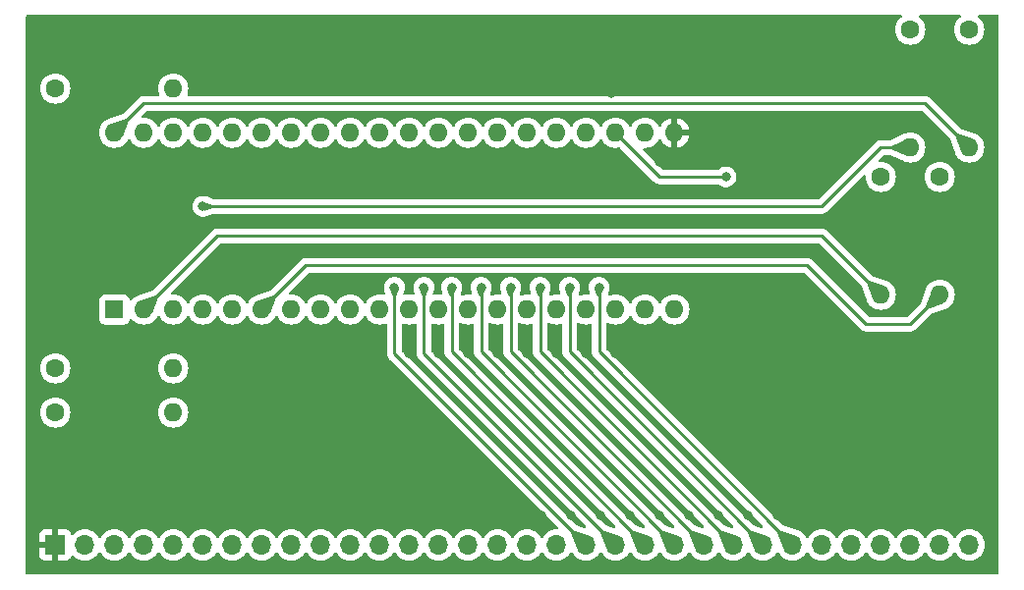
<source format=gbr>
%TF.GenerationSoftware,KiCad,Pcbnew,7.0.5*%
%TF.CreationDate,2023-06-09T17:19:17+02:00*%
%TF.ProjectId,Sorbus-65C02,536f7262-7573-42d3-9635-4330322e6b69,rev?*%
%TF.SameCoordinates,Original*%
%TF.FileFunction,Copper,L2,Bot*%
%TF.FilePolarity,Positive*%
%FSLAX46Y46*%
G04 Gerber Fmt 4.6, Leading zero omitted, Abs format (unit mm)*
G04 Created by KiCad (PCBNEW 7.0.5) date 2023-06-09 17:19:17*
%MOMM*%
%LPD*%
G01*
G04 APERTURE LIST*
%TA.AperFunction,ComponentPad*%
%ADD10C,1.600000*%
%TD*%
%TA.AperFunction,ComponentPad*%
%ADD11O,1.600000X1.600000*%
%TD*%
%TA.AperFunction,ComponentPad*%
%ADD12R,1.600000X1.600000*%
%TD*%
%TA.AperFunction,ComponentPad*%
%ADD13R,1.700000X1.700000*%
%TD*%
%TA.AperFunction,ComponentPad*%
%ADD14O,1.700000X1.700000*%
%TD*%
%TA.AperFunction,ViaPad*%
%ADD15C,0.800000*%
%TD*%
%TA.AperFunction,Conductor*%
%ADD16C,0.250000*%
%TD*%
G04 APERTURE END LIST*
D10*
%TO.P,R5,1*%
%TO.N,VCC*%
X104140000Y-49530000D03*
D11*
%TO.P,R5,2*%
%TO.N,~{NMI}*%
X104140000Y-59690000D03*
%TD*%
D10*
%TO.P,R1,1*%
%TO.N,VCC*%
X27940000Y-66040000D03*
D11*
%TO.P,R1,2*%
%TO.N,Net-(U1-\u03D51)*%
X38100000Y-66040000D03*
%TD*%
D10*
%TO.P,R2,1*%
%TO.N,VCC*%
X27940000Y-41910000D03*
D11*
%TO.P,R2,2*%
%TO.N,Net-(U1-~{SO})*%
X38100000Y-41910000D03*
%TD*%
D12*
%TO.P,U1,1,~{VP}*%
%TO.N,unconnected-(U1-~{VP}-Pad1)*%
X33020000Y-60960000D03*
D11*
%TO.P,U1,2,RDY*%
%TO.N,RDY*%
X35560000Y-60960000D03*
%TO.P,U1,3,\u03D51*%
%TO.N,Net-(U1-\u03D51)*%
X38100000Y-60960000D03*
%TO.P,U1,4,~{IRQ}*%
%TO.N,~{IRQ}*%
X40640000Y-60960000D03*
%TO.P,U1,5,~{ML}*%
%TO.N,unconnected-(U1-~{ML}-Pad5)*%
X43180000Y-60960000D03*
%TO.P,U1,6,~{NMI}*%
%TO.N,~{NMI}*%
X45720000Y-60960000D03*
%TO.P,U1,7,SYNC*%
%TO.N,unconnected-(U1-SYNC-Pad7)*%
X48260000Y-60960000D03*
%TO.P,U1,8,VDD*%
%TO.N,VCC*%
X50800000Y-60960000D03*
%TO.P,U1,9,A0*%
%TO.N,A0*%
X53340000Y-60960000D03*
%TO.P,U1,10,A1*%
%TO.N,A1*%
X55880000Y-60960000D03*
%TO.P,U1,11,A2*%
%TO.N,A2*%
X58420000Y-60960000D03*
%TO.P,U1,12,A3*%
%TO.N,A3*%
X60960000Y-60960000D03*
%TO.P,U1,13,A4*%
%TO.N,A4*%
X63500000Y-60960000D03*
%TO.P,U1,14,A5*%
%TO.N,A5*%
X66040000Y-60960000D03*
%TO.P,U1,15,A6*%
%TO.N,A6*%
X68580000Y-60960000D03*
%TO.P,U1,16,A7*%
%TO.N,A7*%
X71120000Y-60960000D03*
%TO.P,U1,17,A8*%
%TO.N,A8*%
X73660000Y-60960000D03*
%TO.P,U1,18,A9*%
%TO.N,A9*%
X76200000Y-60960000D03*
%TO.P,U1,19,A10*%
%TO.N,A10*%
X78740000Y-60960000D03*
%TO.P,U1,20,A11*%
%TO.N,A11*%
X81280000Y-60960000D03*
%TO.P,U1,21,VSS*%
%TO.N,GND*%
X81280000Y-45720000D03*
%TO.P,U1,22,A12*%
%TO.N,A12*%
X78740000Y-45720000D03*
%TO.P,U1,23,A13*%
%TO.N,A13*%
X76200000Y-45720000D03*
%TO.P,U1,24,A14*%
%TO.N,A14*%
X73660000Y-45720000D03*
%TO.P,U1,25,A15*%
%TO.N,A15*%
X71120000Y-45720000D03*
%TO.P,U1,26,D7*%
%TO.N,D7*%
X68580000Y-45720000D03*
%TO.P,U1,27,D6*%
%TO.N,D6*%
X66040000Y-45720000D03*
%TO.P,U1,28,D5*%
%TO.N,D5*%
X63500000Y-45720000D03*
%TO.P,U1,29,D4*%
%TO.N,D4*%
X60960000Y-45720000D03*
%TO.P,U1,30,D3*%
%TO.N,D3*%
X58420000Y-45720000D03*
%TO.P,U1,31,D2*%
%TO.N,D2*%
X55880000Y-45720000D03*
%TO.P,U1,32,D1*%
%TO.N,D1*%
X53340000Y-45720000D03*
%TO.P,U1,33,D0*%
%TO.N,D0*%
X50800000Y-45720000D03*
%TO.P,U1,34,R/~{W}*%
%TO.N,R{slash}~{W}*%
X48260000Y-45720000D03*
%TO.P,U1,35,nc*%
%TO.N,unconnected-(U1-nc-Pad35)*%
X45720000Y-45720000D03*
%TO.P,U1,36,BE*%
%TO.N,Net-(U1-BE)*%
X43180000Y-45720000D03*
%TO.P,U1,37,\u03D50*%
%TO.N,CLK*%
X40640000Y-45720000D03*
%TO.P,U1,38,~{SO}*%
%TO.N,Net-(U1-~{SO})*%
X38100000Y-45720000D03*
%TO.P,U1,39,\u03D52*%
%TO.N,unconnected-(U1-\u03D52-Pad39)*%
X35560000Y-45720000D03*
%TO.P,U1,40,~{RES}*%
%TO.N,~{RESET}*%
X33020000Y-45720000D03*
%TD*%
D10*
%TO.P,R7,1*%
%TO.N,VCC*%
X99060000Y-49530000D03*
D11*
%TO.P,R7,2*%
%TO.N,RDY*%
X99060000Y-59690000D03*
%TD*%
D10*
%TO.P,R6,1*%
%TO.N,VCC*%
X101600000Y-36830000D03*
D11*
%TO.P,R6,2*%
%TO.N,~{IRQ}*%
X101600000Y-46990000D03*
%TD*%
D10*
%TO.P,R4,1*%
%TO.N,VCC*%
X106680000Y-36830000D03*
D11*
%TO.P,R4,2*%
%TO.N,~{RESET}*%
X106680000Y-46990000D03*
%TD*%
D10*
%TO.P,R3,1*%
%TO.N,VCC*%
X27940000Y-69850000D03*
D11*
%TO.P,R3,2*%
%TO.N,Net-(U1-BE)*%
X38100000Y-69850000D03*
%TD*%
D13*
%TO.P,J1,1,Pin_1*%
%TO.N,GND*%
X27940000Y-81280000D03*
D14*
%TO.P,J1,2,Pin_2*%
%TO.N,VCC*%
X30480000Y-81280000D03*
%TO.P,J1,3,Pin_3*%
%TO.N,A0*%
X33020000Y-81280000D03*
%TO.P,J1,4,Pin_4*%
%TO.N,A1*%
X35560000Y-81280000D03*
%TO.P,J1,5,Pin_5*%
%TO.N,A2*%
X38100000Y-81280000D03*
%TO.P,J1,6,Pin_6*%
%TO.N,A3*%
X40640000Y-81280000D03*
%TO.P,J1,7,Pin_7*%
%TO.N,A4*%
X43180000Y-81280000D03*
%TO.P,J1,8,Pin_8*%
%TO.N,A5*%
X45720000Y-81280000D03*
%TO.P,J1,9,Pin_9*%
%TO.N,A6*%
X48260000Y-81280000D03*
%TO.P,J1,10,Pin_10*%
%TO.N,A7*%
X50800000Y-81280000D03*
%TO.P,J1,11,Pin_11*%
%TO.N,A8*%
X53340000Y-81280000D03*
%TO.P,J1,12,Pin_12*%
%TO.N,A9*%
X55880000Y-81280000D03*
%TO.P,J1,13,Pin_13*%
%TO.N,A10*%
X58420000Y-81280000D03*
%TO.P,J1,14,Pin_14*%
%TO.N,A11*%
X60960000Y-81280000D03*
%TO.P,J1,15,Pin_15*%
%TO.N,A12*%
X63500000Y-81280000D03*
%TO.P,J1,16,Pin_16*%
%TO.N,A13*%
X66040000Y-81280000D03*
%TO.P,J1,17,Pin_17*%
%TO.N,A14*%
X68580000Y-81280000D03*
%TO.P,J1,18,Pin_18*%
%TO.N,A15*%
X71120000Y-81280000D03*
%TO.P,J1,19,Pin_19*%
%TO.N,D0*%
X73660000Y-81280000D03*
%TO.P,J1,20,Pin_20*%
%TO.N,D1*%
X76200000Y-81280000D03*
%TO.P,J1,21,Pin_21*%
%TO.N,D2*%
X78740000Y-81280000D03*
%TO.P,J1,22,Pin_22*%
%TO.N,D3*%
X81280000Y-81280000D03*
%TO.P,J1,23,Pin_23*%
%TO.N,D4*%
X83820000Y-81280000D03*
%TO.P,J1,24,Pin_24*%
%TO.N,D5*%
X86360000Y-81280000D03*
%TO.P,J1,25,Pin_25*%
%TO.N,D6*%
X88900000Y-81280000D03*
%TO.P,J1,26,Pin_26*%
%TO.N,D7*%
X91440000Y-81280000D03*
%TO.P,J1,27,Pin_27*%
%TO.N,R{slash}~{W}*%
X93980000Y-81280000D03*
%TO.P,J1,28,Pin_28*%
%TO.N,CLK*%
X96520000Y-81280000D03*
%TO.P,J1,29,Pin_29*%
%TO.N,RDY*%
X99060000Y-81280000D03*
%TO.P,J1,30,Pin_30*%
%TO.N,~{IRQ}*%
X101600000Y-81280000D03*
%TO.P,J1,31,Pin_31*%
%TO.N,~{NMI}*%
X104140000Y-81280000D03*
%TO.P,J1,32,Pin_32*%
%TO.N,~{RESET}*%
X106680000Y-81280000D03*
%TD*%
D15*
%TO.N,GND*%
X76200000Y-64770000D03*
X62230000Y-48260000D03*
X82550000Y-58420000D03*
X48260000Y-64770000D03*
X90170000Y-78740000D03*
X52070000Y-78740000D03*
X41910000Y-58420000D03*
X39370000Y-78740000D03*
X53340000Y-64770000D03*
X44450000Y-44450000D03*
X57150000Y-78740000D03*
X45720000Y-64770000D03*
X80010000Y-48260000D03*
X57150000Y-48260000D03*
X44450000Y-78740000D03*
X64770000Y-48260000D03*
X54610000Y-78740000D03*
X68580000Y-64770000D03*
X36830000Y-78740000D03*
X107950000Y-78740000D03*
X59690000Y-48260000D03*
X67310000Y-78740000D03*
X69850000Y-48260000D03*
X77470000Y-78740000D03*
X71120000Y-64770000D03*
X57785000Y-55880000D03*
X31750000Y-78740000D03*
X64770000Y-78740000D03*
X85090000Y-78740000D03*
X80010000Y-78740000D03*
X50800000Y-64770000D03*
X46990000Y-78740000D03*
X106680000Y-39370000D03*
X87630000Y-78740000D03*
X102870000Y-78740000D03*
X52070000Y-44450000D03*
X100330000Y-78740000D03*
X55880000Y-64770000D03*
X97790000Y-78740000D03*
X67310000Y-48260000D03*
X97790000Y-38100000D03*
X49530000Y-48260000D03*
X66040000Y-64770000D03*
X101600000Y-39370000D03*
X59690000Y-78740000D03*
X60325000Y-55880000D03*
X58420000Y-64770000D03*
X34290000Y-78740000D03*
X92710000Y-78740000D03*
X69850000Y-78740000D03*
X49530000Y-78740000D03*
X62230000Y-78740000D03*
X36830000Y-44450000D03*
X67945000Y-55880000D03*
X95250000Y-78740000D03*
X63500000Y-64770000D03*
X55245000Y-55880000D03*
X41910000Y-78740000D03*
X54610000Y-48260000D03*
X72390000Y-78740000D03*
X105410000Y-78740000D03*
X82550000Y-78740000D03*
X78740000Y-64770000D03*
X65405000Y-55880000D03*
X52070000Y-48260000D03*
X73660000Y-64770000D03*
X74930000Y-78740000D03*
X54610000Y-58420000D03*
X41910000Y-48260000D03*
X45720000Y-38100000D03*
X70485000Y-55880000D03*
X60960000Y-64770000D03*
X62865000Y-55880000D03*
X75819000Y-42291000D03*
%TO.N,A13*%
X85725000Y-49530000D03*
%TO.N,D0*%
X57150000Y-59055000D03*
%TO.N,D1*%
X59690000Y-59055000D03*
%TO.N,D2*%
X62085000Y-59055000D03*
%TO.N,D3*%
X64625000Y-59055000D03*
%TO.N,D4*%
X67165000Y-59055000D03*
%TO.N,D5*%
X69705000Y-59055000D03*
%TO.N,D6*%
X72245000Y-59055000D03*
%TO.N,D7*%
X74785000Y-59055000D03*
%TO.N,~{IRQ}*%
X40640000Y-52070000D03*
%TD*%
D16*
%TO.N,A13*%
X76200000Y-45720000D02*
X80010000Y-49530000D01*
X80010000Y-49530000D02*
X85725000Y-49530000D01*
%TO.N,D0*%
X73660000Y-81280000D02*
X57150000Y-64770000D01*
X57150000Y-64770000D02*
X57150000Y-59055000D01*
%TO.N,D1*%
X59690000Y-64770000D02*
X59690000Y-59055000D01*
X76200000Y-81280000D02*
X59690000Y-64770000D01*
%TO.N,D2*%
X62085000Y-64625000D02*
X62085000Y-59055000D01*
X78740000Y-81280000D02*
X62085000Y-64625000D01*
%TO.N,D3*%
X64625000Y-64625000D02*
X64625000Y-59055000D01*
X81280000Y-81280000D02*
X64625000Y-64625000D01*
%TO.N,D4*%
X67165000Y-64625000D02*
X67165000Y-59055000D01*
X83820000Y-81280000D02*
X67165000Y-64625000D01*
%TO.N,D5*%
X86360000Y-81280000D02*
X69705000Y-64625000D01*
X69705000Y-64625000D02*
X69705000Y-59055000D01*
%TO.N,D6*%
X88900000Y-81280000D02*
X72245000Y-64625000D01*
X72245000Y-64625000D02*
X72245000Y-59055000D01*
%TO.N,D7*%
X74785000Y-64625000D02*
X74785000Y-59055000D01*
X91440000Y-81280000D02*
X74785000Y-64625000D01*
%TO.N,RDY*%
X93980000Y-54610000D02*
X99060000Y-59690000D01*
X41910000Y-54610000D02*
X93980000Y-54610000D01*
X35560000Y-60960000D02*
X41910000Y-54610000D01*
%TO.N,~{IRQ}*%
X99060000Y-46990000D02*
X101600000Y-46990000D01*
X93980000Y-52070000D02*
X99060000Y-46990000D01*
X40640000Y-52070000D02*
X93980000Y-52070000D01*
%TO.N,~{NMI}*%
X97790000Y-62230000D02*
X101600000Y-62230000D01*
X49530000Y-57150000D02*
X92710000Y-57150000D01*
X92710000Y-57150000D02*
X97790000Y-62230000D01*
X101600000Y-62230000D02*
X104140000Y-59690000D01*
X45720000Y-60960000D02*
X49530000Y-57150000D01*
%TO.N,~{RESET}*%
X33020000Y-45720000D02*
X35560000Y-43180000D01*
X35560000Y-43180000D02*
X102870000Y-43180000D01*
X102870000Y-43180000D02*
X106680000Y-46990000D01*
%TD*%
%TA.AperFunction,Conductor*%
%TO.N,~{NMI}*%
G36*
X103412252Y-59388541D02*
G01*
X103428939Y-59395431D01*
X104136212Y-59687437D01*
X104142551Y-59693762D01*
X104142562Y-59693787D01*
X104441456Y-60417743D01*
X104441445Y-60426698D01*
X104435106Y-60433023D01*
X104434568Y-60433229D01*
X103103987Y-60907275D01*
X103095043Y-60906824D01*
X103091787Y-60904527D01*
X102925472Y-60738212D01*
X102922045Y-60729939D01*
X102922722Y-60726018D01*
X103396771Y-59395428D01*
X103402774Y-59388788D01*
X103411718Y-59388337D01*
X103412252Y-59388541D01*
G37*
%TD.AperFunction*%
%TD*%
%TA.AperFunction,Conductor*%
%TO.N,~{NMI}*%
G36*
X46764956Y-59743175D02*
G01*
X46768212Y-59745472D01*
X46934527Y-59911787D01*
X46937954Y-59920060D01*
X46937275Y-59923987D01*
X46463229Y-61254568D01*
X46457225Y-61261211D01*
X46448281Y-61261662D01*
X46447743Y-61261456D01*
X45723787Y-60962562D01*
X45717448Y-60956237D01*
X45717437Y-60956212D01*
X45418543Y-60232256D01*
X45418554Y-60223301D01*
X45424893Y-60216976D01*
X45425389Y-60216785D01*
X46756014Y-59742724D01*
X46764956Y-59743175D01*
G37*
%TD.AperFunction*%
%TD*%
%TA.AperFunction,Conductor*%
%TO.N,~{RESET}*%
G36*
X105643982Y-45772723D02*
G01*
X106974569Y-46246771D01*
X106981211Y-46252774D01*
X106981662Y-46261718D01*
X106981456Y-46262256D01*
X106682562Y-46986212D01*
X106676237Y-46992551D01*
X106676212Y-46992562D01*
X105952256Y-47291456D01*
X105943301Y-47291445D01*
X105936976Y-47285106D01*
X105936780Y-47284596D01*
X105462724Y-45953984D01*
X105463175Y-45945043D01*
X105465469Y-45941790D01*
X105631788Y-45775471D01*
X105640060Y-45772045D01*
X105643982Y-45772723D01*
G37*
%TD.AperFunction*%
%TD*%
%TA.AperFunction,Conductor*%
%TO.N,D6*%
G36*
X72604109Y-59203719D02*
G01*
X72610427Y-59210066D01*
X72610551Y-59218655D01*
X72372859Y-59847437D01*
X72366728Y-59853964D01*
X72361915Y-59855000D01*
X72128085Y-59855000D01*
X72119812Y-59851573D01*
X72117141Y-59847437D01*
X71879448Y-59218655D01*
X71879728Y-59209705D01*
X71885889Y-59203719D01*
X72240500Y-59055875D01*
X72249449Y-59055855D01*
X72604109Y-59203719D01*
G37*
%TD.AperFunction*%
%TD*%
%TA.AperFunction,Conductor*%
%TO.N,RDY*%
G36*
X36604956Y-59743175D02*
G01*
X36608212Y-59745472D01*
X36774527Y-59911787D01*
X36777954Y-59920060D01*
X36777275Y-59923987D01*
X36303229Y-61254568D01*
X36297225Y-61261211D01*
X36288281Y-61261662D01*
X36287743Y-61261456D01*
X35563787Y-60962562D01*
X35557448Y-60956237D01*
X35557437Y-60956212D01*
X35258543Y-60232256D01*
X35258554Y-60223301D01*
X35264893Y-60216976D01*
X35265389Y-60216785D01*
X36596014Y-59742724D01*
X36604956Y-59743175D01*
G37*
%TD.AperFunction*%
%TD*%
%TA.AperFunction,Conductor*%
%TO.N,D4*%
G36*
X67524109Y-59203719D02*
G01*
X67530427Y-59210066D01*
X67530551Y-59218655D01*
X67292859Y-59847437D01*
X67286728Y-59853964D01*
X67281915Y-59855000D01*
X67048085Y-59855000D01*
X67039812Y-59851573D01*
X67037141Y-59847437D01*
X66799448Y-59218655D01*
X66799728Y-59209705D01*
X66805889Y-59203719D01*
X67160500Y-59055875D01*
X67169449Y-59055855D01*
X67524109Y-59203719D01*
G37*
%TD.AperFunction*%
%TD*%
%TA.AperFunction,Conductor*%
%TO.N,D2*%
G36*
X77633251Y-79991968D02*
G01*
X78115027Y-80161102D01*
X79053629Y-80490611D01*
X79060300Y-80496584D01*
X79060792Y-80505526D01*
X79060567Y-80506116D01*
X78742562Y-81276214D01*
X78736237Y-81282553D01*
X78736214Y-81282562D01*
X77966116Y-81600567D01*
X77957161Y-81600558D01*
X77950836Y-81594219D01*
X77950611Y-81593629D01*
X77840755Y-81280707D01*
X77564818Y-80494702D01*
X77451968Y-80173251D01*
X77452460Y-80164309D01*
X77454731Y-80161105D01*
X77621103Y-79994733D01*
X77629375Y-79991307D01*
X77633251Y-79991968D01*
G37*
%TD.AperFunction*%
%TD*%
%TA.AperFunction,Conductor*%
%TO.N,D2*%
G36*
X62444109Y-59203719D02*
G01*
X62450427Y-59210066D01*
X62450551Y-59218655D01*
X62212859Y-59847437D01*
X62206728Y-59853964D01*
X62201915Y-59855000D01*
X61968085Y-59855000D01*
X61959812Y-59851573D01*
X61957141Y-59847437D01*
X61719448Y-59218655D01*
X61719728Y-59209705D01*
X61725889Y-59203719D01*
X62080500Y-59055875D01*
X62089449Y-59055855D01*
X62444109Y-59203719D01*
G37*
%TD.AperFunction*%
%TD*%
%TA.AperFunction,Conductor*%
%TO.N,D5*%
G36*
X70064109Y-59203719D02*
G01*
X70070427Y-59210066D01*
X70070551Y-59218655D01*
X69832859Y-59847437D01*
X69826728Y-59853964D01*
X69821915Y-59855000D01*
X69588085Y-59855000D01*
X69579812Y-59851573D01*
X69577141Y-59847437D01*
X69339448Y-59218655D01*
X69339728Y-59209705D01*
X69345889Y-59203719D01*
X69700500Y-59055875D01*
X69709449Y-59055855D01*
X70064109Y-59203719D01*
G37*
%TD.AperFunction*%
%TD*%
%TA.AperFunction,Conductor*%
%TO.N,D3*%
G36*
X80173251Y-79991968D02*
G01*
X80655027Y-80161102D01*
X81593629Y-80490611D01*
X81600300Y-80496584D01*
X81600792Y-80505526D01*
X81600567Y-80506116D01*
X81282562Y-81276214D01*
X81276237Y-81282553D01*
X81276214Y-81282562D01*
X80506116Y-81600567D01*
X80497161Y-81600558D01*
X80490836Y-81594219D01*
X80490611Y-81593629D01*
X80380755Y-81280707D01*
X80104818Y-80494702D01*
X79991968Y-80173251D01*
X79992460Y-80164309D01*
X79994731Y-80161105D01*
X80161103Y-79994733D01*
X80169375Y-79991307D01*
X80173251Y-79991968D01*
G37*
%TD.AperFunction*%
%TD*%
%TA.AperFunction,Conductor*%
%TO.N,D1*%
G36*
X60049109Y-59203719D02*
G01*
X60055427Y-59210066D01*
X60055551Y-59218655D01*
X59817859Y-59847437D01*
X59811728Y-59853964D01*
X59806915Y-59855000D01*
X59573085Y-59855000D01*
X59564812Y-59851573D01*
X59562141Y-59847437D01*
X59324448Y-59218655D01*
X59324728Y-59209705D01*
X59330889Y-59203719D01*
X59685500Y-59055875D01*
X59694449Y-59055855D01*
X60049109Y-59203719D01*
G37*
%TD.AperFunction*%
%TD*%
%TA.AperFunction,Conductor*%
%TO.N,~{IRQ}*%
G36*
X40820696Y-51710890D02*
G01*
X41432437Y-51942141D01*
X41438964Y-51948272D01*
X41440000Y-51953085D01*
X41440000Y-52186914D01*
X41436573Y-52195187D01*
X41432437Y-52197858D01*
X40803655Y-52435551D01*
X40794705Y-52435271D01*
X40788719Y-52429109D01*
X40692306Y-52197858D01*
X40640875Y-52074499D01*
X40640855Y-52065550D01*
X40788719Y-51710889D01*
X40795066Y-51704572D01*
X40803654Y-51704448D01*
X40820696Y-51710890D01*
G37*
%TD.AperFunction*%
%TD*%
%TA.AperFunction,Conductor*%
%TO.N,D5*%
G36*
X85253251Y-79991968D02*
G01*
X85735027Y-80161102D01*
X86673629Y-80490611D01*
X86680300Y-80496584D01*
X86680792Y-80505526D01*
X86680567Y-80506116D01*
X86362562Y-81276214D01*
X86356237Y-81282553D01*
X86356214Y-81282562D01*
X85586116Y-81600567D01*
X85577161Y-81600558D01*
X85570836Y-81594219D01*
X85570611Y-81593629D01*
X85460755Y-81280707D01*
X85184818Y-80494702D01*
X85071968Y-80173251D01*
X85072460Y-80164309D01*
X85074731Y-80161105D01*
X85241103Y-79994733D01*
X85249375Y-79991307D01*
X85253251Y-79991968D01*
G37*
%TD.AperFunction*%
%TD*%
%TA.AperFunction,Conductor*%
%TO.N,GND*%
G36*
X59020951Y-62194690D02*
G01*
X59059194Y-62253165D01*
X59064499Y-62289048D01*
X59064499Y-64687261D01*
X59062776Y-64702878D01*
X59063060Y-64702905D01*
X59062326Y-64710665D01*
X59064469Y-64778845D01*
X59064500Y-64780793D01*
X59064500Y-64809343D01*
X59064501Y-64809360D01*
X59065368Y-64816231D01*
X59065826Y-64822050D01*
X59067290Y-64868624D01*
X59067291Y-64868627D01*
X59072880Y-64887867D01*
X59076824Y-64906911D01*
X59077228Y-64910103D01*
X59079336Y-64926791D01*
X59096490Y-64970119D01*
X59098382Y-64975647D01*
X59111381Y-65020388D01*
X59121580Y-65037634D01*
X59130136Y-65055100D01*
X59137514Y-65073732D01*
X59164898Y-65111423D01*
X59168106Y-65116307D01*
X59191827Y-65156416D01*
X59191833Y-65156424D01*
X59205990Y-65170580D01*
X59218628Y-65185376D01*
X59230405Y-65201586D01*
X59230406Y-65201587D01*
X59266309Y-65231288D01*
X59270620Y-65235210D01*
X62885363Y-68849953D01*
X73614214Y-79578805D01*
X73647699Y-79640128D01*
X73642715Y-79709820D01*
X73600843Y-79765753D01*
X73535379Y-79790170D01*
X73485459Y-79783486D01*
X72838100Y-79556222D01*
X72791493Y-79526903D01*
X57811819Y-64547228D01*
X57778334Y-64485905D01*
X57775500Y-64459547D01*
X57775500Y-62289048D01*
X57795185Y-62222009D01*
X57847989Y-62176254D01*
X57917147Y-62166310D01*
X57951905Y-62176667D01*
X57973504Y-62186739D01*
X57973509Y-62186740D01*
X57973511Y-62186741D01*
X58003181Y-62194691D01*
X58193308Y-62245635D01*
X58355230Y-62259801D01*
X58419998Y-62265468D01*
X58420000Y-62265468D01*
X58420002Y-62265468D01*
X58476807Y-62260498D01*
X58646692Y-62245635D01*
X58866496Y-62186739D01*
X58888094Y-62176667D01*
X58957166Y-62166173D01*
X59020951Y-62194690D01*
G37*
%TD.AperFunction*%
%TA.AperFunction,Conductor*%
G36*
X60491905Y-62176667D02*
G01*
X60513504Y-62186739D01*
X60513509Y-62186740D01*
X60513511Y-62186741D01*
X60543181Y-62194691D01*
X60733308Y-62245635D01*
X60895230Y-62259801D01*
X60959998Y-62265468D01*
X60960000Y-62265468D01*
X60960002Y-62265468D01*
X61016807Y-62260498D01*
X61186692Y-62245635D01*
X61303408Y-62214361D01*
X61373256Y-62216024D01*
X61431119Y-62255186D01*
X61458623Y-62319415D01*
X61459500Y-62334136D01*
X61459500Y-64542255D01*
X61457775Y-64557872D01*
X61458061Y-64557899D01*
X61457326Y-64565666D01*
X61459469Y-64633846D01*
X61459500Y-64635793D01*
X61459500Y-64664343D01*
X61459501Y-64664360D01*
X61460368Y-64671231D01*
X61460826Y-64677050D01*
X61462290Y-64723624D01*
X61462291Y-64723627D01*
X61467880Y-64742867D01*
X61471824Y-64761911D01*
X61473964Y-64778845D01*
X61474336Y-64781791D01*
X61491490Y-64825119D01*
X61493382Y-64830647D01*
X61506382Y-64875390D01*
X61513755Y-64887858D01*
X61516580Y-64892634D01*
X61525138Y-64910103D01*
X61532514Y-64928732D01*
X61559898Y-64966423D01*
X61563106Y-64971307D01*
X61586827Y-65011416D01*
X61586833Y-65011424D01*
X61600990Y-65025580D01*
X61613628Y-65040376D01*
X61625405Y-65056586D01*
X61625406Y-65056587D01*
X61661309Y-65086288D01*
X61665620Y-65090210D01*
X65294841Y-68719431D01*
X76154214Y-79578805D01*
X76187699Y-79640128D01*
X76182715Y-79709820D01*
X76140843Y-79765753D01*
X76075379Y-79790170D01*
X76025459Y-79783486D01*
X75378100Y-79556222D01*
X75331493Y-79526903D01*
X60351819Y-64547228D01*
X60318334Y-64485905D01*
X60315500Y-64459547D01*
X60315500Y-62289048D01*
X60335185Y-62222009D01*
X60387989Y-62176254D01*
X60457147Y-62166310D01*
X60491905Y-62176667D01*
G37*
%TD.AperFunction*%
%TA.AperFunction,Conductor*%
G36*
X62886904Y-62109051D02*
G01*
X63053504Y-62186739D01*
X63053510Y-62186740D01*
X63053511Y-62186741D01*
X63083181Y-62194691D01*
X63273308Y-62245635D01*
X63435230Y-62259801D01*
X63499998Y-62265468D01*
X63500000Y-62265468D01*
X63500002Y-62265468D01*
X63556807Y-62260498D01*
X63726692Y-62245635D01*
X63843408Y-62214361D01*
X63913256Y-62216024D01*
X63971119Y-62255186D01*
X63998623Y-62319415D01*
X63999500Y-62334136D01*
X63999500Y-64542255D01*
X63997775Y-64557872D01*
X63998061Y-64557899D01*
X63997326Y-64565666D01*
X63999469Y-64633846D01*
X63999500Y-64635793D01*
X63999500Y-64664343D01*
X63999501Y-64664360D01*
X64000368Y-64671231D01*
X64000826Y-64677050D01*
X64002290Y-64723624D01*
X64002291Y-64723627D01*
X64007880Y-64742867D01*
X64011824Y-64761911D01*
X64013964Y-64778845D01*
X64014336Y-64781791D01*
X64031490Y-64825119D01*
X64033382Y-64830647D01*
X64046382Y-64875390D01*
X64053755Y-64887858D01*
X64056580Y-64892634D01*
X64065138Y-64910103D01*
X64072514Y-64928732D01*
X64099898Y-64966423D01*
X64103106Y-64971307D01*
X64126827Y-65011416D01*
X64126833Y-65011424D01*
X64140990Y-65025580D01*
X64153628Y-65040376D01*
X64165405Y-65056586D01*
X64165406Y-65056587D01*
X64201309Y-65086288D01*
X64205620Y-65090210D01*
X67834841Y-68719431D01*
X78694214Y-79578805D01*
X78727699Y-79640128D01*
X78722715Y-79709820D01*
X78680843Y-79765753D01*
X78615379Y-79790170D01*
X78565459Y-79783486D01*
X77918100Y-79556222D01*
X77871493Y-79526903D01*
X62746819Y-64402228D01*
X62713334Y-64340905D01*
X62710500Y-64314547D01*
X62710500Y-62221434D01*
X62730185Y-62154395D01*
X62782989Y-62108640D01*
X62852147Y-62098696D01*
X62886904Y-62109051D01*
G37*
%TD.AperFunction*%
%TA.AperFunction,Conductor*%
G36*
X65426904Y-62109051D02*
G01*
X65593504Y-62186739D01*
X65593510Y-62186740D01*
X65593511Y-62186741D01*
X65623181Y-62194691D01*
X65813308Y-62245635D01*
X65975230Y-62259801D01*
X66039998Y-62265468D01*
X66040000Y-62265468D01*
X66040002Y-62265468D01*
X66096807Y-62260498D01*
X66266692Y-62245635D01*
X66383408Y-62214361D01*
X66453256Y-62216024D01*
X66511119Y-62255186D01*
X66538623Y-62319415D01*
X66539500Y-62334136D01*
X66539500Y-64542255D01*
X66537775Y-64557872D01*
X66538061Y-64557899D01*
X66537326Y-64565666D01*
X66539469Y-64633846D01*
X66539500Y-64635793D01*
X66539500Y-64664343D01*
X66539501Y-64664360D01*
X66540368Y-64671231D01*
X66540826Y-64677050D01*
X66542290Y-64723624D01*
X66542291Y-64723627D01*
X66547880Y-64742867D01*
X66551824Y-64761911D01*
X66553964Y-64778845D01*
X66554336Y-64781791D01*
X66571490Y-64825119D01*
X66573382Y-64830647D01*
X66586382Y-64875390D01*
X66593755Y-64887858D01*
X66596580Y-64892634D01*
X66605138Y-64910103D01*
X66612514Y-64928732D01*
X66639898Y-64966423D01*
X66643106Y-64971307D01*
X66666827Y-65011416D01*
X66666833Y-65011424D01*
X66680990Y-65025580D01*
X66693628Y-65040376D01*
X66705405Y-65056586D01*
X66705406Y-65056587D01*
X66741309Y-65086288D01*
X66745620Y-65090210D01*
X70374841Y-68719431D01*
X81234214Y-79578805D01*
X81267699Y-79640128D01*
X81262715Y-79709820D01*
X81220843Y-79765753D01*
X81155379Y-79790170D01*
X81105459Y-79783486D01*
X80458100Y-79556222D01*
X80411493Y-79526903D01*
X65286819Y-64402228D01*
X65253334Y-64340905D01*
X65250500Y-64314547D01*
X65250500Y-62221434D01*
X65270185Y-62154395D01*
X65322989Y-62108640D01*
X65392147Y-62098696D01*
X65426904Y-62109051D01*
G37*
%TD.AperFunction*%
%TA.AperFunction,Conductor*%
G36*
X67966904Y-62109051D02*
G01*
X68133504Y-62186739D01*
X68133510Y-62186740D01*
X68133511Y-62186741D01*
X68163181Y-62194691D01*
X68353308Y-62245635D01*
X68515230Y-62259801D01*
X68579998Y-62265468D01*
X68580000Y-62265468D01*
X68580002Y-62265468D01*
X68636807Y-62260498D01*
X68806692Y-62245635D01*
X68923408Y-62214361D01*
X68993256Y-62216024D01*
X69051119Y-62255186D01*
X69078623Y-62319415D01*
X69079500Y-62334136D01*
X69079500Y-64542255D01*
X69077775Y-64557872D01*
X69078061Y-64557899D01*
X69077326Y-64565666D01*
X69079469Y-64633846D01*
X69079500Y-64635793D01*
X69079500Y-64664343D01*
X69079501Y-64664360D01*
X69080368Y-64671231D01*
X69080826Y-64677050D01*
X69082290Y-64723624D01*
X69082291Y-64723627D01*
X69087880Y-64742867D01*
X69091824Y-64761911D01*
X69093964Y-64778845D01*
X69094336Y-64781791D01*
X69111490Y-64825119D01*
X69113382Y-64830647D01*
X69126382Y-64875390D01*
X69133755Y-64887858D01*
X69136580Y-64892634D01*
X69145138Y-64910103D01*
X69152514Y-64928732D01*
X69179898Y-64966423D01*
X69183106Y-64971307D01*
X69206827Y-65011416D01*
X69206833Y-65011424D01*
X69220990Y-65025580D01*
X69233628Y-65040376D01*
X69245405Y-65056586D01*
X69245406Y-65056587D01*
X69281309Y-65086288D01*
X69285620Y-65090210D01*
X72914841Y-68719431D01*
X83774214Y-79578805D01*
X83807699Y-79640128D01*
X83802715Y-79709820D01*
X83760843Y-79765753D01*
X83695379Y-79790170D01*
X83645459Y-79783486D01*
X82998100Y-79556222D01*
X82951493Y-79526903D01*
X67826819Y-64402228D01*
X67793334Y-64340905D01*
X67790500Y-64314547D01*
X67790500Y-62221434D01*
X67810185Y-62154395D01*
X67862989Y-62108640D01*
X67932147Y-62098696D01*
X67966904Y-62109051D01*
G37*
%TD.AperFunction*%
%TA.AperFunction,Conductor*%
G36*
X70506904Y-62109051D02*
G01*
X70673504Y-62186739D01*
X70673510Y-62186740D01*
X70673511Y-62186741D01*
X70703181Y-62194691D01*
X70893308Y-62245635D01*
X71055230Y-62259801D01*
X71119998Y-62265468D01*
X71120000Y-62265468D01*
X71120002Y-62265468D01*
X71176807Y-62260498D01*
X71346692Y-62245635D01*
X71463408Y-62214361D01*
X71533256Y-62216024D01*
X71591119Y-62255186D01*
X71618623Y-62319415D01*
X71619500Y-62334136D01*
X71619500Y-64542255D01*
X71617775Y-64557872D01*
X71618061Y-64557899D01*
X71617326Y-64565666D01*
X71619469Y-64633846D01*
X71619500Y-64635793D01*
X71619500Y-64664343D01*
X71619501Y-64664360D01*
X71620368Y-64671231D01*
X71620826Y-64677050D01*
X71622290Y-64723624D01*
X71622291Y-64723627D01*
X71627880Y-64742867D01*
X71631824Y-64761911D01*
X71633964Y-64778845D01*
X71634336Y-64781791D01*
X71651490Y-64825119D01*
X71653382Y-64830647D01*
X71666382Y-64875390D01*
X71673755Y-64887858D01*
X71676580Y-64892634D01*
X71685138Y-64910103D01*
X71692514Y-64928732D01*
X71719898Y-64966423D01*
X71723106Y-64971307D01*
X71746827Y-65011416D01*
X71746833Y-65011424D01*
X71760990Y-65025580D01*
X71773628Y-65040376D01*
X71785405Y-65056586D01*
X71785406Y-65056587D01*
X71821309Y-65086288D01*
X71825620Y-65090210D01*
X75454841Y-68719431D01*
X86314214Y-79578805D01*
X86347699Y-79640128D01*
X86342715Y-79709820D01*
X86300843Y-79765753D01*
X86235379Y-79790170D01*
X86185459Y-79783486D01*
X85538100Y-79556222D01*
X85491493Y-79526903D01*
X70366819Y-64402228D01*
X70333334Y-64340905D01*
X70330500Y-64314547D01*
X70330500Y-62221434D01*
X70350185Y-62154395D01*
X70402989Y-62108640D01*
X70472147Y-62098696D01*
X70506904Y-62109051D01*
G37*
%TD.AperFunction*%
%TA.AperFunction,Conductor*%
G36*
X73046904Y-62109051D02*
G01*
X73213504Y-62186739D01*
X73213510Y-62186740D01*
X73213511Y-62186741D01*
X73243181Y-62194691D01*
X73433308Y-62245635D01*
X73595230Y-62259801D01*
X73659998Y-62265468D01*
X73660000Y-62265468D01*
X73660002Y-62265468D01*
X73716807Y-62260498D01*
X73886692Y-62245635D01*
X74003408Y-62214361D01*
X74073256Y-62216024D01*
X74131119Y-62255186D01*
X74158623Y-62319415D01*
X74159500Y-62334136D01*
X74159500Y-64542255D01*
X74157775Y-64557872D01*
X74158061Y-64557899D01*
X74157326Y-64565666D01*
X74159469Y-64633846D01*
X74159500Y-64635793D01*
X74159500Y-64664343D01*
X74159501Y-64664360D01*
X74160368Y-64671231D01*
X74160826Y-64677050D01*
X74162290Y-64723624D01*
X74162291Y-64723627D01*
X74167880Y-64742867D01*
X74171824Y-64761911D01*
X74173964Y-64778845D01*
X74174336Y-64781791D01*
X74191490Y-64825119D01*
X74193382Y-64830647D01*
X74206382Y-64875390D01*
X74213755Y-64887858D01*
X74216580Y-64892634D01*
X74225138Y-64910103D01*
X74232514Y-64928732D01*
X74259898Y-64966423D01*
X74263106Y-64971307D01*
X74286827Y-65011416D01*
X74286833Y-65011424D01*
X74300990Y-65025580D01*
X74313628Y-65040376D01*
X74325405Y-65056586D01*
X74325406Y-65056587D01*
X74361309Y-65086288D01*
X74365620Y-65090210D01*
X77994841Y-68719431D01*
X88854214Y-79578805D01*
X88887699Y-79640128D01*
X88882715Y-79709820D01*
X88840843Y-79765753D01*
X88775379Y-79790170D01*
X88725459Y-79783486D01*
X88078100Y-79556222D01*
X88031493Y-79526903D01*
X72906819Y-64402228D01*
X72873334Y-64340905D01*
X72870500Y-64314547D01*
X72870500Y-62221434D01*
X72890185Y-62154395D01*
X72942989Y-62108640D01*
X73012147Y-62098696D01*
X73046904Y-62109051D01*
G37*
%TD.AperFunction*%
%TA.AperFunction,Conductor*%
G36*
X100819442Y-35580185D02*
G01*
X100865197Y-35632989D01*
X100875141Y-35702147D01*
X100846116Y-35765703D01*
X100823531Y-35786071D01*
X100770496Y-35823205D01*
X100760855Y-35829957D01*
X100599954Y-35990858D01*
X100469432Y-36177265D01*
X100469431Y-36177267D01*
X100373261Y-36383502D01*
X100373258Y-36383511D01*
X100314366Y-36603302D01*
X100314364Y-36603313D01*
X100294532Y-36829998D01*
X100294532Y-36830001D01*
X100314364Y-37056686D01*
X100314366Y-37056697D01*
X100373258Y-37276488D01*
X100373261Y-37276497D01*
X100469431Y-37482732D01*
X100469432Y-37482734D01*
X100599954Y-37669141D01*
X100760858Y-37830045D01*
X100760861Y-37830047D01*
X100947266Y-37960568D01*
X101153504Y-38056739D01*
X101373308Y-38115635D01*
X101535230Y-38129801D01*
X101599998Y-38135468D01*
X101600000Y-38135468D01*
X101600002Y-38135468D01*
X101656672Y-38130509D01*
X101826692Y-38115635D01*
X102046496Y-38056739D01*
X102252734Y-37960568D01*
X102439139Y-37830047D01*
X102600047Y-37669139D01*
X102730568Y-37482734D01*
X102826739Y-37276496D01*
X102885635Y-37056692D01*
X102905468Y-36830000D01*
X102885635Y-36603308D01*
X102826739Y-36383504D01*
X102730568Y-36177266D01*
X102600047Y-35990861D01*
X102600045Y-35990858D01*
X102439144Y-35829957D01*
X102439140Y-35829954D01*
X102439139Y-35829953D01*
X102376471Y-35786073D01*
X102332849Y-35731499D01*
X102325655Y-35662001D01*
X102357177Y-35599646D01*
X102417407Y-35564231D01*
X102447597Y-35560500D01*
X105832403Y-35560500D01*
X105899442Y-35580185D01*
X105945197Y-35632989D01*
X105955141Y-35702147D01*
X105926116Y-35765703D01*
X105903531Y-35786071D01*
X105850496Y-35823205D01*
X105840855Y-35829957D01*
X105679954Y-35990858D01*
X105549432Y-36177265D01*
X105549431Y-36177267D01*
X105453261Y-36383502D01*
X105453258Y-36383511D01*
X105394366Y-36603302D01*
X105394364Y-36603313D01*
X105374532Y-36829998D01*
X105374532Y-36830001D01*
X105394364Y-37056686D01*
X105394366Y-37056697D01*
X105453258Y-37276488D01*
X105453261Y-37276497D01*
X105549431Y-37482732D01*
X105549432Y-37482734D01*
X105679954Y-37669141D01*
X105840858Y-37830045D01*
X105840861Y-37830047D01*
X106027266Y-37960568D01*
X106233504Y-38056739D01*
X106453308Y-38115635D01*
X106615230Y-38129801D01*
X106679998Y-38135468D01*
X106680000Y-38135468D01*
X106680002Y-38135468D01*
X106736673Y-38130509D01*
X106906692Y-38115635D01*
X107126496Y-38056739D01*
X107332734Y-37960568D01*
X107519139Y-37830047D01*
X107680047Y-37669139D01*
X107810568Y-37482734D01*
X107906739Y-37276496D01*
X107965635Y-37056692D01*
X107985468Y-36830000D01*
X107965635Y-36603308D01*
X107906739Y-36383504D01*
X107810568Y-36177266D01*
X107680047Y-35990861D01*
X107680045Y-35990858D01*
X107519144Y-35829957D01*
X107519140Y-35829954D01*
X107519139Y-35829953D01*
X107456471Y-35786073D01*
X107412849Y-35731499D01*
X107405655Y-35662001D01*
X107437177Y-35599646D01*
X107497407Y-35564231D01*
X107527597Y-35560500D01*
X109095500Y-35560500D01*
X109162539Y-35580185D01*
X109208294Y-35632989D01*
X109219500Y-35684500D01*
X109219500Y-83695500D01*
X109199815Y-83762539D01*
X109147011Y-83808294D01*
X109095500Y-83819500D01*
X25524500Y-83819500D01*
X25457461Y-83799815D01*
X25411706Y-83747011D01*
X25400500Y-83695500D01*
X25400500Y-81030000D01*
X26589999Y-81030000D01*
X27506314Y-81030000D01*
X27480507Y-81070156D01*
X27440000Y-81208111D01*
X27440000Y-81351889D01*
X27480507Y-81489844D01*
X27506314Y-81530000D01*
X26590000Y-81530000D01*
X26590000Y-82177844D01*
X26596401Y-82237372D01*
X26596403Y-82237379D01*
X26646645Y-82372086D01*
X26646649Y-82372093D01*
X26732809Y-82487187D01*
X26732812Y-82487190D01*
X26847906Y-82573350D01*
X26847913Y-82573354D01*
X26982620Y-82623596D01*
X26982627Y-82623598D01*
X27042155Y-82629999D01*
X27042172Y-82630000D01*
X27690000Y-82630000D01*
X27690000Y-81715501D01*
X27797685Y-81764680D01*
X27904237Y-81780000D01*
X27975763Y-81780000D01*
X28082315Y-81764680D01*
X28190000Y-81715501D01*
X28190000Y-82630000D01*
X28837828Y-82630000D01*
X28837844Y-82629999D01*
X28897372Y-82623598D01*
X28897379Y-82623596D01*
X29032086Y-82573354D01*
X29032093Y-82573350D01*
X29147187Y-82487190D01*
X29147190Y-82487187D01*
X29233350Y-82372093D01*
X29233354Y-82372086D01*
X29282422Y-82240529D01*
X29324293Y-82184595D01*
X29389757Y-82160178D01*
X29458030Y-82175030D01*
X29486285Y-82196181D01*
X29608599Y-82318495D01*
X29685135Y-82372086D01*
X29802165Y-82454032D01*
X29802167Y-82454033D01*
X29802170Y-82454035D01*
X30016337Y-82553903D01*
X30244592Y-82615063D01*
X30415319Y-82630000D01*
X30479999Y-82635659D01*
X30480000Y-82635659D01*
X30480001Y-82635659D01*
X30544681Y-82630000D01*
X30715408Y-82615063D01*
X30943663Y-82553903D01*
X31157830Y-82454035D01*
X31351401Y-82318495D01*
X31518495Y-82151401D01*
X31648426Y-81965841D01*
X31703002Y-81922217D01*
X31772500Y-81915023D01*
X31834855Y-81946546D01*
X31851575Y-81965842D01*
X31981500Y-82151395D01*
X31981505Y-82151401D01*
X32148599Y-82318495D01*
X32225135Y-82372086D01*
X32342165Y-82454032D01*
X32342167Y-82454033D01*
X32342170Y-82454035D01*
X32556337Y-82553903D01*
X32784592Y-82615063D01*
X32955319Y-82630000D01*
X33019999Y-82635659D01*
X33020000Y-82635659D01*
X33020001Y-82635659D01*
X33084681Y-82630000D01*
X33255408Y-82615063D01*
X33483663Y-82553903D01*
X33697830Y-82454035D01*
X33891401Y-82318495D01*
X34058495Y-82151401D01*
X34188426Y-81965841D01*
X34243002Y-81922217D01*
X34312500Y-81915023D01*
X34374855Y-81946546D01*
X34391575Y-81965842D01*
X34521500Y-82151395D01*
X34521505Y-82151401D01*
X34688599Y-82318495D01*
X34765135Y-82372086D01*
X34882165Y-82454032D01*
X34882167Y-82454033D01*
X34882170Y-82454035D01*
X35096337Y-82553903D01*
X35324592Y-82615063D01*
X35495319Y-82630000D01*
X35559999Y-82635659D01*
X35560000Y-82635659D01*
X35560001Y-82635659D01*
X35624681Y-82630000D01*
X35795408Y-82615063D01*
X36023663Y-82553903D01*
X36237830Y-82454035D01*
X36431401Y-82318495D01*
X36598495Y-82151401D01*
X36728426Y-81965841D01*
X36783002Y-81922217D01*
X36852500Y-81915023D01*
X36914855Y-81946546D01*
X36931575Y-81965842D01*
X37061500Y-82151395D01*
X37061505Y-82151401D01*
X37228599Y-82318495D01*
X37305135Y-82372086D01*
X37422165Y-82454032D01*
X37422167Y-82454033D01*
X37422170Y-82454035D01*
X37636337Y-82553903D01*
X37864592Y-82615063D01*
X38035319Y-82630000D01*
X38099999Y-82635659D01*
X38100000Y-82635659D01*
X38100001Y-82635659D01*
X38164681Y-82630000D01*
X38335408Y-82615063D01*
X38563663Y-82553903D01*
X38777830Y-82454035D01*
X38971401Y-82318495D01*
X39138495Y-82151401D01*
X39268426Y-81965841D01*
X39323002Y-81922217D01*
X39392500Y-81915023D01*
X39454855Y-81946546D01*
X39471575Y-81965842D01*
X39601500Y-82151395D01*
X39601505Y-82151401D01*
X39768599Y-82318495D01*
X39845135Y-82372086D01*
X39962165Y-82454032D01*
X39962167Y-82454033D01*
X39962170Y-82454035D01*
X40176337Y-82553903D01*
X40404592Y-82615063D01*
X40575319Y-82630000D01*
X40639999Y-82635659D01*
X40640000Y-82635659D01*
X40640001Y-82635659D01*
X40704681Y-82630000D01*
X40875408Y-82615063D01*
X41103663Y-82553903D01*
X41317830Y-82454035D01*
X41511401Y-82318495D01*
X41678495Y-82151401D01*
X41808426Y-81965841D01*
X41863002Y-81922217D01*
X41932500Y-81915023D01*
X41994855Y-81946546D01*
X42011575Y-81965842D01*
X42141500Y-82151395D01*
X42141505Y-82151401D01*
X42308599Y-82318495D01*
X42385135Y-82372086D01*
X42502165Y-82454032D01*
X42502167Y-82454033D01*
X42502170Y-82454035D01*
X42716337Y-82553903D01*
X42944592Y-82615063D01*
X43115319Y-82630000D01*
X43179999Y-82635659D01*
X43180000Y-82635659D01*
X43180001Y-82635659D01*
X43244681Y-82630000D01*
X43415408Y-82615063D01*
X43643663Y-82553903D01*
X43857830Y-82454035D01*
X44051401Y-82318495D01*
X44218495Y-82151401D01*
X44348426Y-81965841D01*
X44403002Y-81922217D01*
X44472500Y-81915023D01*
X44534855Y-81946546D01*
X44551575Y-81965842D01*
X44681500Y-82151395D01*
X44681505Y-82151401D01*
X44848599Y-82318495D01*
X44925135Y-82372086D01*
X45042165Y-82454032D01*
X45042167Y-82454033D01*
X45042170Y-82454035D01*
X45256337Y-82553903D01*
X45484592Y-82615063D01*
X45655319Y-82630000D01*
X45719999Y-82635659D01*
X45720000Y-82635659D01*
X45720001Y-82635659D01*
X45784681Y-82630000D01*
X45955408Y-82615063D01*
X46183663Y-82553903D01*
X46397830Y-82454035D01*
X46591401Y-82318495D01*
X46758495Y-82151401D01*
X46888426Y-81965841D01*
X46943002Y-81922217D01*
X47012500Y-81915023D01*
X47074855Y-81946546D01*
X47091575Y-81965842D01*
X47221500Y-82151395D01*
X47221505Y-82151401D01*
X47388599Y-82318495D01*
X47465135Y-82372086D01*
X47582165Y-82454032D01*
X47582167Y-82454033D01*
X47582170Y-82454035D01*
X47796337Y-82553903D01*
X48024592Y-82615063D01*
X48195319Y-82630000D01*
X48259999Y-82635659D01*
X48260000Y-82635659D01*
X48260001Y-82635659D01*
X48324681Y-82630000D01*
X48495408Y-82615063D01*
X48723663Y-82553903D01*
X48937830Y-82454035D01*
X49131401Y-82318495D01*
X49298495Y-82151401D01*
X49428426Y-81965841D01*
X49483002Y-81922217D01*
X49552500Y-81915023D01*
X49614855Y-81946546D01*
X49631575Y-81965842D01*
X49761500Y-82151395D01*
X49761505Y-82151401D01*
X49928599Y-82318495D01*
X50005135Y-82372086D01*
X50122165Y-82454032D01*
X50122167Y-82454033D01*
X50122170Y-82454035D01*
X50336337Y-82553903D01*
X50564592Y-82615063D01*
X50735319Y-82630000D01*
X50799999Y-82635659D01*
X50800000Y-82635659D01*
X50800001Y-82635659D01*
X50864681Y-82630000D01*
X51035408Y-82615063D01*
X51263663Y-82553903D01*
X51477830Y-82454035D01*
X51671401Y-82318495D01*
X51838495Y-82151401D01*
X51968426Y-81965841D01*
X52023002Y-81922217D01*
X52092500Y-81915023D01*
X52154855Y-81946546D01*
X52171575Y-81965842D01*
X52301500Y-82151395D01*
X52301505Y-82151401D01*
X52468599Y-82318495D01*
X52545135Y-82372086D01*
X52662165Y-82454032D01*
X52662167Y-82454033D01*
X52662170Y-82454035D01*
X52876337Y-82553903D01*
X53104592Y-82615063D01*
X53275319Y-82630000D01*
X53339999Y-82635659D01*
X53340000Y-82635659D01*
X53340001Y-82635659D01*
X53404681Y-82630000D01*
X53575408Y-82615063D01*
X53803663Y-82553903D01*
X54017830Y-82454035D01*
X54211401Y-82318495D01*
X54378495Y-82151401D01*
X54508426Y-81965841D01*
X54563002Y-81922217D01*
X54632500Y-81915023D01*
X54694855Y-81946546D01*
X54711575Y-81965842D01*
X54841500Y-82151395D01*
X54841505Y-82151401D01*
X55008599Y-82318495D01*
X55085135Y-82372086D01*
X55202165Y-82454032D01*
X55202167Y-82454033D01*
X55202170Y-82454035D01*
X55416337Y-82553903D01*
X55644592Y-82615063D01*
X55815319Y-82630000D01*
X55879999Y-82635659D01*
X55880000Y-82635659D01*
X55880001Y-82635659D01*
X55944681Y-82630000D01*
X56115408Y-82615063D01*
X56343663Y-82553903D01*
X56557830Y-82454035D01*
X56751401Y-82318495D01*
X56918495Y-82151401D01*
X57048426Y-81965841D01*
X57103002Y-81922217D01*
X57172500Y-81915023D01*
X57234855Y-81946546D01*
X57251575Y-81965842D01*
X57381500Y-82151395D01*
X57381505Y-82151401D01*
X57548599Y-82318495D01*
X57625135Y-82372086D01*
X57742165Y-82454032D01*
X57742167Y-82454033D01*
X57742170Y-82454035D01*
X57956337Y-82553903D01*
X58184592Y-82615063D01*
X58355319Y-82630000D01*
X58419999Y-82635659D01*
X58420000Y-82635659D01*
X58420001Y-82635659D01*
X58484681Y-82630000D01*
X58655408Y-82615063D01*
X58883663Y-82553903D01*
X59097830Y-82454035D01*
X59291401Y-82318495D01*
X59458495Y-82151401D01*
X59588426Y-81965841D01*
X59643002Y-81922217D01*
X59712500Y-81915023D01*
X59774855Y-81946546D01*
X59791575Y-81965842D01*
X59921500Y-82151395D01*
X59921505Y-82151401D01*
X60088599Y-82318495D01*
X60165135Y-82372086D01*
X60282165Y-82454032D01*
X60282167Y-82454033D01*
X60282170Y-82454035D01*
X60496337Y-82553903D01*
X60724592Y-82615063D01*
X60895319Y-82630000D01*
X60959999Y-82635659D01*
X60960000Y-82635659D01*
X60960001Y-82635659D01*
X61024681Y-82630000D01*
X61195408Y-82615063D01*
X61423663Y-82553903D01*
X61637830Y-82454035D01*
X61831401Y-82318495D01*
X61998495Y-82151401D01*
X62128426Y-81965841D01*
X62183002Y-81922217D01*
X62252500Y-81915023D01*
X62314855Y-81946546D01*
X62331575Y-81965842D01*
X62461500Y-82151395D01*
X62461505Y-82151401D01*
X62628599Y-82318495D01*
X62705135Y-82372086D01*
X62822165Y-82454032D01*
X62822167Y-82454033D01*
X62822170Y-82454035D01*
X63036337Y-82553903D01*
X63264592Y-82615063D01*
X63435319Y-82630000D01*
X63499999Y-82635659D01*
X63500000Y-82635659D01*
X63500001Y-82635659D01*
X63564681Y-82630000D01*
X63735408Y-82615063D01*
X63963663Y-82553903D01*
X64177830Y-82454035D01*
X64371401Y-82318495D01*
X64538495Y-82151401D01*
X64668426Y-81965841D01*
X64723002Y-81922217D01*
X64792500Y-81915023D01*
X64854855Y-81946546D01*
X64871575Y-81965842D01*
X65001500Y-82151395D01*
X65001505Y-82151401D01*
X65168599Y-82318495D01*
X65245135Y-82372086D01*
X65362165Y-82454032D01*
X65362167Y-82454033D01*
X65362170Y-82454035D01*
X65576337Y-82553903D01*
X65804592Y-82615063D01*
X65975319Y-82630000D01*
X66039999Y-82635659D01*
X66040000Y-82635659D01*
X66040001Y-82635659D01*
X66104681Y-82630000D01*
X66275408Y-82615063D01*
X66503663Y-82553903D01*
X66717830Y-82454035D01*
X66911401Y-82318495D01*
X67078495Y-82151401D01*
X67208426Y-81965841D01*
X67263002Y-81922217D01*
X67332500Y-81915023D01*
X67394855Y-81946546D01*
X67411575Y-81965842D01*
X67541500Y-82151395D01*
X67541505Y-82151401D01*
X67708599Y-82318495D01*
X67785135Y-82372086D01*
X67902165Y-82454032D01*
X67902167Y-82454033D01*
X67902170Y-82454035D01*
X68116337Y-82553903D01*
X68344592Y-82615063D01*
X68515319Y-82630000D01*
X68579999Y-82635659D01*
X68580000Y-82635659D01*
X68580001Y-82635659D01*
X68644681Y-82630000D01*
X68815408Y-82615063D01*
X69043663Y-82553903D01*
X69257830Y-82454035D01*
X69451401Y-82318495D01*
X69618495Y-82151401D01*
X69748426Y-81965841D01*
X69803002Y-81922217D01*
X69872500Y-81915023D01*
X69934855Y-81946546D01*
X69951575Y-81965842D01*
X70081500Y-82151395D01*
X70081505Y-82151401D01*
X70248599Y-82318495D01*
X70325135Y-82372086D01*
X70442165Y-82454032D01*
X70442167Y-82454033D01*
X70442170Y-82454035D01*
X70656337Y-82553903D01*
X70884592Y-82615063D01*
X71055319Y-82630000D01*
X71119999Y-82635659D01*
X71120000Y-82635659D01*
X71120001Y-82635659D01*
X71184681Y-82630000D01*
X71355408Y-82615063D01*
X71583663Y-82553903D01*
X71797830Y-82454035D01*
X71991401Y-82318495D01*
X72158495Y-82151401D01*
X72288426Y-81965841D01*
X72343002Y-81922217D01*
X72412500Y-81915023D01*
X72474855Y-81946546D01*
X72491575Y-81965842D01*
X72621500Y-82151395D01*
X72621505Y-82151401D01*
X72788599Y-82318495D01*
X72865135Y-82372086D01*
X72982165Y-82454032D01*
X72982167Y-82454033D01*
X72982170Y-82454035D01*
X73196337Y-82553903D01*
X73424592Y-82615063D01*
X73595319Y-82630000D01*
X73659999Y-82635659D01*
X73660000Y-82635659D01*
X73660001Y-82635659D01*
X73724681Y-82630000D01*
X73895408Y-82615063D01*
X74123663Y-82553903D01*
X74337830Y-82454035D01*
X74531401Y-82318495D01*
X74698495Y-82151401D01*
X74828426Y-81965841D01*
X74883002Y-81922217D01*
X74952500Y-81915023D01*
X75014855Y-81946546D01*
X75031575Y-81965842D01*
X75161500Y-82151395D01*
X75161505Y-82151401D01*
X75328599Y-82318495D01*
X75405135Y-82372086D01*
X75522165Y-82454032D01*
X75522167Y-82454033D01*
X75522170Y-82454035D01*
X75736337Y-82553903D01*
X75964592Y-82615063D01*
X76135319Y-82630000D01*
X76199999Y-82635659D01*
X76200000Y-82635659D01*
X76200001Y-82635659D01*
X76264681Y-82630000D01*
X76435408Y-82615063D01*
X76663663Y-82553903D01*
X76877830Y-82454035D01*
X77071401Y-82318495D01*
X77238495Y-82151401D01*
X77368426Y-81965841D01*
X77423002Y-81922217D01*
X77492500Y-81915023D01*
X77554855Y-81946546D01*
X77571575Y-81965842D01*
X77701500Y-82151395D01*
X77701505Y-82151401D01*
X77868599Y-82318495D01*
X77945135Y-82372086D01*
X78062165Y-82454032D01*
X78062167Y-82454033D01*
X78062170Y-82454035D01*
X78276337Y-82553903D01*
X78504592Y-82615063D01*
X78675319Y-82630000D01*
X78739999Y-82635659D01*
X78740000Y-82635659D01*
X78740001Y-82635659D01*
X78804681Y-82630000D01*
X78975408Y-82615063D01*
X79203663Y-82553903D01*
X79417830Y-82454035D01*
X79611401Y-82318495D01*
X79778495Y-82151401D01*
X79908426Y-81965841D01*
X79963002Y-81922217D01*
X80032500Y-81915023D01*
X80094855Y-81946546D01*
X80111575Y-81965842D01*
X80241500Y-82151395D01*
X80241505Y-82151401D01*
X80408599Y-82318495D01*
X80485135Y-82372086D01*
X80602165Y-82454032D01*
X80602167Y-82454033D01*
X80602170Y-82454035D01*
X80816337Y-82553903D01*
X81044592Y-82615063D01*
X81215319Y-82630000D01*
X81279999Y-82635659D01*
X81280000Y-82635659D01*
X81280001Y-82635659D01*
X81344681Y-82630000D01*
X81515408Y-82615063D01*
X81743663Y-82553903D01*
X81957830Y-82454035D01*
X82151401Y-82318495D01*
X82318495Y-82151401D01*
X82448426Y-81965840D01*
X82503001Y-81922217D01*
X82572499Y-81915023D01*
X82634854Y-81946546D01*
X82651574Y-81965841D01*
X82781505Y-82151401D01*
X82948599Y-82318495D01*
X83025135Y-82372086D01*
X83142165Y-82454032D01*
X83142167Y-82454033D01*
X83142170Y-82454035D01*
X83356337Y-82553903D01*
X83584592Y-82615063D01*
X83755319Y-82630000D01*
X83819999Y-82635659D01*
X83820000Y-82635659D01*
X83820001Y-82635659D01*
X83884681Y-82630000D01*
X84055408Y-82615063D01*
X84283663Y-82553903D01*
X84497830Y-82454035D01*
X84691401Y-82318495D01*
X84858495Y-82151401D01*
X84988426Y-81965841D01*
X85043002Y-81922217D01*
X85112500Y-81915023D01*
X85174855Y-81946546D01*
X85191575Y-81965842D01*
X85321500Y-82151395D01*
X85321505Y-82151401D01*
X85488599Y-82318495D01*
X85565135Y-82372086D01*
X85682165Y-82454032D01*
X85682167Y-82454033D01*
X85682170Y-82454035D01*
X85896337Y-82553903D01*
X86124592Y-82615063D01*
X86295319Y-82630000D01*
X86359999Y-82635659D01*
X86360000Y-82635659D01*
X86360001Y-82635659D01*
X86424681Y-82630000D01*
X86595408Y-82615063D01*
X86823663Y-82553903D01*
X87037830Y-82454035D01*
X87231401Y-82318495D01*
X87398495Y-82151401D01*
X87528426Y-81965840D01*
X87583001Y-81922217D01*
X87652499Y-81915023D01*
X87714854Y-81946546D01*
X87731574Y-81965841D01*
X87861505Y-82151401D01*
X88028599Y-82318495D01*
X88105135Y-82372086D01*
X88222165Y-82454032D01*
X88222167Y-82454033D01*
X88222170Y-82454035D01*
X88436337Y-82553903D01*
X88664592Y-82615063D01*
X88835319Y-82630000D01*
X88899999Y-82635659D01*
X88900000Y-82635659D01*
X88900001Y-82635659D01*
X88964681Y-82630000D01*
X89135408Y-82615063D01*
X89363663Y-82553903D01*
X89577830Y-82454035D01*
X89771401Y-82318495D01*
X89938495Y-82151401D01*
X90068426Y-81965841D01*
X90123002Y-81922217D01*
X90192500Y-81915023D01*
X90254855Y-81946546D01*
X90271575Y-81965842D01*
X90401500Y-82151395D01*
X90401505Y-82151401D01*
X90568599Y-82318495D01*
X90645135Y-82372086D01*
X90762165Y-82454032D01*
X90762167Y-82454033D01*
X90762170Y-82454035D01*
X90976337Y-82553903D01*
X91204592Y-82615063D01*
X91375319Y-82630000D01*
X91439999Y-82635659D01*
X91440000Y-82635659D01*
X91440001Y-82635659D01*
X91504681Y-82630000D01*
X91675408Y-82615063D01*
X91903663Y-82553903D01*
X92117830Y-82454035D01*
X92311401Y-82318495D01*
X92478495Y-82151401D01*
X92608426Y-81965840D01*
X92663001Y-81922217D01*
X92732499Y-81915023D01*
X92794854Y-81946546D01*
X92811574Y-81965841D01*
X92941505Y-82151401D01*
X93108599Y-82318495D01*
X93185135Y-82372086D01*
X93302165Y-82454032D01*
X93302167Y-82454033D01*
X93302170Y-82454035D01*
X93516337Y-82553903D01*
X93744592Y-82615063D01*
X93915319Y-82630000D01*
X93979999Y-82635659D01*
X93980000Y-82635659D01*
X93980001Y-82635659D01*
X94044681Y-82630000D01*
X94215408Y-82615063D01*
X94443663Y-82553903D01*
X94657830Y-82454035D01*
X94851401Y-82318495D01*
X95018495Y-82151401D01*
X95148426Y-81965841D01*
X95203002Y-81922217D01*
X95272500Y-81915023D01*
X95334855Y-81946546D01*
X95351575Y-81965842D01*
X95481500Y-82151395D01*
X95481505Y-82151401D01*
X95648599Y-82318495D01*
X95725135Y-82372086D01*
X95842165Y-82454032D01*
X95842167Y-82454033D01*
X95842170Y-82454035D01*
X96056337Y-82553903D01*
X96284592Y-82615063D01*
X96455319Y-82630000D01*
X96519999Y-82635659D01*
X96520000Y-82635659D01*
X96520001Y-82635659D01*
X96584681Y-82630000D01*
X96755408Y-82615063D01*
X96983663Y-82553903D01*
X97197830Y-82454035D01*
X97391401Y-82318495D01*
X97558495Y-82151401D01*
X97688426Y-81965840D01*
X97743001Y-81922217D01*
X97812499Y-81915023D01*
X97874854Y-81946546D01*
X97891574Y-81965841D01*
X98021505Y-82151401D01*
X98188599Y-82318495D01*
X98265135Y-82372086D01*
X98382165Y-82454032D01*
X98382167Y-82454033D01*
X98382170Y-82454035D01*
X98596337Y-82553903D01*
X98824592Y-82615063D01*
X98995319Y-82630000D01*
X99059999Y-82635659D01*
X99060000Y-82635659D01*
X99060001Y-82635659D01*
X99124681Y-82630000D01*
X99295408Y-82615063D01*
X99523663Y-82553903D01*
X99737830Y-82454035D01*
X99931401Y-82318495D01*
X100098495Y-82151401D01*
X100228426Y-81965841D01*
X100283002Y-81922217D01*
X100352500Y-81915023D01*
X100414855Y-81946546D01*
X100431575Y-81965842D01*
X100561500Y-82151395D01*
X100561505Y-82151401D01*
X100728599Y-82318495D01*
X100805135Y-82372086D01*
X100922165Y-82454032D01*
X100922167Y-82454033D01*
X100922170Y-82454035D01*
X101136337Y-82553903D01*
X101364592Y-82615063D01*
X101535319Y-82630000D01*
X101599999Y-82635659D01*
X101600000Y-82635659D01*
X101600001Y-82635659D01*
X101664681Y-82630000D01*
X101835408Y-82615063D01*
X102063663Y-82553903D01*
X102277830Y-82454035D01*
X102471401Y-82318495D01*
X102638495Y-82151401D01*
X102768426Y-81965840D01*
X102823001Y-81922217D01*
X102892499Y-81915023D01*
X102954854Y-81946546D01*
X102971574Y-81965841D01*
X103101505Y-82151401D01*
X103268599Y-82318495D01*
X103345135Y-82372086D01*
X103462165Y-82454032D01*
X103462167Y-82454033D01*
X103462170Y-82454035D01*
X103676337Y-82553903D01*
X103904592Y-82615063D01*
X104075319Y-82630000D01*
X104139999Y-82635659D01*
X104140000Y-82635659D01*
X104140001Y-82635659D01*
X104204681Y-82630000D01*
X104375408Y-82615063D01*
X104603663Y-82553903D01*
X104817830Y-82454035D01*
X105011401Y-82318495D01*
X105178495Y-82151401D01*
X105308426Y-81965840D01*
X105363001Y-81922217D01*
X105432499Y-81915023D01*
X105494854Y-81946546D01*
X105511574Y-81965841D01*
X105641505Y-82151401D01*
X105808599Y-82318495D01*
X105885135Y-82372086D01*
X106002165Y-82454032D01*
X106002167Y-82454033D01*
X106002170Y-82454035D01*
X106216337Y-82553903D01*
X106444592Y-82615063D01*
X106615319Y-82630000D01*
X106679999Y-82635659D01*
X106680000Y-82635659D01*
X106680001Y-82635659D01*
X106744681Y-82630000D01*
X106915408Y-82615063D01*
X107143663Y-82553903D01*
X107357830Y-82454035D01*
X107551401Y-82318495D01*
X107718495Y-82151401D01*
X107854035Y-81957830D01*
X107953903Y-81743663D01*
X108015063Y-81515408D01*
X108035659Y-81280000D01*
X108015063Y-81044592D01*
X107953903Y-80816337D01*
X107854035Y-80602171D01*
X107848425Y-80594158D01*
X107718494Y-80408597D01*
X107551402Y-80241506D01*
X107551395Y-80241501D01*
X107357834Y-80105967D01*
X107357830Y-80105965D01*
X107286727Y-80072809D01*
X107143663Y-80006097D01*
X107143659Y-80006096D01*
X107143655Y-80006094D01*
X106915413Y-79944938D01*
X106915403Y-79944936D01*
X106680001Y-79924341D01*
X106679999Y-79924341D01*
X106444596Y-79944936D01*
X106444586Y-79944938D01*
X106216344Y-80006094D01*
X106216335Y-80006098D01*
X106002171Y-80105964D01*
X106002169Y-80105965D01*
X105808597Y-80241505D01*
X105641508Y-80408594D01*
X105511574Y-80594159D01*
X105456997Y-80637784D01*
X105387498Y-80644976D01*
X105325144Y-80613454D01*
X105308424Y-80594158D01*
X105178494Y-80408597D01*
X105011402Y-80241506D01*
X105011395Y-80241501D01*
X104817834Y-80105967D01*
X104817830Y-80105965D01*
X104746727Y-80072809D01*
X104603663Y-80006097D01*
X104603659Y-80006096D01*
X104603655Y-80006094D01*
X104375413Y-79944938D01*
X104375403Y-79944936D01*
X104140001Y-79924341D01*
X104139999Y-79924341D01*
X103904596Y-79944936D01*
X103904586Y-79944938D01*
X103676344Y-80006094D01*
X103676335Y-80006098D01*
X103462171Y-80105964D01*
X103462169Y-80105965D01*
X103268597Y-80241505D01*
X103101505Y-80408597D01*
X102971575Y-80594158D01*
X102916998Y-80637783D01*
X102847500Y-80644977D01*
X102785145Y-80613454D01*
X102768425Y-80594158D01*
X102638494Y-80408597D01*
X102471402Y-80241506D01*
X102471395Y-80241501D01*
X102277834Y-80105967D01*
X102277830Y-80105965D01*
X102206727Y-80072809D01*
X102063663Y-80006097D01*
X102063659Y-80006096D01*
X102063655Y-80006094D01*
X101835413Y-79944938D01*
X101835403Y-79944936D01*
X101600001Y-79924341D01*
X101599999Y-79924341D01*
X101364596Y-79944936D01*
X101364586Y-79944938D01*
X101136344Y-80006094D01*
X101136335Y-80006098D01*
X100922171Y-80105964D01*
X100922169Y-80105965D01*
X100728597Y-80241505D01*
X100561505Y-80408597D01*
X100431575Y-80594158D01*
X100376998Y-80637783D01*
X100307500Y-80644977D01*
X100245145Y-80613454D01*
X100228425Y-80594158D01*
X100098494Y-80408597D01*
X99931402Y-80241506D01*
X99931395Y-80241501D01*
X99737834Y-80105967D01*
X99737830Y-80105965D01*
X99666727Y-80072809D01*
X99523663Y-80006097D01*
X99523659Y-80006096D01*
X99523655Y-80006094D01*
X99295413Y-79944938D01*
X99295403Y-79944936D01*
X99060001Y-79924341D01*
X99059999Y-79924341D01*
X98824596Y-79944936D01*
X98824586Y-79944938D01*
X98596344Y-80006094D01*
X98596335Y-80006098D01*
X98382171Y-80105964D01*
X98382169Y-80105965D01*
X98188597Y-80241505D01*
X98021508Y-80408594D01*
X97891574Y-80594159D01*
X97836997Y-80637784D01*
X97767498Y-80644976D01*
X97705144Y-80613454D01*
X97688424Y-80594158D01*
X97558494Y-80408597D01*
X97391402Y-80241506D01*
X97391395Y-80241501D01*
X97197834Y-80105967D01*
X97197830Y-80105965D01*
X97126727Y-80072809D01*
X96983663Y-80006097D01*
X96983659Y-80006096D01*
X96983655Y-80006094D01*
X96755413Y-79944938D01*
X96755403Y-79944936D01*
X96520001Y-79924341D01*
X96519999Y-79924341D01*
X96284596Y-79944936D01*
X96284586Y-79944938D01*
X96056344Y-80006094D01*
X96056335Y-80006098D01*
X95842171Y-80105964D01*
X95842169Y-80105965D01*
X95648597Y-80241505D01*
X95481505Y-80408597D01*
X95351575Y-80594158D01*
X95296998Y-80637783D01*
X95227500Y-80644977D01*
X95165145Y-80613454D01*
X95148425Y-80594158D01*
X95018494Y-80408597D01*
X94851402Y-80241506D01*
X94851395Y-80241501D01*
X94657834Y-80105967D01*
X94657830Y-80105965D01*
X94586727Y-80072809D01*
X94443663Y-80006097D01*
X94443659Y-80006096D01*
X94443655Y-80006094D01*
X94215413Y-79944938D01*
X94215403Y-79944936D01*
X93980001Y-79924341D01*
X93979999Y-79924341D01*
X93744596Y-79944936D01*
X93744586Y-79944938D01*
X93516344Y-80006094D01*
X93516335Y-80006098D01*
X93302171Y-80105964D01*
X93302169Y-80105965D01*
X93108597Y-80241505D01*
X92941505Y-80408597D01*
X92811575Y-80594158D01*
X92756998Y-80637783D01*
X92687500Y-80644977D01*
X92625145Y-80613454D01*
X92608425Y-80594158D01*
X92478494Y-80408597D01*
X92311402Y-80241506D01*
X92311395Y-80241501D01*
X92117831Y-80105965D01*
X92117829Y-80105964D01*
X91932644Y-80019610D01*
X91930195Y-80018402D01*
X91921083Y-80013653D01*
X91921075Y-80013650D01*
X91921073Y-80013649D01*
X91919045Y-80012937D01*
X91913389Y-80010632D01*
X91907266Y-80007777D01*
X91903664Y-80006097D01*
X91888614Y-80002064D01*
X91884126Y-80000677D01*
X90618100Y-79556222D01*
X90571493Y-79526903D01*
X75446819Y-64402228D01*
X75413334Y-64340905D01*
X75410500Y-64314547D01*
X75410500Y-62221434D01*
X75430185Y-62154395D01*
X75482989Y-62108640D01*
X75552147Y-62098696D01*
X75586904Y-62109051D01*
X75753504Y-62186739D01*
X75753510Y-62186740D01*
X75753511Y-62186741D01*
X75783181Y-62194691D01*
X75973308Y-62245635D01*
X76135230Y-62259801D01*
X76199998Y-62265468D01*
X76200000Y-62265468D01*
X76200002Y-62265468D01*
X76256807Y-62260498D01*
X76426692Y-62245635D01*
X76646496Y-62186739D01*
X76852734Y-62090568D01*
X77039139Y-61960047D01*
X77200047Y-61799139D01*
X77330568Y-61612734D01*
X77357618Y-61554724D01*
X77403790Y-61502285D01*
X77470983Y-61483133D01*
X77537865Y-61503348D01*
X77582381Y-61554724D01*
X77596413Y-61584815D01*
X77609429Y-61612728D01*
X77609432Y-61612734D01*
X77739954Y-61799141D01*
X77900858Y-61960045D01*
X77900861Y-61960047D01*
X78087266Y-62090568D01*
X78293504Y-62186739D01*
X78293509Y-62186740D01*
X78293511Y-62186741D01*
X78323181Y-62194691D01*
X78513308Y-62245635D01*
X78675230Y-62259801D01*
X78739998Y-62265468D01*
X78740000Y-62265468D01*
X78740002Y-62265468D01*
X78796807Y-62260498D01*
X78966692Y-62245635D01*
X79186496Y-62186739D01*
X79392734Y-62090568D01*
X79579139Y-61960047D01*
X79740047Y-61799139D01*
X79870568Y-61612734D01*
X79897618Y-61554724D01*
X79943790Y-61502285D01*
X80010983Y-61483133D01*
X80077865Y-61503348D01*
X80122381Y-61554724D01*
X80136413Y-61584815D01*
X80149429Y-61612728D01*
X80149432Y-61612734D01*
X80279954Y-61799141D01*
X80440858Y-61960045D01*
X80440861Y-61960047D01*
X80627266Y-62090568D01*
X80833504Y-62186739D01*
X80833509Y-62186740D01*
X80833511Y-62186741D01*
X80863181Y-62194691D01*
X81053308Y-62245635D01*
X81215230Y-62259801D01*
X81279998Y-62265468D01*
X81280000Y-62265468D01*
X81280002Y-62265468D01*
X81336807Y-62260498D01*
X81506692Y-62245635D01*
X81726496Y-62186739D01*
X81932734Y-62090568D01*
X82119139Y-61960047D01*
X82280047Y-61799139D01*
X82410568Y-61612734D01*
X82506739Y-61406496D01*
X82565635Y-61186692D01*
X82585468Y-60960000D01*
X82581952Y-60919817D01*
X82565635Y-60733313D01*
X82565635Y-60733308D01*
X82506739Y-60513504D01*
X82410568Y-60307266D01*
X82299366Y-60148452D01*
X82280045Y-60120858D01*
X82119141Y-59959954D01*
X81932734Y-59829432D01*
X81932732Y-59829431D01*
X81726497Y-59733261D01*
X81726488Y-59733258D01*
X81506697Y-59674366D01*
X81506693Y-59674365D01*
X81506692Y-59674365D01*
X81506691Y-59674364D01*
X81506686Y-59674364D01*
X81280002Y-59654532D01*
X81279998Y-59654532D01*
X81053313Y-59674364D01*
X81053302Y-59674366D01*
X80833511Y-59733258D01*
X80833502Y-59733261D01*
X80627267Y-59829431D01*
X80627265Y-59829432D01*
X80440858Y-59959954D01*
X80279954Y-60120858D01*
X80149432Y-60307265D01*
X80149431Y-60307267D01*
X80122382Y-60365275D01*
X80076209Y-60417714D01*
X80009016Y-60436866D01*
X79942135Y-60416650D01*
X79897618Y-60365275D01*
X79887106Y-60342732D01*
X79870568Y-60307266D01*
X79759366Y-60148452D01*
X79740045Y-60120858D01*
X79579141Y-59959954D01*
X79392734Y-59829432D01*
X79392732Y-59829431D01*
X79186497Y-59733261D01*
X79186488Y-59733258D01*
X78966697Y-59674366D01*
X78966693Y-59674365D01*
X78966692Y-59674365D01*
X78966691Y-59674364D01*
X78966686Y-59674364D01*
X78740002Y-59654532D01*
X78739998Y-59654532D01*
X78513313Y-59674364D01*
X78513302Y-59674366D01*
X78293511Y-59733258D01*
X78293502Y-59733261D01*
X78087267Y-59829431D01*
X78087265Y-59829432D01*
X77900858Y-59959954D01*
X77739954Y-60120858D01*
X77609432Y-60307265D01*
X77609431Y-60307267D01*
X77582382Y-60365275D01*
X77536209Y-60417714D01*
X77469016Y-60436866D01*
X77402135Y-60416650D01*
X77357618Y-60365275D01*
X77347106Y-60342732D01*
X77330568Y-60307266D01*
X77219366Y-60148452D01*
X77200045Y-60120858D01*
X77039141Y-59959954D01*
X76852734Y-59829432D01*
X76852732Y-59829431D01*
X76646497Y-59733261D01*
X76646488Y-59733258D01*
X76426697Y-59674366D01*
X76426693Y-59674365D01*
X76426692Y-59674365D01*
X76426691Y-59674364D01*
X76426686Y-59674364D01*
X76200002Y-59654532D01*
X76199998Y-59654532D01*
X75973313Y-59674364D01*
X75973302Y-59674366D01*
X75753511Y-59733258D01*
X75753496Y-59733263D01*
X75717540Y-59750030D01*
X75648463Y-59760521D01*
X75584679Y-59731999D01*
X75546441Y-59673522D01*
X75545888Y-59603655D01*
X75549140Y-59593825D01*
X75623394Y-59397399D01*
X75637580Y-59354054D01*
X75638016Y-59350674D01*
X75643066Y-59328221D01*
X75670672Y-59243262D01*
X75670671Y-59243262D01*
X75670674Y-59243256D01*
X75690460Y-59055000D01*
X75670674Y-58866744D01*
X75612179Y-58686716D01*
X75517533Y-58522784D01*
X75390871Y-58382112D01*
X75390870Y-58382111D01*
X75237734Y-58270851D01*
X75237729Y-58270848D01*
X75064807Y-58193857D01*
X75064802Y-58193855D01*
X74919001Y-58162865D01*
X74879646Y-58154500D01*
X74690354Y-58154500D01*
X74657897Y-58161398D01*
X74505197Y-58193855D01*
X74505192Y-58193857D01*
X74332270Y-58270848D01*
X74332265Y-58270851D01*
X74179129Y-58382111D01*
X74052466Y-58522785D01*
X73957821Y-58686715D01*
X73957818Y-58686722D01*
X73899327Y-58866740D01*
X73899326Y-58866744D01*
X73891704Y-58939268D01*
X73879540Y-59054999D01*
X73899326Y-59243256D01*
X73899328Y-59243262D01*
X73939621Y-59367274D01*
X73941181Y-59372989D01*
X73946602Y-59397390D01*
X73946607Y-59397406D01*
X73987161Y-59504687D01*
X73992453Y-59574356D01*
X73959239Y-59635826D01*
X73898065Y-59669582D01*
X73860365Y-59672061D01*
X73660002Y-59654532D01*
X73659998Y-59654532D01*
X73433313Y-59674364D01*
X73433302Y-59674366D01*
X73213511Y-59733258D01*
X73213496Y-59733263D01*
X73177540Y-59750030D01*
X73108463Y-59760521D01*
X73044679Y-59731999D01*
X73006441Y-59673522D01*
X73005888Y-59603655D01*
X73009140Y-59593825D01*
X73083394Y-59397399D01*
X73097580Y-59354054D01*
X73098016Y-59350674D01*
X73103066Y-59328221D01*
X73130672Y-59243262D01*
X73130671Y-59243262D01*
X73130674Y-59243256D01*
X73150460Y-59055000D01*
X73130674Y-58866744D01*
X73072179Y-58686716D01*
X72977533Y-58522784D01*
X72850871Y-58382112D01*
X72850870Y-58382111D01*
X72697734Y-58270851D01*
X72697729Y-58270848D01*
X72524807Y-58193857D01*
X72524802Y-58193855D01*
X72379000Y-58162865D01*
X72339646Y-58154500D01*
X72150354Y-58154500D01*
X72117897Y-58161398D01*
X71965197Y-58193855D01*
X71965192Y-58193857D01*
X71792270Y-58270848D01*
X71792265Y-58270851D01*
X71639129Y-58382111D01*
X71512466Y-58522785D01*
X71417821Y-58686715D01*
X71417818Y-58686722D01*
X71359327Y-58866740D01*
X71359326Y-58866744D01*
X71351704Y-58939268D01*
X71339540Y-59055000D01*
X71359326Y-59243256D01*
X71359328Y-59243262D01*
X71399621Y-59367274D01*
X71401181Y-59372989D01*
X71406602Y-59397390D01*
X71406607Y-59397406D01*
X71447161Y-59504687D01*
X71452453Y-59574356D01*
X71419239Y-59635826D01*
X71358065Y-59669582D01*
X71320365Y-59672061D01*
X71120002Y-59654532D01*
X71119998Y-59654532D01*
X70893313Y-59674364D01*
X70893302Y-59674366D01*
X70673511Y-59733258D01*
X70673496Y-59733263D01*
X70637540Y-59750030D01*
X70568463Y-59760521D01*
X70504679Y-59731999D01*
X70466441Y-59673522D01*
X70465888Y-59603655D01*
X70469140Y-59593825D01*
X70543394Y-59397399D01*
X70557580Y-59354054D01*
X70558016Y-59350674D01*
X70563066Y-59328221D01*
X70590672Y-59243262D01*
X70590671Y-59243262D01*
X70590674Y-59243256D01*
X70610460Y-59055000D01*
X70590674Y-58866744D01*
X70532179Y-58686716D01*
X70437533Y-58522784D01*
X70310871Y-58382112D01*
X70310870Y-58382111D01*
X70157734Y-58270851D01*
X70157729Y-58270848D01*
X69984807Y-58193857D01*
X69984802Y-58193855D01*
X69839000Y-58162865D01*
X69799646Y-58154500D01*
X69610354Y-58154500D01*
X69577897Y-58161398D01*
X69425197Y-58193855D01*
X69425192Y-58193857D01*
X69252270Y-58270848D01*
X69252265Y-58270851D01*
X69099129Y-58382111D01*
X68972466Y-58522785D01*
X68877821Y-58686715D01*
X68877818Y-58686722D01*
X68819327Y-58866740D01*
X68819326Y-58866744D01*
X68811704Y-58939268D01*
X68799540Y-59054999D01*
X68819326Y-59243256D01*
X68819328Y-59243262D01*
X68859621Y-59367274D01*
X68861181Y-59372989D01*
X68866602Y-59397390D01*
X68866607Y-59397406D01*
X68907161Y-59504687D01*
X68912453Y-59574356D01*
X68879239Y-59635826D01*
X68818065Y-59669582D01*
X68780365Y-59672061D01*
X68580002Y-59654532D01*
X68579998Y-59654532D01*
X68353313Y-59674364D01*
X68353302Y-59674366D01*
X68133511Y-59733258D01*
X68133496Y-59733263D01*
X68097540Y-59750030D01*
X68028463Y-59760521D01*
X67964679Y-59731999D01*
X67926441Y-59673522D01*
X67925888Y-59603655D01*
X67929140Y-59593825D01*
X68003394Y-59397399D01*
X68017580Y-59354054D01*
X68018016Y-59350674D01*
X68023066Y-59328221D01*
X68050672Y-59243262D01*
X68050671Y-59243262D01*
X68050674Y-59243256D01*
X68070460Y-59055000D01*
X68050674Y-58866744D01*
X67992179Y-58686716D01*
X67897533Y-58522784D01*
X67770871Y-58382112D01*
X67770870Y-58382111D01*
X67617734Y-58270851D01*
X67617729Y-58270848D01*
X67444807Y-58193857D01*
X67444802Y-58193855D01*
X67299001Y-58162865D01*
X67259646Y-58154500D01*
X67070354Y-58154500D01*
X67037897Y-58161398D01*
X66885197Y-58193855D01*
X66885192Y-58193857D01*
X66712270Y-58270848D01*
X66712265Y-58270851D01*
X66559129Y-58382111D01*
X66432466Y-58522785D01*
X66337821Y-58686715D01*
X66337818Y-58686722D01*
X66279327Y-58866740D01*
X66279326Y-58866744D01*
X66271704Y-58939268D01*
X66259540Y-59054999D01*
X66279326Y-59243256D01*
X66279328Y-59243262D01*
X66319621Y-59367274D01*
X66321181Y-59372989D01*
X66326602Y-59397390D01*
X66326607Y-59397406D01*
X66367161Y-59504687D01*
X66372453Y-59574356D01*
X66339239Y-59635826D01*
X66278065Y-59669582D01*
X66240365Y-59672061D01*
X66040002Y-59654532D01*
X66039998Y-59654532D01*
X65813313Y-59674364D01*
X65813302Y-59674366D01*
X65593511Y-59733258D01*
X65593496Y-59733263D01*
X65557540Y-59750030D01*
X65488463Y-59760521D01*
X65424679Y-59731999D01*
X65386441Y-59673522D01*
X65385888Y-59603655D01*
X65389140Y-59593825D01*
X65463394Y-59397399D01*
X65477580Y-59354054D01*
X65478016Y-59350674D01*
X65483066Y-59328221D01*
X65510672Y-59243262D01*
X65510671Y-59243262D01*
X65510674Y-59243256D01*
X65530460Y-59055000D01*
X65510674Y-58866744D01*
X65452179Y-58686716D01*
X65357533Y-58522784D01*
X65230871Y-58382112D01*
X65230870Y-58382111D01*
X65077734Y-58270851D01*
X65077729Y-58270848D01*
X64904807Y-58193857D01*
X64904802Y-58193855D01*
X64759001Y-58162865D01*
X64719646Y-58154500D01*
X64530354Y-58154500D01*
X64497897Y-58161398D01*
X64345197Y-58193855D01*
X64345192Y-58193857D01*
X64172270Y-58270848D01*
X64172265Y-58270851D01*
X64019129Y-58382111D01*
X63892466Y-58522785D01*
X63797821Y-58686715D01*
X63797818Y-58686722D01*
X63739327Y-58866740D01*
X63739326Y-58866744D01*
X63731704Y-58939268D01*
X63719540Y-59054999D01*
X63739326Y-59243256D01*
X63739328Y-59243262D01*
X63779621Y-59367274D01*
X63781181Y-59372989D01*
X63786602Y-59397390D01*
X63786607Y-59397406D01*
X63827161Y-59504687D01*
X63832453Y-59574356D01*
X63799239Y-59635826D01*
X63738065Y-59669582D01*
X63700365Y-59672061D01*
X63500002Y-59654532D01*
X63499998Y-59654532D01*
X63273313Y-59674364D01*
X63273302Y-59674366D01*
X63053511Y-59733258D01*
X63053496Y-59733263D01*
X63017540Y-59750030D01*
X62948463Y-59760521D01*
X62884679Y-59731999D01*
X62846441Y-59673522D01*
X62845888Y-59603655D01*
X62849140Y-59593825D01*
X62923394Y-59397399D01*
X62937580Y-59354054D01*
X62938016Y-59350674D01*
X62943066Y-59328221D01*
X62970672Y-59243262D01*
X62970671Y-59243262D01*
X62970674Y-59243256D01*
X62990460Y-59055000D01*
X62970674Y-58866744D01*
X62912179Y-58686716D01*
X62817533Y-58522784D01*
X62690871Y-58382112D01*
X62690870Y-58382111D01*
X62537734Y-58270851D01*
X62537729Y-58270848D01*
X62364807Y-58193857D01*
X62364802Y-58193855D01*
X62219000Y-58162865D01*
X62179646Y-58154500D01*
X61990354Y-58154500D01*
X61957897Y-58161398D01*
X61805197Y-58193855D01*
X61805192Y-58193857D01*
X61632270Y-58270848D01*
X61632265Y-58270851D01*
X61479129Y-58382111D01*
X61352466Y-58522785D01*
X61257821Y-58686715D01*
X61257818Y-58686722D01*
X61199327Y-58866740D01*
X61199326Y-58866744D01*
X61191704Y-58939268D01*
X61179540Y-59055000D01*
X61199326Y-59243256D01*
X61199328Y-59243262D01*
X61239621Y-59367274D01*
X61241181Y-59372989D01*
X61246602Y-59397390D01*
X61246607Y-59397406D01*
X61287161Y-59504687D01*
X61292453Y-59574356D01*
X61259239Y-59635826D01*
X61198065Y-59669582D01*
X61160365Y-59672061D01*
X60960002Y-59654532D01*
X60959998Y-59654532D01*
X60733313Y-59674364D01*
X60733299Y-59674367D01*
X60622394Y-59704083D01*
X60552545Y-59702420D01*
X60494682Y-59663257D01*
X60467179Y-59599028D01*
X60474313Y-59540462D01*
X60528394Y-59397399D01*
X60542580Y-59354054D01*
X60543016Y-59350674D01*
X60548066Y-59328221D01*
X60575672Y-59243262D01*
X60575671Y-59243262D01*
X60575674Y-59243256D01*
X60595460Y-59055000D01*
X60575674Y-58866744D01*
X60517179Y-58686716D01*
X60422533Y-58522784D01*
X60295871Y-58382112D01*
X60295870Y-58382111D01*
X60142734Y-58270851D01*
X60142729Y-58270848D01*
X59969807Y-58193857D01*
X59969802Y-58193855D01*
X59824001Y-58162865D01*
X59784646Y-58154500D01*
X59595354Y-58154500D01*
X59562897Y-58161398D01*
X59410197Y-58193855D01*
X59410192Y-58193857D01*
X59237270Y-58270848D01*
X59237265Y-58270851D01*
X59084129Y-58382111D01*
X58957466Y-58522785D01*
X58862821Y-58686715D01*
X58862818Y-58686722D01*
X58804327Y-58866740D01*
X58804326Y-58866744D01*
X58796704Y-58939268D01*
X58784540Y-59055000D01*
X58804326Y-59243256D01*
X58804328Y-59243262D01*
X58844621Y-59367274D01*
X58846181Y-59372989D01*
X58851602Y-59397390D01*
X58851607Y-59397406D01*
X58905685Y-59540462D01*
X58910977Y-59610131D01*
X58877764Y-59671601D01*
X58816589Y-59705357D01*
X58757603Y-59704083D01*
X58646697Y-59674366D01*
X58646693Y-59674365D01*
X58646692Y-59674365D01*
X58646691Y-59674364D01*
X58646686Y-59674364D01*
X58420002Y-59654532D01*
X58419998Y-59654532D01*
X58193313Y-59674364D01*
X58193299Y-59674367D01*
X58082394Y-59704083D01*
X58012545Y-59702420D01*
X57954682Y-59663257D01*
X57927179Y-59599028D01*
X57934313Y-59540462D01*
X57988394Y-59397399D01*
X58002580Y-59354054D01*
X58003016Y-59350674D01*
X58008066Y-59328221D01*
X58035672Y-59243262D01*
X58035671Y-59243262D01*
X58035674Y-59243256D01*
X58055460Y-59055000D01*
X58035674Y-58866744D01*
X57977179Y-58686716D01*
X57882533Y-58522784D01*
X57755871Y-58382112D01*
X57755870Y-58382111D01*
X57602734Y-58270851D01*
X57602729Y-58270848D01*
X57429807Y-58193857D01*
X57429802Y-58193855D01*
X57284000Y-58162865D01*
X57244646Y-58154500D01*
X57055354Y-58154500D01*
X57022897Y-58161398D01*
X56870197Y-58193855D01*
X56870192Y-58193857D01*
X56697270Y-58270848D01*
X56697265Y-58270851D01*
X56544129Y-58382111D01*
X56417466Y-58522785D01*
X56322821Y-58686715D01*
X56322818Y-58686722D01*
X56264327Y-58866740D01*
X56264326Y-58866744D01*
X56256704Y-58939268D01*
X56244540Y-59055000D01*
X56264326Y-59243256D01*
X56264328Y-59243262D01*
X56304621Y-59367274D01*
X56306181Y-59372989D01*
X56311602Y-59397390D01*
X56311607Y-59397406D01*
X56365685Y-59540462D01*
X56370977Y-59610131D01*
X56337764Y-59671601D01*
X56276589Y-59705357D01*
X56217603Y-59704083D01*
X56106697Y-59674366D01*
X56106693Y-59674365D01*
X56106692Y-59674365D01*
X56106691Y-59674364D01*
X56106686Y-59674364D01*
X55880002Y-59654532D01*
X55879998Y-59654532D01*
X55653313Y-59674364D01*
X55653302Y-59674366D01*
X55433511Y-59733258D01*
X55433502Y-59733261D01*
X55227267Y-59829431D01*
X55227265Y-59829432D01*
X55040858Y-59959954D01*
X54879954Y-60120858D01*
X54749432Y-60307265D01*
X54749431Y-60307267D01*
X54722382Y-60365275D01*
X54676209Y-60417714D01*
X54609016Y-60436866D01*
X54542135Y-60416650D01*
X54497618Y-60365275D01*
X54487106Y-60342732D01*
X54470568Y-60307266D01*
X54359366Y-60148452D01*
X54340045Y-60120858D01*
X54179141Y-59959954D01*
X53992734Y-59829432D01*
X53992732Y-59829431D01*
X53786497Y-59733261D01*
X53786488Y-59733258D01*
X53566697Y-59674366D01*
X53566693Y-59674365D01*
X53566692Y-59674365D01*
X53566691Y-59674364D01*
X53566686Y-59674364D01*
X53340002Y-59654532D01*
X53339998Y-59654532D01*
X53113313Y-59674364D01*
X53113302Y-59674366D01*
X52893511Y-59733258D01*
X52893502Y-59733261D01*
X52687267Y-59829431D01*
X52687265Y-59829432D01*
X52500858Y-59959954D01*
X52339954Y-60120858D01*
X52209432Y-60307265D01*
X52209431Y-60307267D01*
X52182382Y-60365275D01*
X52136209Y-60417714D01*
X52069016Y-60436866D01*
X52002135Y-60416650D01*
X51957618Y-60365275D01*
X51947106Y-60342732D01*
X51930568Y-60307266D01*
X51819366Y-60148452D01*
X51800045Y-60120858D01*
X51639141Y-59959954D01*
X51452734Y-59829432D01*
X51452732Y-59829431D01*
X51246497Y-59733261D01*
X51246488Y-59733258D01*
X51026697Y-59674366D01*
X51026693Y-59674365D01*
X51026692Y-59674365D01*
X51026691Y-59674364D01*
X51026686Y-59674364D01*
X50800002Y-59654532D01*
X50799998Y-59654532D01*
X50573313Y-59674364D01*
X50573302Y-59674366D01*
X50353511Y-59733258D01*
X50353502Y-59733261D01*
X50147267Y-59829431D01*
X50147265Y-59829432D01*
X49960858Y-59959954D01*
X49799954Y-60120858D01*
X49669432Y-60307265D01*
X49669431Y-60307267D01*
X49642382Y-60365275D01*
X49596209Y-60417714D01*
X49529016Y-60436866D01*
X49462135Y-60416650D01*
X49417618Y-60365275D01*
X49407106Y-60342732D01*
X49390568Y-60307266D01*
X49279366Y-60148452D01*
X49260045Y-60120858D01*
X49099141Y-59959954D01*
X48912734Y-59829432D01*
X48912732Y-59829431D01*
X48706497Y-59733261D01*
X48706488Y-59733258D01*
X48486697Y-59674366D01*
X48486693Y-59674365D01*
X48486692Y-59674365D01*
X48486691Y-59674364D01*
X48486686Y-59674364D01*
X48260002Y-59654532D01*
X48259996Y-59654532D01*
X48215894Y-59658390D01*
X48147394Y-59644623D01*
X48097212Y-59596007D01*
X48081279Y-59527978D01*
X48104655Y-59462135D01*
X48117400Y-59447188D01*
X49752770Y-57811819D01*
X49814094Y-57778334D01*
X49840452Y-57775500D01*
X92399548Y-57775500D01*
X92466587Y-57795185D01*
X92487229Y-57811819D01*
X97289197Y-62613788D01*
X97299022Y-62626051D01*
X97299243Y-62625869D01*
X97304211Y-62631874D01*
X97353932Y-62678566D01*
X97355332Y-62679923D01*
X97375523Y-62700115D01*
X97375527Y-62700118D01*
X97375529Y-62700120D01*
X97381011Y-62704373D01*
X97385443Y-62708157D01*
X97419418Y-62740062D01*
X97436976Y-62749714D01*
X97453233Y-62760393D01*
X97469064Y-62772673D01*
X97488737Y-62781186D01*
X97511833Y-62791182D01*
X97517077Y-62793750D01*
X97557908Y-62816197D01*
X97570523Y-62819435D01*
X97577305Y-62821177D01*
X97595719Y-62827481D01*
X97614104Y-62835438D01*
X97660157Y-62842732D01*
X97665826Y-62843906D01*
X97710981Y-62855500D01*
X97731016Y-62855500D01*
X97750413Y-62857026D01*
X97770196Y-62860160D01*
X97816583Y-62855775D01*
X97822422Y-62855500D01*
X101517257Y-62855500D01*
X101532877Y-62857224D01*
X101532904Y-62856939D01*
X101540666Y-62857673D01*
X101540666Y-62857672D01*
X101540667Y-62857673D01*
X101543999Y-62857568D01*
X101608847Y-62855531D01*
X101610794Y-62855500D01*
X101639347Y-62855500D01*
X101639350Y-62855500D01*
X101646228Y-62854630D01*
X101652041Y-62854172D01*
X101698627Y-62852709D01*
X101717869Y-62847117D01*
X101736912Y-62843174D01*
X101756792Y-62840664D01*
X101800122Y-62823507D01*
X101805646Y-62821617D01*
X101809396Y-62820527D01*
X101850390Y-62808618D01*
X101867629Y-62798422D01*
X101885103Y-62789862D01*
X101903727Y-62782488D01*
X101903727Y-62782487D01*
X101903732Y-62782486D01*
X101941449Y-62755082D01*
X101946305Y-62751892D01*
X101986420Y-62728170D01*
X102000589Y-62713999D01*
X102015379Y-62701368D01*
X102031587Y-62689594D01*
X102061299Y-62653676D01*
X102065212Y-62649376D01*
X103343204Y-61371385D01*
X103389266Y-61342261D01*
X104572681Y-60920644D01*
X104577385Y-60919179D01*
X104586496Y-60916739D01*
X104593084Y-60913666D01*
X104598455Y-60911462D01*
X104607006Y-60908417D01*
X104612561Y-60906365D01*
X104615864Y-60905100D01*
X104676876Y-60876957D01*
X104676886Y-60876949D01*
X104682457Y-60873635D01*
X104682568Y-60873822D01*
X104696866Y-60865272D01*
X104792734Y-60820568D01*
X104979139Y-60690047D01*
X105140047Y-60529139D01*
X105270568Y-60342734D01*
X105366739Y-60136496D01*
X105425635Y-59916692D01*
X105445468Y-59690000D01*
X105442702Y-59658390D01*
X105437245Y-59596007D01*
X105425635Y-59463308D01*
X105366739Y-59243504D01*
X105270568Y-59037266D01*
X105151168Y-58866744D01*
X105140045Y-58850858D01*
X104979141Y-58689954D01*
X104792734Y-58559432D01*
X104792732Y-58559431D01*
X104586497Y-58463261D01*
X104586488Y-58463258D01*
X104366697Y-58404366D01*
X104366693Y-58404365D01*
X104366692Y-58404365D01*
X104366691Y-58404364D01*
X104366686Y-58404364D01*
X104140002Y-58384532D01*
X104139998Y-58384532D01*
X103913313Y-58404364D01*
X103913302Y-58404366D01*
X103693511Y-58463258D01*
X103693502Y-58463261D01*
X103487267Y-58559431D01*
X103487265Y-58559432D01*
X103300858Y-58689954D01*
X103139954Y-58850858D01*
X103009431Y-59037266D01*
X102929363Y-59208969D01*
X102928024Y-59211667D01*
X102920595Y-59225766D01*
X102920584Y-59225789D01*
X102918532Y-59231550D01*
X102916324Y-59236931D01*
X102913263Y-59243498D01*
X102913261Y-59243502D01*
X102910831Y-59252570D01*
X102909348Y-59257327D01*
X102487737Y-60440731D01*
X102458610Y-60486797D01*
X101377228Y-61568181D01*
X101315905Y-61601666D01*
X101289547Y-61604500D01*
X98100452Y-61604500D01*
X98033413Y-61584815D01*
X98012771Y-61568181D01*
X93210803Y-56766212D01*
X93200980Y-56753950D01*
X93200759Y-56754134D01*
X93195786Y-56748122D01*
X93146066Y-56701432D01*
X93144666Y-56700075D01*
X93124476Y-56679884D01*
X93118986Y-56675625D01*
X93114561Y-56671847D01*
X93080582Y-56639938D01*
X93080580Y-56639936D01*
X93080577Y-56639935D01*
X93063029Y-56630288D01*
X93046763Y-56619604D01*
X93030933Y-56607325D01*
X92988168Y-56588818D01*
X92982922Y-56586248D01*
X92942093Y-56563803D01*
X92942092Y-56563802D01*
X92922693Y-56558822D01*
X92904281Y-56552518D01*
X92885898Y-56544562D01*
X92885892Y-56544560D01*
X92839874Y-56537272D01*
X92834152Y-56536087D01*
X92789021Y-56524500D01*
X92789019Y-56524500D01*
X92768984Y-56524500D01*
X92749586Y-56522973D01*
X92742162Y-56521797D01*
X92729805Y-56519840D01*
X92729804Y-56519840D01*
X92683416Y-56524225D01*
X92677578Y-56524500D01*
X49612743Y-56524500D01*
X49597122Y-56522775D01*
X49597095Y-56523061D01*
X49589333Y-56522326D01*
X49521140Y-56524469D01*
X49519193Y-56524500D01*
X49490649Y-56524500D01*
X49483778Y-56525367D01*
X49477959Y-56525825D01*
X49431374Y-56527289D01*
X49431368Y-56527290D01*
X49412126Y-56532880D01*
X49393087Y-56536823D01*
X49373217Y-56539334D01*
X49373203Y-56539337D01*
X49329883Y-56556488D01*
X49324358Y-56558380D01*
X49279613Y-56571380D01*
X49279610Y-56571381D01*
X49262366Y-56581579D01*
X49244905Y-56590133D01*
X49226274Y-56597510D01*
X49226262Y-56597517D01*
X49188570Y-56624902D01*
X49183687Y-56628109D01*
X49143580Y-56651829D01*
X49129414Y-56665995D01*
X49114624Y-56678627D01*
X49098414Y-56690404D01*
X49098411Y-56690407D01*
X49068710Y-56726309D01*
X49064777Y-56730631D01*
X46516797Y-59278610D01*
X46470731Y-59307737D01*
X45287325Y-59729349D01*
X45282567Y-59730831D01*
X45273511Y-59733257D01*
X45273503Y-59733260D01*
X45266946Y-59736318D01*
X45261563Y-59738526D01*
X45252693Y-59741687D01*
X45246773Y-59743882D01*
X45243228Y-59745247D01*
X45183117Y-59773044D01*
X45177574Y-59776347D01*
X45177461Y-59776158D01*
X45163133Y-59784726D01*
X45067271Y-59829428D01*
X45067264Y-59829432D01*
X44880858Y-59959954D01*
X44719954Y-60120858D01*
X44589432Y-60307265D01*
X44589431Y-60307267D01*
X44562382Y-60365275D01*
X44516209Y-60417714D01*
X44449016Y-60436866D01*
X44382135Y-60416650D01*
X44337618Y-60365275D01*
X44327106Y-60342732D01*
X44310568Y-60307266D01*
X44199366Y-60148452D01*
X44180045Y-60120858D01*
X44019141Y-59959954D01*
X43832734Y-59829432D01*
X43832732Y-59829431D01*
X43626497Y-59733261D01*
X43626488Y-59733258D01*
X43406697Y-59674366D01*
X43406693Y-59674365D01*
X43406692Y-59674365D01*
X43406691Y-59674364D01*
X43406686Y-59674364D01*
X43180002Y-59654532D01*
X43179998Y-59654532D01*
X42953313Y-59674364D01*
X42953302Y-59674366D01*
X42733511Y-59733258D01*
X42733502Y-59733261D01*
X42527267Y-59829431D01*
X42527265Y-59829432D01*
X42340858Y-59959954D01*
X42179954Y-60120858D01*
X42049432Y-60307265D01*
X42049431Y-60307267D01*
X42022382Y-60365275D01*
X41976209Y-60417714D01*
X41909016Y-60436866D01*
X41842135Y-60416650D01*
X41797618Y-60365275D01*
X41787106Y-60342732D01*
X41770568Y-60307266D01*
X41659366Y-60148452D01*
X41640045Y-60120858D01*
X41479141Y-59959954D01*
X41292734Y-59829432D01*
X41292732Y-59829431D01*
X41086497Y-59733261D01*
X41086488Y-59733258D01*
X40866697Y-59674366D01*
X40866693Y-59674365D01*
X40866692Y-59674365D01*
X40866691Y-59674364D01*
X40866686Y-59674364D01*
X40640002Y-59654532D01*
X40639998Y-59654532D01*
X40413313Y-59674364D01*
X40413302Y-59674366D01*
X40193511Y-59733258D01*
X40193502Y-59733261D01*
X39987267Y-59829431D01*
X39987265Y-59829432D01*
X39800858Y-59959954D01*
X39639954Y-60120858D01*
X39509432Y-60307265D01*
X39509431Y-60307267D01*
X39482382Y-60365275D01*
X39436209Y-60417714D01*
X39369016Y-60436866D01*
X39302135Y-60416650D01*
X39257618Y-60365275D01*
X39247106Y-60342732D01*
X39230568Y-60307266D01*
X39119366Y-60148452D01*
X39100045Y-60120858D01*
X38939141Y-59959954D01*
X38752734Y-59829432D01*
X38752732Y-59829431D01*
X38546497Y-59733261D01*
X38546488Y-59733258D01*
X38326697Y-59674366D01*
X38326693Y-59674365D01*
X38326692Y-59674365D01*
X38326691Y-59674364D01*
X38326686Y-59674364D01*
X38100002Y-59654532D01*
X38099996Y-59654532D01*
X38055894Y-59658390D01*
X37987394Y-59644623D01*
X37937212Y-59596007D01*
X37921279Y-59527978D01*
X37944655Y-59462135D01*
X37957400Y-59447188D01*
X42132771Y-55271819D01*
X42194095Y-55238334D01*
X42220453Y-55235500D01*
X93669548Y-55235500D01*
X93736587Y-55255185D01*
X93757229Y-55271819D01*
X97378611Y-58893202D01*
X97407738Y-58939268D01*
X97594020Y-59462135D01*
X97828704Y-60120861D01*
X97829346Y-60122661D01*
X97830829Y-60127421D01*
X97833258Y-60136488D01*
X97833261Y-60136496D01*
X97833263Y-60136500D01*
X97836324Y-60143067D01*
X97838533Y-60148452D01*
X97841648Y-60157193D01*
X97843784Y-60162965D01*
X97845126Y-60166456D01*
X97873038Y-60226869D01*
X97876352Y-60232433D01*
X97876164Y-60232544D01*
X97884729Y-60246869D01*
X97929430Y-60342731D01*
X98059954Y-60529141D01*
X98220858Y-60690045D01*
X98220861Y-60690047D01*
X98407266Y-60820568D01*
X98613504Y-60916739D01*
X98833308Y-60975635D01*
X98995230Y-60989801D01*
X99059998Y-60995468D01*
X99060000Y-60995468D01*
X99060002Y-60995468D01*
X99116673Y-60990509D01*
X99286692Y-60975635D01*
X99506496Y-60916739D01*
X99712734Y-60820568D01*
X99899139Y-60690047D01*
X100060047Y-60529139D01*
X100190568Y-60342734D01*
X100286739Y-60136496D01*
X100345635Y-59916692D01*
X100365468Y-59690000D01*
X100362702Y-59658390D01*
X100357245Y-59596007D01*
X100345635Y-59463308D01*
X100286739Y-59243504D01*
X100190568Y-59037266D01*
X100071168Y-58866744D01*
X100060045Y-58850858D01*
X99899141Y-58689954D01*
X99712731Y-58559430D01*
X99541005Y-58479352D01*
X99538302Y-58478011D01*
X99524213Y-58470586D01*
X99518453Y-58468534D01*
X99513063Y-58466323D01*
X99506494Y-58463260D01*
X99497422Y-58460829D01*
X99492659Y-58459345D01*
X98309267Y-58037738D01*
X98263201Y-58008611D01*
X94480803Y-54226212D01*
X94470980Y-54213950D01*
X94470759Y-54214134D01*
X94465786Y-54208122D01*
X94416066Y-54161432D01*
X94414666Y-54160075D01*
X94394476Y-54139884D01*
X94388986Y-54135625D01*
X94384561Y-54131847D01*
X94350582Y-54099938D01*
X94350580Y-54099936D01*
X94350577Y-54099935D01*
X94333029Y-54090288D01*
X94316763Y-54079604D01*
X94300933Y-54067325D01*
X94258168Y-54048818D01*
X94252922Y-54046248D01*
X94212093Y-54023803D01*
X94212092Y-54023802D01*
X94192693Y-54018822D01*
X94174281Y-54012518D01*
X94155898Y-54004562D01*
X94155892Y-54004560D01*
X94109874Y-53997272D01*
X94104152Y-53996087D01*
X94059021Y-53984500D01*
X94059019Y-53984500D01*
X94038984Y-53984500D01*
X94019586Y-53982973D01*
X94012162Y-53981797D01*
X93999805Y-53979840D01*
X93999804Y-53979840D01*
X93953416Y-53984225D01*
X93947578Y-53984500D01*
X41992738Y-53984500D01*
X41977121Y-53982776D01*
X41977094Y-53983062D01*
X41969332Y-53982327D01*
X41901172Y-53984469D01*
X41899225Y-53984500D01*
X41870650Y-53984500D01*
X41869929Y-53984590D01*
X41863757Y-53985369D01*
X41857945Y-53985826D01*
X41811373Y-53987290D01*
X41811372Y-53987290D01*
X41792129Y-53992881D01*
X41773079Y-53996825D01*
X41753211Y-53999334D01*
X41753209Y-53999335D01*
X41709884Y-54016488D01*
X41704357Y-54018380D01*
X41659610Y-54031381D01*
X41659609Y-54031382D01*
X41642367Y-54041579D01*
X41624899Y-54050137D01*
X41606269Y-54057513D01*
X41606267Y-54057514D01*
X41568576Y-54084898D01*
X41563694Y-54088105D01*
X41523579Y-54111830D01*
X41509408Y-54126000D01*
X41494623Y-54138628D01*
X41478412Y-54150407D01*
X41448709Y-54186310D01*
X41444777Y-54190631D01*
X36356797Y-59278610D01*
X36310731Y-59307737D01*
X35127325Y-59729349D01*
X35122567Y-59730831D01*
X35113511Y-59733257D01*
X35113503Y-59733260D01*
X35106946Y-59736318D01*
X35101563Y-59738526D01*
X35092693Y-59741687D01*
X35086773Y-59743882D01*
X35083228Y-59745247D01*
X35023117Y-59773044D01*
X35017574Y-59776347D01*
X35017461Y-59776158D01*
X35003133Y-59784726D01*
X34907271Y-59829428D01*
X34907264Y-59829432D01*
X34720858Y-59959954D01*
X34559954Y-60120858D01*
X34542725Y-60145464D01*
X34488147Y-60189088D01*
X34418648Y-60196280D01*
X34356294Y-60164757D01*
X34320882Y-60104526D01*
X34317861Y-60087591D01*
X34314091Y-60052516D01*
X34263797Y-59917671D01*
X34263793Y-59917664D01*
X34177547Y-59802455D01*
X34177544Y-59802452D01*
X34062335Y-59716206D01*
X34062328Y-59716202D01*
X33927482Y-59665908D01*
X33927483Y-59665908D01*
X33867883Y-59659501D01*
X33867881Y-59659500D01*
X33867873Y-59659500D01*
X33867864Y-59659500D01*
X32172129Y-59659500D01*
X32172123Y-59659501D01*
X32112516Y-59665908D01*
X31977671Y-59716202D01*
X31977664Y-59716206D01*
X31862455Y-59802452D01*
X31862452Y-59802455D01*
X31776206Y-59917664D01*
X31776202Y-59917671D01*
X31725908Y-60052517D01*
X31719501Y-60112116D01*
X31719500Y-60112135D01*
X31719500Y-61807870D01*
X31719501Y-61807876D01*
X31725908Y-61867483D01*
X31776202Y-62002328D01*
X31776206Y-62002335D01*
X31862452Y-62117544D01*
X31862455Y-62117547D01*
X31977664Y-62203793D01*
X31977671Y-62203797D01*
X32112517Y-62254091D01*
X32112516Y-62254091D01*
X32119444Y-62254835D01*
X32172127Y-62260500D01*
X33867872Y-62260499D01*
X33927483Y-62254091D01*
X34062331Y-62203796D01*
X34177546Y-62117546D01*
X34263796Y-62002331D01*
X34314091Y-61867483D01*
X34317862Y-61832401D01*
X34344599Y-61767855D01*
X34401990Y-61728006D01*
X34471816Y-61725511D01*
X34531905Y-61761163D01*
X34542726Y-61774536D01*
X34559956Y-61799143D01*
X34720858Y-61960045D01*
X34720861Y-61960047D01*
X34907266Y-62090568D01*
X35113504Y-62186739D01*
X35113509Y-62186740D01*
X35113511Y-62186741D01*
X35143181Y-62194691D01*
X35333308Y-62245635D01*
X35495230Y-62259801D01*
X35559998Y-62265468D01*
X35560000Y-62265468D01*
X35560002Y-62265468D01*
X35616807Y-62260498D01*
X35786692Y-62245635D01*
X36006496Y-62186739D01*
X36212734Y-62090568D01*
X36399139Y-61960047D01*
X36560047Y-61799139D01*
X36690568Y-61612734D01*
X36717619Y-61554722D01*
X36763788Y-61502286D01*
X36830981Y-61483133D01*
X36897862Y-61503348D01*
X36942380Y-61554722D01*
X36969432Y-61612734D01*
X36969433Y-61612735D01*
X37099954Y-61799141D01*
X37260858Y-61960045D01*
X37260861Y-61960047D01*
X37447266Y-62090568D01*
X37653504Y-62186739D01*
X37653509Y-62186740D01*
X37653511Y-62186741D01*
X37683181Y-62194691D01*
X37873308Y-62245635D01*
X38035230Y-62259801D01*
X38099998Y-62265468D01*
X38100000Y-62265468D01*
X38100002Y-62265468D01*
X38156807Y-62260498D01*
X38326692Y-62245635D01*
X38546496Y-62186739D01*
X38752734Y-62090568D01*
X38939139Y-61960047D01*
X39100047Y-61799139D01*
X39230568Y-61612734D01*
X39257618Y-61554724D01*
X39303790Y-61502285D01*
X39370983Y-61483133D01*
X39437865Y-61503348D01*
X39482381Y-61554724D01*
X39496413Y-61584815D01*
X39509429Y-61612728D01*
X39509432Y-61612734D01*
X39639954Y-61799141D01*
X39800858Y-61960045D01*
X39800861Y-61960047D01*
X39987266Y-62090568D01*
X40193504Y-62186739D01*
X40193509Y-62186740D01*
X40193511Y-62186741D01*
X40223181Y-62194691D01*
X40413308Y-62245635D01*
X40575230Y-62259801D01*
X40639998Y-62265468D01*
X40640000Y-62265468D01*
X40640002Y-62265468D01*
X40696807Y-62260498D01*
X40866692Y-62245635D01*
X41086496Y-62186739D01*
X41292734Y-62090568D01*
X41479139Y-61960047D01*
X41640047Y-61799139D01*
X41770568Y-61612734D01*
X41797618Y-61554724D01*
X41843790Y-61502285D01*
X41910983Y-61483133D01*
X41977865Y-61503348D01*
X42022381Y-61554724D01*
X42036413Y-61584815D01*
X42049429Y-61612728D01*
X42049432Y-61612734D01*
X42179954Y-61799141D01*
X42340858Y-61960045D01*
X42340861Y-61960047D01*
X42527266Y-62090568D01*
X42733504Y-62186739D01*
X42733509Y-62186740D01*
X42733511Y-62186741D01*
X42763181Y-62194691D01*
X42953308Y-62245635D01*
X43115230Y-62259801D01*
X43179998Y-62265468D01*
X43180000Y-62265468D01*
X43180002Y-62265468D01*
X43236807Y-62260498D01*
X43406692Y-62245635D01*
X43626496Y-62186739D01*
X43832734Y-62090568D01*
X44019139Y-61960047D01*
X44180047Y-61799139D01*
X44310568Y-61612734D01*
X44337618Y-61554724D01*
X44383790Y-61502285D01*
X44450983Y-61483133D01*
X44517865Y-61503348D01*
X44562381Y-61554724D01*
X44576413Y-61584815D01*
X44589429Y-61612728D01*
X44589432Y-61612734D01*
X44719954Y-61799141D01*
X44880858Y-61960045D01*
X44880861Y-61960047D01*
X45067266Y-62090568D01*
X45273504Y-62186739D01*
X45273509Y-62186740D01*
X45273511Y-62186741D01*
X45303181Y-62194691D01*
X45493308Y-62245635D01*
X45655230Y-62259801D01*
X45719998Y-62265468D01*
X45720000Y-62265468D01*
X45720002Y-62265468D01*
X45776807Y-62260498D01*
X45946692Y-62245635D01*
X46166496Y-62186739D01*
X46372734Y-62090568D01*
X46559139Y-61960047D01*
X46720047Y-61799139D01*
X46850568Y-61612734D01*
X46877619Y-61554722D01*
X46923788Y-61502286D01*
X46990981Y-61483133D01*
X47057862Y-61503348D01*
X47102380Y-61554722D01*
X47129432Y-61612734D01*
X47129433Y-61612735D01*
X47259954Y-61799141D01*
X47420858Y-61960045D01*
X47420861Y-61960047D01*
X47607266Y-62090568D01*
X47813504Y-62186739D01*
X47813509Y-62186740D01*
X47813511Y-62186741D01*
X47843181Y-62194691D01*
X48033308Y-62245635D01*
X48195230Y-62259801D01*
X48259998Y-62265468D01*
X48260000Y-62265468D01*
X48260002Y-62265468D01*
X48316807Y-62260498D01*
X48486692Y-62245635D01*
X48706496Y-62186739D01*
X48912734Y-62090568D01*
X49099139Y-61960047D01*
X49260047Y-61799139D01*
X49390568Y-61612734D01*
X49417618Y-61554724D01*
X49463790Y-61502285D01*
X49530983Y-61483133D01*
X49597865Y-61503348D01*
X49642381Y-61554724D01*
X49656413Y-61584815D01*
X49669429Y-61612728D01*
X49669432Y-61612734D01*
X49799954Y-61799141D01*
X49960858Y-61960045D01*
X49960861Y-61960047D01*
X50147266Y-62090568D01*
X50353504Y-62186739D01*
X50353509Y-62186740D01*
X50353511Y-62186741D01*
X50383181Y-62194691D01*
X50573308Y-62245635D01*
X50735230Y-62259801D01*
X50799998Y-62265468D01*
X50800000Y-62265468D01*
X50800002Y-62265468D01*
X50856807Y-62260498D01*
X51026692Y-62245635D01*
X51246496Y-62186739D01*
X51452734Y-62090568D01*
X51639139Y-61960047D01*
X51800047Y-61799139D01*
X51930568Y-61612734D01*
X51957618Y-61554724D01*
X52003790Y-61502285D01*
X52070983Y-61483133D01*
X52137865Y-61503348D01*
X52182381Y-61554724D01*
X52196413Y-61584815D01*
X52209429Y-61612728D01*
X52209432Y-61612734D01*
X52339954Y-61799141D01*
X52500858Y-61960045D01*
X52500861Y-61960047D01*
X52687266Y-62090568D01*
X52893504Y-62186739D01*
X52893509Y-62186740D01*
X52893511Y-62186741D01*
X52923181Y-62194691D01*
X53113308Y-62245635D01*
X53275230Y-62259801D01*
X53339998Y-62265468D01*
X53340000Y-62265468D01*
X53340002Y-62265468D01*
X53396807Y-62260498D01*
X53566692Y-62245635D01*
X53786496Y-62186739D01*
X53992734Y-62090568D01*
X54179139Y-61960047D01*
X54340047Y-61799139D01*
X54470568Y-61612734D01*
X54497618Y-61554724D01*
X54543790Y-61502285D01*
X54610983Y-61483133D01*
X54677865Y-61503348D01*
X54722381Y-61554724D01*
X54736413Y-61584815D01*
X54749429Y-61612728D01*
X54749432Y-61612734D01*
X54879954Y-61799141D01*
X55040858Y-61960045D01*
X55040861Y-61960047D01*
X55227266Y-62090568D01*
X55433504Y-62186739D01*
X55433509Y-62186740D01*
X55433511Y-62186741D01*
X55463181Y-62194691D01*
X55653308Y-62245635D01*
X55815230Y-62259801D01*
X55879998Y-62265468D01*
X55880000Y-62265468D01*
X55880002Y-62265468D01*
X55936807Y-62260498D01*
X56106692Y-62245635D01*
X56326496Y-62186739D01*
X56348093Y-62176667D01*
X56417169Y-62166173D01*
X56480954Y-62194691D01*
X56519195Y-62253167D01*
X56524500Y-62289048D01*
X56524500Y-64687255D01*
X56522775Y-64702872D01*
X56523061Y-64702899D01*
X56522326Y-64710666D01*
X56524469Y-64778846D01*
X56524500Y-64780793D01*
X56524500Y-64809343D01*
X56524501Y-64809360D01*
X56525368Y-64816231D01*
X56525826Y-64822050D01*
X56527290Y-64868624D01*
X56527291Y-64868627D01*
X56532880Y-64887867D01*
X56536824Y-64906911D01*
X56537228Y-64910103D01*
X56539336Y-64926791D01*
X56556490Y-64970119D01*
X56558382Y-64975647D01*
X56571381Y-65020388D01*
X56581580Y-65037634D01*
X56590136Y-65055100D01*
X56597514Y-65073732D01*
X56624898Y-65111423D01*
X56628106Y-65116307D01*
X56651827Y-65156416D01*
X56651833Y-65156424D01*
X56665990Y-65170580D01*
X56678628Y-65185376D01*
X56690405Y-65201586D01*
X56690406Y-65201587D01*
X56726309Y-65231288D01*
X56730620Y-65235210D01*
X71022313Y-79526903D01*
X71208070Y-79712660D01*
X71241555Y-79773983D01*
X71236571Y-79843675D01*
X71194699Y-79899608D01*
X71129235Y-79924025D01*
X71120389Y-79924341D01*
X71119999Y-79924341D01*
X70884596Y-79944936D01*
X70884586Y-79944938D01*
X70656344Y-80006094D01*
X70656335Y-80006098D01*
X70442171Y-80105964D01*
X70442169Y-80105965D01*
X70248597Y-80241505D01*
X70081505Y-80408597D01*
X69951575Y-80594158D01*
X69896998Y-80637783D01*
X69827500Y-80644977D01*
X69765145Y-80613454D01*
X69748425Y-80594158D01*
X69618494Y-80408597D01*
X69451402Y-80241506D01*
X69451395Y-80241501D01*
X69257834Y-80105967D01*
X69257830Y-80105965D01*
X69186727Y-80072809D01*
X69043663Y-80006097D01*
X69043659Y-80006096D01*
X69043655Y-80006094D01*
X68815413Y-79944938D01*
X68815403Y-79944936D01*
X68580001Y-79924341D01*
X68579999Y-79924341D01*
X68344596Y-79944936D01*
X68344586Y-79944938D01*
X68116344Y-80006094D01*
X68116335Y-80006098D01*
X67902171Y-80105964D01*
X67902169Y-80105965D01*
X67708597Y-80241505D01*
X67541505Y-80408597D01*
X67411575Y-80594158D01*
X67356998Y-80637783D01*
X67287500Y-80644977D01*
X67225145Y-80613454D01*
X67208425Y-80594158D01*
X67078494Y-80408597D01*
X66911402Y-80241506D01*
X66911395Y-80241501D01*
X66717834Y-80105967D01*
X66717830Y-80105965D01*
X66646727Y-80072809D01*
X66503663Y-80006097D01*
X66503659Y-80006096D01*
X66503655Y-80006094D01*
X66275413Y-79944938D01*
X66275403Y-79944936D01*
X66040001Y-79924341D01*
X66039999Y-79924341D01*
X65804596Y-79944936D01*
X65804586Y-79944938D01*
X65576344Y-80006094D01*
X65576335Y-80006098D01*
X65362171Y-80105964D01*
X65362169Y-80105965D01*
X65168597Y-80241505D01*
X65001508Y-80408594D01*
X64871574Y-80594160D01*
X64816997Y-80637784D01*
X64747498Y-80644977D01*
X64685144Y-80613455D01*
X64668429Y-80594164D01*
X64538495Y-80408599D01*
X64538493Y-80408596D01*
X64371402Y-80241506D01*
X64371395Y-80241501D01*
X64177834Y-80105967D01*
X64177830Y-80105965D01*
X64106727Y-80072809D01*
X63963663Y-80006097D01*
X63963659Y-80006096D01*
X63963655Y-80006094D01*
X63735413Y-79944938D01*
X63735403Y-79944936D01*
X63500001Y-79924341D01*
X63499999Y-79924341D01*
X63264596Y-79944936D01*
X63264586Y-79944938D01*
X63036344Y-80006094D01*
X63036335Y-80006098D01*
X62822171Y-80105964D01*
X62822169Y-80105965D01*
X62628597Y-80241505D01*
X62461505Y-80408597D01*
X62331575Y-80594158D01*
X62276998Y-80637783D01*
X62207500Y-80644977D01*
X62145145Y-80613454D01*
X62128425Y-80594158D01*
X61998494Y-80408597D01*
X61831402Y-80241506D01*
X61831395Y-80241501D01*
X61637834Y-80105967D01*
X61637830Y-80105965D01*
X61566727Y-80072809D01*
X61423663Y-80006097D01*
X61423659Y-80006096D01*
X61423655Y-80006094D01*
X61195413Y-79944938D01*
X61195403Y-79944936D01*
X60960001Y-79924341D01*
X60959999Y-79924341D01*
X60724596Y-79944936D01*
X60724586Y-79944938D01*
X60496344Y-80006094D01*
X60496335Y-80006098D01*
X60282171Y-80105964D01*
X60282169Y-80105965D01*
X60088597Y-80241505D01*
X59921508Y-80408594D01*
X59791574Y-80594160D01*
X59736997Y-80637784D01*
X59667498Y-80644977D01*
X59605144Y-80613455D01*
X59588429Y-80594164D01*
X59458495Y-80408599D01*
X59458493Y-80408596D01*
X59291402Y-80241506D01*
X59291395Y-80241501D01*
X59097834Y-80105967D01*
X59097830Y-80105965D01*
X59026727Y-80072809D01*
X58883663Y-80006097D01*
X58883659Y-80006096D01*
X58883655Y-80006094D01*
X58655413Y-79944938D01*
X58655403Y-79944936D01*
X58420001Y-79924341D01*
X58419999Y-79924341D01*
X58184596Y-79944936D01*
X58184586Y-79944938D01*
X57956344Y-80006094D01*
X57956335Y-80006098D01*
X57742171Y-80105964D01*
X57742169Y-80105965D01*
X57548597Y-80241505D01*
X57381505Y-80408597D01*
X57251575Y-80594158D01*
X57196998Y-80637783D01*
X57127500Y-80644977D01*
X57065145Y-80613454D01*
X57048425Y-80594158D01*
X56918494Y-80408597D01*
X56751402Y-80241506D01*
X56751395Y-80241501D01*
X56557834Y-80105967D01*
X56557830Y-80105965D01*
X56486727Y-80072809D01*
X56343663Y-80006097D01*
X56343659Y-80006096D01*
X56343655Y-80006094D01*
X56115413Y-79944938D01*
X56115403Y-79944936D01*
X55880001Y-79924341D01*
X55879999Y-79924341D01*
X55644596Y-79944936D01*
X55644586Y-79944938D01*
X55416344Y-80006094D01*
X55416335Y-80006098D01*
X55202171Y-80105964D01*
X55202169Y-80105965D01*
X55008597Y-80241505D01*
X54841508Y-80408594D01*
X54711574Y-80594160D01*
X54656997Y-80637784D01*
X54587498Y-80644977D01*
X54525144Y-80613455D01*
X54508429Y-80594164D01*
X54378495Y-80408599D01*
X54378493Y-80408596D01*
X54211402Y-80241506D01*
X54211395Y-80241501D01*
X54017834Y-80105967D01*
X54017830Y-80105965D01*
X53946727Y-80072809D01*
X53803663Y-80006097D01*
X53803659Y-80006096D01*
X53803655Y-80006094D01*
X53575413Y-79944938D01*
X53575403Y-79944936D01*
X53340001Y-79924341D01*
X53339999Y-79924341D01*
X53104596Y-79944936D01*
X53104586Y-79944938D01*
X52876344Y-80006094D01*
X52876335Y-80006098D01*
X52662171Y-80105964D01*
X52662169Y-80105965D01*
X52468597Y-80241505D01*
X52301508Y-80408594D01*
X52171574Y-80594159D01*
X52116997Y-80637784D01*
X52047498Y-80644976D01*
X51985144Y-80613454D01*
X51968424Y-80594158D01*
X51838494Y-80408597D01*
X51671402Y-80241506D01*
X51671395Y-80241501D01*
X51477834Y-80105967D01*
X51477830Y-80105965D01*
X51406727Y-80072809D01*
X51263663Y-80006097D01*
X51263659Y-80006096D01*
X51263655Y-80006094D01*
X51035413Y-79944938D01*
X51035403Y-79944936D01*
X50800001Y-79924341D01*
X50799999Y-79924341D01*
X50564596Y-79944936D01*
X50564586Y-79944938D01*
X50336344Y-80006094D01*
X50336335Y-80006098D01*
X50122171Y-80105964D01*
X50122169Y-80105965D01*
X49928597Y-80241505D01*
X49761505Y-80408597D01*
X49631575Y-80594158D01*
X49576998Y-80637783D01*
X49507500Y-80644977D01*
X49445145Y-80613454D01*
X49428425Y-80594158D01*
X49298494Y-80408597D01*
X49131402Y-80241506D01*
X49131395Y-80241501D01*
X48937834Y-80105967D01*
X48937830Y-80105965D01*
X48866727Y-80072809D01*
X48723663Y-80006097D01*
X48723659Y-80006096D01*
X48723655Y-80006094D01*
X48495413Y-79944938D01*
X48495403Y-79944936D01*
X48260001Y-79924341D01*
X48259999Y-79924341D01*
X48024596Y-79944936D01*
X48024586Y-79944938D01*
X47796344Y-80006094D01*
X47796335Y-80006098D01*
X47582171Y-80105964D01*
X47582169Y-80105965D01*
X47388597Y-80241505D01*
X47221505Y-80408597D01*
X47091575Y-80594158D01*
X47036998Y-80637783D01*
X46967500Y-80644977D01*
X46905145Y-80613454D01*
X46888425Y-80594158D01*
X46758494Y-80408597D01*
X46591402Y-80241506D01*
X46591395Y-80241501D01*
X46397834Y-80105967D01*
X46397830Y-80105965D01*
X46326727Y-80072809D01*
X46183663Y-80006097D01*
X46183659Y-80006096D01*
X46183655Y-80006094D01*
X45955413Y-79944938D01*
X45955403Y-79944936D01*
X45720001Y-79924341D01*
X45719999Y-79924341D01*
X45484596Y-79944936D01*
X45484586Y-79944938D01*
X45256344Y-80006094D01*
X45256335Y-80006098D01*
X45042171Y-80105964D01*
X45042169Y-80105965D01*
X44848597Y-80241505D01*
X44681508Y-80408594D01*
X44551574Y-80594159D01*
X44496997Y-80637784D01*
X44427498Y-80644976D01*
X44365144Y-80613454D01*
X44348424Y-80594158D01*
X44218494Y-80408597D01*
X44051402Y-80241506D01*
X44051395Y-80241501D01*
X43857834Y-80105967D01*
X43857830Y-80105965D01*
X43786727Y-80072809D01*
X43643663Y-80006097D01*
X43643659Y-80006096D01*
X43643655Y-80006094D01*
X43415413Y-79944938D01*
X43415403Y-79944936D01*
X43180001Y-79924341D01*
X43179999Y-79924341D01*
X42944596Y-79944936D01*
X42944586Y-79944938D01*
X42716344Y-80006094D01*
X42716335Y-80006098D01*
X42502171Y-80105964D01*
X42502169Y-80105965D01*
X42308597Y-80241505D01*
X42141505Y-80408597D01*
X42011575Y-80594158D01*
X41956998Y-80637783D01*
X41887500Y-80644977D01*
X41825145Y-80613454D01*
X41808425Y-80594158D01*
X41678494Y-80408597D01*
X41511402Y-80241506D01*
X41511395Y-80241501D01*
X41317834Y-80105967D01*
X41317830Y-80105965D01*
X41246727Y-80072809D01*
X41103663Y-80006097D01*
X41103659Y-80006096D01*
X41103655Y-80006094D01*
X40875413Y-79944938D01*
X40875403Y-79944936D01*
X40640001Y-79924341D01*
X40639999Y-79924341D01*
X40404596Y-79944936D01*
X40404586Y-79944938D01*
X40176344Y-80006094D01*
X40176335Y-80006098D01*
X39962171Y-80105964D01*
X39962169Y-80105965D01*
X39768597Y-80241505D01*
X39601505Y-80408597D01*
X39471575Y-80594158D01*
X39416998Y-80637783D01*
X39347500Y-80644977D01*
X39285145Y-80613454D01*
X39268425Y-80594158D01*
X39138494Y-80408597D01*
X38971402Y-80241506D01*
X38971395Y-80241501D01*
X38777834Y-80105967D01*
X38777830Y-80105965D01*
X38706727Y-80072809D01*
X38563663Y-80006097D01*
X38563659Y-80006096D01*
X38563655Y-80006094D01*
X38335413Y-79944938D01*
X38335403Y-79944936D01*
X38100001Y-79924341D01*
X38099999Y-79924341D01*
X37864596Y-79944936D01*
X37864586Y-79944938D01*
X37636344Y-80006094D01*
X37636335Y-80006098D01*
X37422171Y-80105964D01*
X37422169Y-80105965D01*
X37228597Y-80241505D01*
X37061508Y-80408594D01*
X36931574Y-80594159D01*
X36876997Y-80637784D01*
X36807498Y-80644976D01*
X36745144Y-80613454D01*
X36728424Y-80594158D01*
X36598494Y-80408597D01*
X36431402Y-80241506D01*
X36431395Y-80241501D01*
X36237834Y-80105967D01*
X36237830Y-80105965D01*
X36166727Y-80072809D01*
X36023663Y-80006097D01*
X36023659Y-80006096D01*
X36023655Y-80006094D01*
X35795413Y-79944938D01*
X35795403Y-79944936D01*
X35560001Y-79924341D01*
X35559999Y-79924341D01*
X35324596Y-79944936D01*
X35324586Y-79944938D01*
X35096344Y-80006094D01*
X35096335Y-80006098D01*
X34882171Y-80105964D01*
X34882169Y-80105965D01*
X34688597Y-80241505D01*
X34521505Y-80408597D01*
X34391575Y-80594158D01*
X34336998Y-80637783D01*
X34267500Y-80644977D01*
X34205145Y-80613454D01*
X34188425Y-80594158D01*
X34058494Y-80408597D01*
X33891402Y-80241506D01*
X33891395Y-80241501D01*
X33697834Y-80105967D01*
X33697830Y-80105965D01*
X33626727Y-80072809D01*
X33483663Y-80006097D01*
X33483659Y-80006096D01*
X33483655Y-80006094D01*
X33255413Y-79944938D01*
X33255403Y-79944936D01*
X33020001Y-79924341D01*
X33019999Y-79924341D01*
X32784596Y-79944936D01*
X32784586Y-79944938D01*
X32556344Y-80006094D01*
X32556335Y-80006098D01*
X32342171Y-80105964D01*
X32342169Y-80105965D01*
X32148597Y-80241505D01*
X31981505Y-80408597D01*
X31851575Y-80594158D01*
X31796998Y-80637783D01*
X31727500Y-80644977D01*
X31665145Y-80613454D01*
X31648425Y-80594158D01*
X31518494Y-80408597D01*
X31351402Y-80241506D01*
X31351395Y-80241501D01*
X31157834Y-80105967D01*
X31157830Y-80105965D01*
X31086727Y-80072809D01*
X30943663Y-80006097D01*
X30943659Y-80006096D01*
X30943655Y-80006094D01*
X30715413Y-79944938D01*
X30715403Y-79944936D01*
X30480001Y-79924341D01*
X30479999Y-79924341D01*
X30244596Y-79944936D01*
X30244586Y-79944938D01*
X30016344Y-80006094D01*
X30016335Y-80006098D01*
X29802171Y-80105964D01*
X29802169Y-80105965D01*
X29608600Y-80241503D01*
X29486284Y-80363819D01*
X29424961Y-80397303D01*
X29355269Y-80392319D01*
X29299336Y-80350447D01*
X29282421Y-80319470D01*
X29233354Y-80187913D01*
X29233350Y-80187906D01*
X29147190Y-80072812D01*
X29147187Y-80072809D01*
X29032093Y-79986649D01*
X29032086Y-79986645D01*
X28897379Y-79936403D01*
X28897372Y-79936401D01*
X28837844Y-79930000D01*
X28190000Y-79930000D01*
X28190000Y-80844498D01*
X28082315Y-80795320D01*
X27975763Y-80780000D01*
X27904237Y-80780000D01*
X27797685Y-80795320D01*
X27690000Y-80844498D01*
X27690000Y-79930000D01*
X27042155Y-79930000D01*
X26982627Y-79936401D01*
X26982620Y-79936403D01*
X26847913Y-79986645D01*
X26847906Y-79986649D01*
X26732812Y-80072809D01*
X26732809Y-80072812D01*
X26646649Y-80187906D01*
X26646645Y-80187913D01*
X26596403Y-80322620D01*
X26596401Y-80322627D01*
X26590000Y-80382155D01*
X26590000Y-80382172D01*
X26589999Y-81030000D01*
X25400500Y-81030000D01*
X25400500Y-69850001D01*
X26634532Y-69850001D01*
X26654364Y-70076686D01*
X26654366Y-70076697D01*
X26713258Y-70296488D01*
X26713261Y-70296497D01*
X26809431Y-70502732D01*
X26809432Y-70502734D01*
X26939954Y-70689141D01*
X27100858Y-70850045D01*
X27100861Y-70850047D01*
X27287266Y-70980568D01*
X27493504Y-71076739D01*
X27713308Y-71135635D01*
X27875230Y-71149801D01*
X27939998Y-71155468D01*
X27940000Y-71155468D01*
X27940002Y-71155468D01*
X27996673Y-71150509D01*
X28166692Y-71135635D01*
X28386496Y-71076739D01*
X28592734Y-70980568D01*
X28779139Y-70850047D01*
X28940047Y-70689139D01*
X29070568Y-70502734D01*
X29166739Y-70296496D01*
X29225635Y-70076692D01*
X29245468Y-69850001D01*
X36794532Y-69850001D01*
X36814364Y-70076686D01*
X36814366Y-70076697D01*
X36873258Y-70296488D01*
X36873261Y-70296497D01*
X36969431Y-70502732D01*
X36969432Y-70502734D01*
X37099954Y-70689141D01*
X37260858Y-70850045D01*
X37260861Y-70850047D01*
X37447266Y-70980568D01*
X37653504Y-71076739D01*
X37873308Y-71135635D01*
X38035230Y-71149801D01*
X38099998Y-71155468D01*
X38100000Y-71155468D01*
X38100002Y-71155468D01*
X38156673Y-71150509D01*
X38326692Y-71135635D01*
X38546496Y-71076739D01*
X38752734Y-70980568D01*
X38939139Y-70850047D01*
X39100047Y-70689139D01*
X39230568Y-70502734D01*
X39326739Y-70296496D01*
X39385635Y-70076692D01*
X39405468Y-69850000D01*
X39385635Y-69623308D01*
X39326739Y-69403504D01*
X39230568Y-69197266D01*
X39100047Y-69010861D01*
X39100045Y-69010858D01*
X38939141Y-68849954D01*
X38752734Y-68719432D01*
X38752732Y-68719431D01*
X38546497Y-68623261D01*
X38546488Y-68623258D01*
X38326697Y-68564366D01*
X38326693Y-68564365D01*
X38326692Y-68564365D01*
X38326691Y-68564364D01*
X38326686Y-68564364D01*
X38100002Y-68544532D01*
X38099998Y-68544532D01*
X37873313Y-68564364D01*
X37873302Y-68564366D01*
X37653511Y-68623258D01*
X37653502Y-68623261D01*
X37447267Y-68719431D01*
X37447265Y-68719432D01*
X37260858Y-68849954D01*
X37099954Y-69010858D01*
X36969432Y-69197265D01*
X36969431Y-69197267D01*
X36873261Y-69403502D01*
X36873258Y-69403511D01*
X36814366Y-69623302D01*
X36814364Y-69623313D01*
X36794532Y-69849998D01*
X36794532Y-69850001D01*
X29245468Y-69850001D01*
X29245468Y-69850000D01*
X29225635Y-69623308D01*
X29166739Y-69403504D01*
X29070568Y-69197266D01*
X28940047Y-69010861D01*
X28940045Y-69010858D01*
X28779141Y-68849954D01*
X28592734Y-68719432D01*
X28592732Y-68719431D01*
X28386497Y-68623261D01*
X28386488Y-68623258D01*
X28166697Y-68564366D01*
X28166693Y-68564365D01*
X28166692Y-68564365D01*
X28166691Y-68564364D01*
X28166686Y-68564364D01*
X27940002Y-68544532D01*
X27939998Y-68544532D01*
X27713313Y-68564364D01*
X27713302Y-68564366D01*
X27493511Y-68623258D01*
X27493502Y-68623261D01*
X27287267Y-68719431D01*
X27287265Y-68719432D01*
X27100858Y-68849954D01*
X26939954Y-69010858D01*
X26809432Y-69197265D01*
X26809431Y-69197267D01*
X26713261Y-69403502D01*
X26713258Y-69403511D01*
X26654366Y-69623302D01*
X26654364Y-69623313D01*
X26634532Y-69849998D01*
X26634532Y-69850001D01*
X25400500Y-69850001D01*
X25400500Y-66040001D01*
X26634532Y-66040001D01*
X26654364Y-66266686D01*
X26654366Y-66266697D01*
X26713258Y-66486488D01*
X26713261Y-66486497D01*
X26809431Y-66692732D01*
X26809432Y-66692734D01*
X26939954Y-66879141D01*
X27100858Y-67040045D01*
X27100861Y-67040047D01*
X27287266Y-67170568D01*
X27493504Y-67266739D01*
X27713308Y-67325635D01*
X27875230Y-67339801D01*
X27939998Y-67345468D01*
X27940000Y-67345468D01*
X27940002Y-67345468D01*
X27996673Y-67340509D01*
X28166692Y-67325635D01*
X28386496Y-67266739D01*
X28592734Y-67170568D01*
X28779139Y-67040047D01*
X28940047Y-66879139D01*
X29070568Y-66692734D01*
X29166739Y-66486496D01*
X29225635Y-66266692D01*
X29245468Y-66040001D01*
X36794532Y-66040001D01*
X36814364Y-66266686D01*
X36814366Y-66266697D01*
X36873258Y-66486488D01*
X36873261Y-66486497D01*
X36969431Y-66692732D01*
X36969432Y-66692734D01*
X37099954Y-66879141D01*
X37260858Y-67040045D01*
X37260861Y-67040047D01*
X37447266Y-67170568D01*
X37653504Y-67266739D01*
X37873308Y-67325635D01*
X38035230Y-67339801D01*
X38099998Y-67345468D01*
X38100000Y-67345468D01*
X38100002Y-67345468D01*
X38156673Y-67340509D01*
X38326692Y-67325635D01*
X38546496Y-67266739D01*
X38752734Y-67170568D01*
X38939139Y-67040047D01*
X39100047Y-66879139D01*
X39230568Y-66692734D01*
X39326739Y-66486496D01*
X39385635Y-66266692D01*
X39405468Y-66040000D01*
X39385635Y-65813308D01*
X39326739Y-65593504D01*
X39230568Y-65387266D01*
X39100047Y-65200861D01*
X39100045Y-65200858D01*
X38939141Y-65039954D01*
X38752734Y-64909432D01*
X38752732Y-64909431D01*
X38546497Y-64813261D01*
X38546488Y-64813258D01*
X38326697Y-64754366D01*
X38326693Y-64754365D01*
X38326692Y-64754365D01*
X38326691Y-64754364D01*
X38326686Y-64754364D01*
X38100002Y-64734532D01*
X38099998Y-64734532D01*
X37873313Y-64754364D01*
X37873302Y-64754366D01*
X37653511Y-64813258D01*
X37653502Y-64813261D01*
X37447267Y-64909431D01*
X37447265Y-64909432D01*
X37260858Y-65039954D01*
X37099954Y-65200858D01*
X36969432Y-65387265D01*
X36969431Y-65387267D01*
X36873261Y-65593502D01*
X36873258Y-65593511D01*
X36814366Y-65813302D01*
X36814364Y-65813313D01*
X36794532Y-66039998D01*
X36794532Y-66040001D01*
X29245468Y-66040001D01*
X29245468Y-66040000D01*
X29225635Y-65813308D01*
X29166739Y-65593504D01*
X29070568Y-65387266D01*
X28940047Y-65200861D01*
X28940045Y-65200858D01*
X28779141Y-65039954D01*
X28592734Y-64909432D01*
X28592732Y-64909431D01*
X28386497Y-64813261D01*
X28386488Y-64813258D01*
X28166697Y-64754366D01*
X28166693Y-64754365D01*
X28166692Y-64754365D01*
X28166691Y-64754364D01*
X28166686Y-64754364D01*
X27940002Y-64734532D01*
X27939998Y-64734532D01*
X27713313Y-64754364D01*
X27713302Y-64754366D01*
X27493511Y-64813258D01*
X27493502Y-64813261D01*
X27287267Y-64909431D01*
X27287265Y-64909432D01*
X27100858Y-65039954D01*
X26939954Y-65200858D01*
X26809432Y-65387265D01*
X26809431Y-65387267D01*
X26713261Y-65593502D01*
X26713258Y-65593511D01*
X26654366Y-65813302D01*
X26654364Y-65813313D01*
X26634532Y-66039998D01*
X26634532Y-66040001D01*
X25400500Y-66040001D01*
X25400500Y-52070000D01*
X39734540Y-52070000D01*
X39754326Y-52258256D01*
X39754327Y-52258259D01*
X39812818Y-52438277D01*
X39812821Y-52438284D01*
X39907467Y-52602216D01*
X39992756Y-52696939D01*
X40034129Y-52742888D01*
X40187265Y-52854148D01*
X40187270Y-52854151D01*
X40360192Y-52931142D01*
X40360197Y-52931144D01*
X40545354Y-52970500D01*
X40545355Y-52970500D01*
X40734644Y-52970500D01*
X40734646Y-52970500D01*
X40919803Y-52931144D01*
X40948056Y-52918563D01*
X40971607Y-52910792D01*
X40979286Y-52909085D01*
X40982400Y-52908394D01*
X41524389Y-52703510D01*
X41568234Y-52695500D01*
X93897257Y-52695500D01*
X93912877Y-52697224D01*
X93912904Y-52696939D01*
X93920666Y-52697673D01*
X93920666Y-52697672D01*
X93920667Y-52697673D01*
X93923999Y-52697568D01*
X93988847Y-52695531D01*
X93990794Y-52695500D01*
X94019347Y-52695500D01*
X94019350Y-52695500D01*
X94026228Y-52694630D01*
X94032041Y-52694172D01*
X94078627Y-52692709D01*
X94097869Y-52687117D01*
X94116912Y-52683174D01*
X94136792Y-52680664D01*
X94180122Y-52663507D01*
X94185646Y-52661617D01*
X94189396Y-52660527D01*
X94230390Y-52648618D01*
X94247629Y-52638422D01*
X94265103Y-52629862D01*
X94283727Y-52622488D01*
X94283727Y-52622487D01*
X94283732Y-52622486D01*
X94321449Y-52595082D01*
X94326305Y-52591892D01*
X94366420Y-52568170D01*
X94380589Y-52553999D01*
X94395379Y-52541368D01*
X94411587Y-52529594D01*
X94441299Y-52493676D01*
X94445212Y-52489376D01*
X97547183Y-49387406D01*
X97608504Y-49353923D01*
X97678196Y-49358907D01*
X97734129Y-49400779D01*
X97758546Y-49466243D01*
X97758390Y-49485895D01*
X97754532Y-49529996D01*
X97754532Y-49530001D01*
X97774364Y-49756686D01*
X97774366Y-49756697D01*
X97833258Y-49976488D01*
X97833261Y-49976497D01*
X97929431Y-50182732D01*
X97929432Y-50182734D01*
X98059954Y-50369141D01*
X98220858Y-50530045D01*
X98220861Y-50530047D01*
X98407266Y-50660568D01*
X98613504Y-50756739D01*
X98833308Y-50815635D01*
X98995230Y-50829801D01*
X99059998Y-50835468D01*
X99060000Y-50835468D01*
X99060002Y-50835468D01*
X99116673Y-50830509D01*
X99286692Y-50815635D01*
X99506496Y-50756739D01*
X99712734Y-50660568D01*
X99899139Y-50530047D01*
X100060047Y-50369139D01*
X100190568Y-50182734D01*
X100286739Y-49976496D01*
X100345635Y-49756692D01*
X100365468Y-49530001D01*
X102834532Y-49530001D01*
X102854364Y-49756686D01*
X102854366Y-49756697D01*
X102913258Y-49976488D01*
X102913261Y-49976497D01*
X103009431Y-50182732D01*
X103009432Y-50182734D01*
X103139954Y-50369141D01*
X103300858Y-50530045D01*
X103300861Y-50530047D01*
X103487266Y-50660568D01*
X103693504Y-50756739D01*
X103913308Y-50815635D01*
X104075230Y-50829801D01*
X104139998Y-50835468D01*
X104140000Y-50835468D01*
X104140002Y-50835468D01*
X104196673Y-50830509D01*
X104366692Y-50815635D01*
X104586496Y-50756739D01*
X104792734Y-50660568D01*
X104979139Y-50530047D01*
X105140047Y-50369139D01*
X105270568Y-50182734D01*
X105366739Y-49976496D01*
X105425635Y-49756692D01*
X105445468Y-49530000D01*
X105425635Y-49303308D01*
X105366739Y-49083504D01*
X105270568Y-48877266D01*
X105140047Y-48690861D01*
X105140045Y-48690858D01*
X104979141Y-48529954D01*
X104792734Y-48399432D01*
X104792732Y-48399431D01*
X104586497Y-48303261D01*
X104586488Y-48303258D01*
X104366697Y-48244366D01*
X104366693Y-48244365D01*
X104366692Y-48244365D01*
X104366691Y-48244364D01*
X104366686Y-48244364D01*
X104140002Y-48224532D01*
X104139998Y-48224532D01*
X103913313Y-48244364D01*
X103913302Y-48244366D01*
X103693511Y-48303258D01*
X103693502Y-48303261D01*
X103487267Y-48399431D01*
X103487265Y-48399432D01*
X103300858Y-48529954D01*
X103139954Y-48690858D01*
X103009432Y-48877265D01*
X103009431Y-48877267D01*
X102913261Y-49083502D01*
X102913258Y-49083511D01*
X102854366Y-49303302D01*
X102854364Y-49303313D01*
X102834532Y-49529998D01*
X102834532Y-49530001D01*
X100365468Y-49530001D01*
X100365468Y-49530000D01*
X100345635Y-49303308D01*
X100286739Y-49083504D01*
X100190568Y-48877266D01*
X100060047Y-48690861D01*
X100060045Y-48690858D01*
X99899141Y-48529954D01*
X99712734Y-48399432D01*
X99712732Y-48399431D01*
X99506497Y-48303261D01*
X99506488Y-48303258D01*
X99286697Y-48244366D01*
X99286693Y-48244365D01*
X99286692Y-48244365D01*
X99286691Y-48244364D01*
X99286686Y-48244364D01*
X99060002Y-48224532D01*
X99059997Y-48224532D01*
X99015896Y-48228390D01*
X98947397Y-48214623D01*
X98897214Y-48166007D01*
X98881281Y-48097979D01*
X98904657Y-48032135D01*
X98917409Y-48017181D01*
X99282772Y-47651819D01*
X99344095Y-47618334D01*
X99370453Y-47615500D01*
X99847659Y-47615500D01*
X99900828Y-47627478D01*
X101068847Y-48181858D01*
X101068882Y-48181874D01*
X101074688Y-48184541D01*
X101074713Y-48184552D01*
X101078133Y-48186070D01*
X101078132Y-48186070D01*
X101078136Y-48186071D01*
X101078135Y-48186071D01*
X101121085Y-48201862D01*
X101125884Y-48203859D01*
X101153504Y-48216739D01*
X101373308Y-48275635D01*
X101535230Y-48289801D01*
X101599998Y-48295468D01*
X101600000Y-48295468D01*
X101600002Y-48295468D01*
X101656672Y-48290509D01*
X101826692Y-48275635D01*
X102046496Y-48216739D01*
X102252734Y-48120568D01*
X102439139Y-47990047D01*
X102600047Y-47829139D01*
X102730568Y-47642734D01*
X102826739Y-47436496D01*
X102885635Y-47216692D01*
X102905468Y-46990000D01*
X102905233Y-46987319D01*
X102885635Y-46763313D01*
X102885635Y-46763308D01*
X102826739Y-46543504D01*
X102730568Y-46337266D01*
X102610869Y-46166317D01*
X102600045Y-46150858D01*
X102439141Y-45989954D01*
X102252734Y-45859432D01*
X102252732Y-45859431D01*
X102046497Y-45763261D01*
X102046488Y-45763258D01*
X101826697Y-45704366D01*
X101826693Y-45704365D01*
X101826692Y-45704365D01*
X101826691Y-45704364D01*
X101826686Y-45704364D01*
X101600002Y-45684532D01*
X101599998Y-45684532D01*
X101373313Y-45704364D01*
X101373302Y-45704366D01*
X101153504Y-45763260D01*
X101099025Y-45788664D01*
X101091163Y-45791698D01*
X101084353Y-45793807D01*
X101065995Y-45799493D01*
X99900825Y-46352522D01*
X99847656Y-46364500D01*
X99142743Y-46364500D01*
X99127122Y-46362775D01*
X99127096Y-46363061D01*
X99119333Y-46362326D01*
X99051153Y-46364469D01*
X99049206Y-46364500D01*
X99020649Y-46364500D01*
X99013766Y-46365369D01*
X99007949Y-46365826D01*
X98961373Y-46367290D01*
X98942129Y-46372881D01*
X98923079Y-46376825D01*
X98903211Y-46379334D01*
X98859884Y-46396488D01*
X98854358Y-46398379D01*
X98809614Y-46411379D01*
X98809610Y-46411381D01*
X98792366Y-46421579D01*
X98774905Y-46430133D01*
X98756274Y-46437510D01*
X98756262Y-46437517D01*
X98718570Y-46464902D01*
X98713687Y-46468109D01*
X98673580Y-46491829D01*
X98659414Y-46505995D01*
X98644624Y-46518627D01*
X98628414Y-46530404D01*
X98628411Y-46530407D01*
X98598710Y-46566309D01*
X98594777Y-46570631D01*
X93757228Y-51408181D01*
X93695905Y-51441666D01*
X93669547Y-51444500D01*
X41568236Y-51444500D01*
X41524391Y-51436489D01*
X41373629Y-51379498D01*
X40999438Y-51238045D01*
X40999438Y-51238046D01*
X40982397Y-51231604D01*
X40962786Y-51225186D01*
X40942016Y-51218388D01*
X40936088Y-51216106D01*
X40930567Y-51213648D01*
X40919804Y-51208856D01*
X40827224Y-51189177D01*
X40734646Y-51169500D01*
X40545354Y-51169500D01*
X40512897Y-51176398D01*
X40360197Y-51208855D01*
X40360192Y-51208857D01*
X40187270Y-51285848D01*
X40187265Y-51285851D01*
X40034129Y-51397111D01*
X39907466Y-51537785D01*
X39812821Y-51701715D01*
X39812818Y-51701722D01*
X39754327Y-51881740D01*
X39754326Y-51881744D01*
X39734540Y-52070000D01*
X25400500Y-52070000D01*
X25400500Y-45720001D01*
X31714532Y-45720001D01*
X31734364Y-45946686D01*
X31734366Y-45946697D01*
X31793258Y-46166488D01*
X31793261Y-46166497D01*
X31889431Y-46372732D01*
X31889432Y-46372734D01*
X32019954Y-46559141D01*
X32180858Y-46720045D01*
X32180861Y-46720047D01*
X32367266Y-46850568D01*
X32573504Y-46946739D01*
X32793308Y-47005635D01*
X32950780Y-47019412D01*
X33019998Y-47025468D01*
X33020000Y-47025468D01*
X33020002Y-47025468D01*
X33089220Y-47019412D01*
X33246692Y-47005635D01*
X33466496Y-46946739D01*
X33672734Y-46850568D01*
X33859139Y-46720047D01*
X34020047Y-46559139D01*
X34150568Y-46372734D01*
X34177619Y-46314722D01*
X34223788Y-46262286D01*
X34290981Y-46243133D01*
X34357862Y-46263348D01*
X34402380Y-46314722D01*
X34429432Y-46372734D01*
X34463633Y-46421579D01*
X34559954Y-46559141D01*
X34720858Y-46720045D01*
X34720861Y-46720047D01*
X34907266Y-46850568D01*
X35113504Y-46946739D01*
X35333308Y-47005635D01*
X35490780Y-47019412D01*
X35559998Y-47025468D01*
X35560000Y-47025468D01*
X35560002Y-47025468D01*
X35629220Y-47019412D01*
X35786692Y-47005635D01*
X36006496Y-46946739D01*
X36212734Y-46850568D01*
X36399139Y-46720047D01*
X36560047Y-46559139D01*
X36690568Y-46372734D01*
X36717618Y-46314724D01*
X36763790Y-46262285D01*
X36830983Y-46243133D01*
X36897865Y-46263348D01*
X36942382Y-46314725D01*
X36969429Y-46372728D01*
X36969432Y-46372734D01*
X37099954Y-46559141D01*
X37260858Y-46720045D01*
X37260861Y-46720047D01*
X37447266Y-46850568D01*
X37653504Y-46946739D01*
X37873308Y-47005635D01*
X38030780Y-47019412D01*
X38099998Y-47025468D01*
X38100000Y-47025468D01*
X38100002Y-47025468D01*
X38169220Y-47019412D01*
X38326692Y-47005635D01*
X38546496Y-46946739D01*
X38752734Y-46850568D01*
X38939139Y-46720047D01*
X39100047Y-46559139D01*
X39230568Y-46372734D01*
X39257618Y-46314724D01*
X39303790Y-46262285D01*
X39370983Y-46243133D01*
X39437865Y-46263348D01*
X39482382Y-46314725D01*
X39509429Y-46372728D01*
X39509432Y-46372734D01*
X39639954Y-46559141D01*
X39800858Y-46720045D01*
X39800861Y-46720047D01*
X39987266Y-46850568D01*
X40193504Y-46946739D01*
X40413308Y-47005635D01*
X40570780Y-47019412D01*
X40639998Y-47025468D01*
X40640000Y-47025468D01*
X40640002Y-47025468D01*
X40709220Y-47019412D01*
X40866692Y-47005635D01*
X41086496Y-46946739D01*
X41292734Y-46850568D01*
X41479139Y-46720047D01*
X41640047Y-46559139D01*
X41770568Y-46372734D01*
X41797618Y-46314724D01*
X41843790Y-46262285D01*
X41910983Y-46243133D01*
X41977865Y-46263348D01*
X42022382Y-46314725D01*
X42049429Y-46372728D01*
X42049432Y-46372734D01*
X42179954Y-46559141D01*
X42340858Y-46720045D01*
X42340861Y-46720047D01*
X42527266Y-46850568D01*
X42733504Y-46946739D01*
X42953308Y-47005635D01*
X43110780Y-47019412D01*
X43179998Y-47025468D01*
X43180000Y-47025468D01*
X43180002Y-47025468D01*
X43249220Y-47019412D01*
X43406692Y-47005635D01*
X43626496Y-46946739D01*
X43832734Y-46850568D01*
X44019139Y-46720047D01*
X44180047Y-46559139D01*
X44310568Y-46372734D01*
X44337618Y-46314724D01*
X44383790Y-46262285D01*
X44450983Y-46243133D01*
X44517865Y-46263348D01*
X44562382Y-46314725D01*
X44589429Y-46372728D01*
X44589432Y-46372734D01*
X44719954Y-46559141D01*
X44880858Y-46720045D01*
X44880861Y-46720047D01*
X45067266Y-46850568D01*
X45273504Y-46946739D01*
X45493308Y-47005635D01*
X45650780Y-47019412D01*
X45719998Y-47025468D01*
X45720000Y-47025468D01*
X45720002Y-47025468D01*
X45789220Y-47019412D01*
X45946692Y-47005635D01*
X46166496Y-46946739D01*
X46372734Y-46850568D01*
X46559139Y-46720047D01*
X46720047Y-46559139D01*
X46850568Y-46372734D01*
X46877618Y-46314724D01*
X46923790Y-46262285D01*
X46990983Y-46243133D01*
X47057865Y-46263348D01*
X47102382Y-46314725D01*
X47129429Y-46372728D01*
X47129432Y-46372734D01*
X47259954Y-46559141D01*
X47420858Y-46720045D01*
X47420861Y-46720047D01*
X47607266Y-46850568D01*
X47813504Y-46946739D01*
X48033308Y-47005635D01*
X48190780Y-47019412D01*
X48259998Y-47025468D01*
X48260000Y-47025468D01*
X48260002Y-47025468D01*
X48329220Y-47019412D01*
X48486692Y-47005635D01*
X48706496Y-46946739D01*
X48912734Y-46850568D01*
X49099139Y-46720047D01*
X49260047Y-46559139D01*
X49390568Y-46372734D01*
X49417618Y-46314724D01*
X49463790Y-46262285D01*
X49530983Y-46243133D01*
X49597865Y-46263348D01*
X49642382Y-46314725D01*
X49669429Y-46372728D01*
X49669432Y-46372734D01*
X49799954Y-46559141D01*
X49960858Y-46720045D01*
X49960861Y-46720047D01*
X50147266Y-46850568D01*
X50353504Y-46946739D01*
X50573308Y-47005635D01*
X50730780Y-47019412D01*
X50799998Y-47025468D01*
X50800000Y-47025468D01*
X50800002Y-47025468D01*
X50869220Y-47019412D01*
X51026692Y-47005635D01*
X51246496Y-46946739D01*
X51452734Y-46850568D01*
X51639139Y-46720047D01*
X51800047Y-46559139D01*
X51930568Y-46372734D01*
X51957619Y-46314721D01*
X52003788Y-46262286D01*
X52070981Y-46243133D01*
X52137862Y-46263348D01*
X52182380Y-46314722D01*
X52209432Y-46372734D01*
X52243633Y-46421579D01*
X52339954Y-46559141D01*
X52500858Y-46720045D01*
X52500861Y-46720047D01*
X52687266Y-46850568D01*
X52893504Y-46946739D01*
X53113308Y-47005635D01*
X53270780Y-47019412D01*
X53339998Y-47025468D01*
X53340000Y-47025468D01*
X53340002Y-47025468D01*
X53409220Y-47019412D01*
X53566692Y-47005635D01*
X53786496Y-46946739D01*
X53992734Y-46850568D01*
X54179139Y-46720047D01*
X54340047Y-46559139D01*
X54470568Y-46372734D01*
X54497618Y-46314724D01*
X54543790Y-46262285D01*
X54610983Y-46243133D01*
X54677865Y-46263348D01*
X54722382Y-46314725D01*
X54749429Y-46372728D01*
X54749432Y-46372734D01*
X54879954Y-46559141D01*
X55040858Y-46720045D01*
X55040861Y-46720047D01*
X55227266Y-46850568D01*
X55433504Y-46946739D01*
X55653308Y-47005635D01*
X55810780Y-47019412D01*
X55879998Y-47025468D01*
X55880000Y-47025468D01*
X55880002Y-47025468D01*
X55949220Y-47019412D01*
X56106692Y-47005635D01*
X56326496Y-46946739D01*
X56532734Y-46850568D01*
X56719139Y-46720047D01*
X56880047Y-46559139D01*
X57010568Y-46372734D01*
X57037618Y-46314724D01*
X57083790Y-46262285D01*
X57150983Y-46243133D01*
X57217865Y-46263348D01*
X57262382Y-46314725D01*
X57289429Y-46372728D01*
X57289432Y-46372734D01*
X57419954Y-46559141D01*
X57580858Y-46720045D01*
X57580861Y-46720047D01*
X57767266Y-46850568D01*
X57973504Y-46946739D01*
X58193308Y-47005635D01*
X58350780Y-47019412D01*
X58419998Y-47025468D01*
X58420000Y-47025468D01*
X58420002Y-47025468D01*
X58489220Y-47019412D01*
X58646692Y-47005635D01*
X58866496Y-46946739D01*
X59072734Y-46850568D01*
X59259139Y-46720047D01*
X59420047Y-46559139D01*
X59550568Y-46372734D01*
X59577618Y-46314724D01*
X59623790Y-46262285D01*
X59690983Y-46243133D01*
X59757865Y-46263348D01*
X59802382Y-46314725D01*
X59829429Y-46372728D01*
X59829432Y-46372734D01*
X59959954Y-46559141D01*
X60120858Y-46720045D01*
X60120861Y-46720047D01*
X60307266Y-46850568D01*
X60513504Y-46946739D01*
X60733308Y-47005635D01*
X60890780Y-47019412D01*
X60959998Y-47025468D01*
X60960000Y-47025468D01*
X60960002Y-47025468D01*
X61029220Y-47019412D01*
X61186692Y-47005635D01*
X61406496Y-46946739D01*
X61612734Y-46850568D01*
X61799139Y-46720047D01*
X61960047Y-46559139D01*
X62090568Y-46372734D01*
X62117618Y-46314724D01*
X62163790Y-46262285D01*
X62230983Y-46243133D01*
X62297865Y-46263348D01*
X62342382Y-46314725D01*
X62369429Y-46372728D01*
X62369432Y-46372734D01*
X62499954Y-46559141D01*
X62660858Y-46720045D01*
X62660861Y-46720047D01*
X62847266Y-46850568D01*
X63053504Y-46946739D01*
X63273308Y-47005635D01*
X63430780Y-47019412D01*
X63499998Y-47025468D01*
X63500000Y-47025468D01*
X63500002Y-47025468D01*
X63569220Y-47019412D01*
X63726692Y-47005635D01*
X63946496Y-46946739D01*
X64152734Y-46850568D01*
X64339139Y-46720047D01*
X64500047Y-46559139D01*
X64630568Y-46372734D01*
X64657618Y-46314724D01*
X64703790Y-46262285D01*
X64770983Y-46243133D01*
X64837865Y-46263348D01*
X64882382Y-46314725D01*
X64909429Y-46372728D01*
X64909432Y-46372734D01*
X65039954Y-46559141D01*
X65200858Y-46720045D01*
X65200861Y-46720047D01*
X65387266Y-46850568D01*
X65593504Y-46946739D01*
X65813308Y-47005635D01*
X65970780Y-47019412D01*
X66039998Y-47025468D01*
X66040000Y-47025468D01*
X66040002Y-47025468D01*
X66109220Y-47019412D01*
X66266692Y-47005635D01*
X66486496Y-46946739D01*
X66692734Y-46850568D01*
X66879139Y-46720047D01*
X67040047Y-46559139D01*
X67170568Y-46372734D01*
X67197618Y-46314724D01*
X67243790Y-46262285D01*
X67310983Y-46243133D01*
X67377865Y-46263348D01*
X67422382Y-46314725D01*
X67449429Y-46372728D01*
X67449432Y-46372734D01*
X67579954Y-46559141D01*
X67740858Y-46720045D01*
X67740861Y-46720047D01*
X67927266Y-46850568D01*
X68133504Y-46946739D01*
X68353308Y-47005635D01*
X68510780Y-47019412D01*
X68579998Y-47025468D01*
X68580000Y-47025468D01*
X68580002Y-47025468D01*
X68649220Y-47019412D01*
X68806692Y-47005635D01*
X69026496Y-46946739D01*
X69232734Y-46850568D01*
X69419139Y-46720047D01*
X69580047Y-46559139D01*
X69710568Y-46372734D01*
X69737618Y-46314724D01*
X69783790Y-46262285D01*
X69850983Y-46243133D01*
X69917865Y-46263348D01*
X69962382Y-46314725D01*
X69989429Y-46372728D01*
X69989432Y-46372734D01*
X70119954Y-46559141D01*
X70280858Y-46720045D01*
X70280861Y-46720047D01*
X70467266Y-46850568D01*
X70673504Y-46946739D01*
X70893308Y-47005635D01*
X71050780Y-47019412D01*
X71119998Y-47025468D01*
X71120000Y-47025468D01*
X71120002Y-47025468D01*
X71189220Y-47019412D01*
X71346692Y-47005635D01*
X71566496Y-46946739D01*
X71772734Y-46850568D01*
X71959139Y-46720047D01*
X72120047Y-46559139D01*
X72250568Y-46372734D01*
X72277618Y-46314724D01*
X72323790Y-46262285D01*
X72390983Y-46243133D01*
X72457865Y-46263348D01*
X72502382Y-46314725D01*
X72529429Y-46372728D01*
X72529432Y-46372734D01*
X72659954Y-46559141D01*
X72820858Y-46720045D01*
X72820861Y-46720047D01*
X73007266Y-46850568D01*
X73213504Y-46946739D01*
X73433308Y-47005635D01*
X73590780Y-47019412D01*
X73659998Y-47025468D01*
X73660000Y-47025468D01*
X73660002Y-47025468D01*
X73729220Y-47019412D01*
X73886692Y-47005635D01*
X74106496Y-46946739D01*
X74312734Y-46850568D01*
X74499139Y-46720047D01*
X74660047Y-46559139D01*
X74790568Y-46372734D01*
X74817618Y-46314724D01*
X74863790Y-46262285D01*
X74930983Y-46243133D01*
X74997865Y-46263348D01*
X75042382Y-46314725D01*
X75069429Y-46372728D01*
X75069432Y-46372734D01*
X75199954Y-46559141D01*
X75360858Y-46720045D01*
X75360861Y-46720047D01*
X75547266Y-46850568D01*
X75753504Y-46946739D01*
X75973308Y-47005635D01*
X76130780Y-47019412D01*
X76199998Y-47025468D01*
X76200000Y-47025468D01*
X76200002Y-47025468D01*
X76269220Y-47019412D01*
X76426692Y-47005635D01*
X76495048Y-46987319D01*
X76564896Y-46988980D01*
X76614822Y-47019412D01*
X79509194Y-49913784D01*
X79519019Y-49926048D01*
X79519240Y-49925866D01*
X79524210Y-49931874D01*
X79573949Y-49978582D01*
X79575316Y-49979906D01*
X79595530Y-50000120D01*
X79601004Y-50004366D01*
X79605442Y-50008156D01*
X79639418Y-50040062D01*
X79639422Y-50040064D01*
X79656973Y-50049713D01*
X79673231Y-50060392D01*
X79689064Y-50072674D01*
X79711015Y-50082172D01*
X79731837Y-50091183D01*
X79737081Y-50093752D01*
X79777908Y-50116197D01*
X79797312Y-50121179D01*
X79815710Y-50127478D01*
X79834105Y-50135438D01*
X79880129Y-50142726D01*
X79885832Y-50143907D01*
X79930981Y-50155500D01*
X79951016Y-50155500D01*
X79970413Y-50157026D01*
X79990196Y-50160160D01*
X80036583Y-50155775D01*
X80042422Y-50155500D01*
X85021252Y-50155500D01*
X85088291Y-50175185D01*
X85113400Y-50196526D01*
X85119126Y-50202885D01*
X85119130Y-50202889D01*
X85272265Y-50314148D01*
X85272270Y-50314151D01*
X85445192Y-50391142D01*
X85445197Y-50391144D01*
X85630354Y-50430500D01*
X85630355Y-50430500D01*
X85819644Y-50430500D01*
X85819646Y-50430500D01*
X86004803Y-50391144D01*
X86177730Y-50314151D01*
X86330871Y-50202888D01*
X86457533Y-50062216D01*
X86552179Y-49898284D01*
X86610674Y-49718256D01*
X86630460Y-49530000D01*
X86610674Y-49341744D01*
X86552179Y-49161716D01*
X86457533Y-48997784D01*
X86330871Y-48857112D01*
X86330870Y-48857111D01*
X86177734Y-48745851D01*
X86177729Y-48745848D01*
X86004807Y-48668857D01*
X86004802Y-48668855D01*
X85859001Y-48637865D01*
X85819646Y-48629500D01*
X85630354Y-48629500D01*
X85597897Y-48636398D01*
X85445197Y-48668855D01*
X85445192Y-48668857D01*
X85272270Y-48745848D01*
X85272265Y-48745851D01*
X85119130Y-48857110D01*
X85119126Y-48857114D01*
X85113400Y-48863474D01*
X85053913Y-48900121D01*
X85021252Y-48904500D01*
X80320452Y-48904500D01*
X80253413Y-48884815D01*
X80232771Y-48868181D01*
X78597409Y-47232818D01*
X78563924Y-47171495D01*
X78568908Y-47101803D01*
X78610780Y-47045870D01*
X78676244Y-47021453D01*
X78695890Y-47021608D01*
X78740000Y-47025468D01*
X78740000Y-47025467D01*
X78740001Y-47025468D01*
X78740002Y-47025468D01*
X78809220Y-47019412D01*
X78966692Y-47005635D01*
X79186496Y-46946739D01*
X79392734Y-46850568D01*
X79579139Y-46720047D01*
X79740047Y-46559139D01*
X79870568Y-46372734D01*
X79897895Y-46314129D01*
X79944064Y-46261695D01*
X80011257Y-46242542D01*
X80078139Y-46262757D01*
X80122657Y-46314133D01*
X80149865Y-46372482D01*
X80280342Y-46558820D01*
X80441179Y-46719657D01*
X80627517Y-46850134D01*
X80833673Y-46946265D01*
X80833682Y-46946269D01*
X81029999Y-46998872D01*
X81030000Y-46998871D01*
X81030000Y-46035686D01*
X81041955Y-46047641D01*
X81154852Y-46105165D01*
X81248519Y-46120000D01*
X81311481Y-46120000D01*
X81405148Y-46105165D01*
X81518045Y-46047641D01*
X81530000Y-46035685D01*
X81530000Y-46998872D01*
X81726317Y-46946269D01*
X81726326Y-46946265D01*
X81932482Y-46850134D01*
X82118820Y-46719657D01*
X82279657Y-46558820D01*
X82410134Y-46372482D01*
X82506265Y-46166326D01*
X82506269Y-46166317D01*
X82558872Y-45970000D01*
X81595686Y-45970000D01*
X81607641Y-45958045D01*
X81665165Y-45845148D01*
X81684986Y-45720000D01*
X81665165Y-45594852D01*
X81607641Y-45481955D01*
X81595686Y-45470000D01*
X82558872Y-45470000D01*
X82558872Y-45469999D01*
X82506269Y-45273682D01*
X82506265Y-45273673D01*
X82410134Y-45067517D01*
X82279657Y-44881179D01*
X82118820Y-44720342D01*
X81932482Y-44589865D01*
X81726328Y-44493734D01*
X81530000Y-44441127D01*
X81530000Y-45404314D01*
X81518045Y-45392359D01*
X81405148Y-45334835D01*
X81311481Y-45320000D01*
X81248519Y-45320000D01*
X81154852Y-45334835D01*
X81041955Y-45392359D01*
X81030000Y-45404313D01*
X81030000Y-44441127D01*
X80833671Y-44493734D01*
X80627517Y-44589865D01*
X80441179Y-44720342D01*
X80280342Y-44881179D01*
X80149867Y-45067515D01*
X80122657Y-45125867D01*
X80076484Y-45178306D01*
X80009290Y-45197457D01*
X79942409Y-45177241D01*
X79897893Y-45125865D01*
X79897617Y-45125274D01*
X79870568Y-45067266D01*
X79740047Y-44880861D01*
X79740045Y-44880858D01*
X79579141Y-44719954D01*
X79392734Y-44589432D01*
X79392732Y-44589431D01*
X79186497Y-44493261D01*
X79186488Y-44493258D01*
X78966697Y-44434366D01*
X78966693Y-44434365D01*
X78966692Y-44434365D01*
X78966691Y-44434364D01*
X78966686Y-44434364D01*
X78740002Y-44414532D01*
X78739998Y-44414532D01*
X78513313Y-44434364D01*
X78513302Y-44434366D01*
X78293511Y-44493258D01*
X78293502Y-44493261D01*
X78087267Y-44589431D01*
X78087265Y-44589432D01*
X77900858Y-44719954D01*
X77739954Y-44880858D01*
X77609432Y-45067265D01*
X77609431Y-45067267D01*
X77582382Y-45125275D01*
X77536209Y-45177714D01*
X77469016Y-45196866D01*
X77402135Y-45176650D01*
X77357618Y-45125275D01*
X77330570Y-45067271D01*
X77330568Y-45067266D01*
X77200047Y-44880861D01*
X77200045Y-44880858D01*
X77039141Y-44719954D01*
X76852734Y-44589432D01*
X76852732Y-44589431D01*
X76646497Y-44493261D01*
X76646488Y-44493258D01*
X76426697Y-44434366D01*
X76426693Y-44434365D01*
X76426692Y-44434365D01*
X76426691Y-44434364D01*
X76426686Y-44434364D01*
X76200002Y-44414532D01*
X76199998Y-44414532D01*
X75973313Y-44434364D01*
X75973302Y-44434366D01*
X75753511Y-44493258D01*
X75753502Y-44493261D01*
X75547267Y-44589431D01*
X75547265Y-44589432D01*
X75360858Y-44719954D01*
X75199954Y-44880858D01*
X75069432Y-45067265D01*
X75069431Y-45067267D01*
X75042382Y-45125275D01*
X74996209Y-45177714D01*
X74929016Y-45196866D01*
X74862135Y-45176650D01*
X74817618Y-45125275D01*
X74790570Y-45067271D01*
X74790568Y-45067266D01*
X74660047Y-44880861D01*
X74660045Y-44880858D01*
X74499141Y-44719954D01*
X74312734Y-44589432D01*
X74312732Y-44589431D01*
X74106497Y-44493261D01*
X74106488Y-44493258D01*
X73886697Y-44434366D01*
X73886693Y-44434365D01*
X73886692Y-44434365D01*
X73886691Y-44434364D01*
X73886686Y-44434364D01*
X73660002Y-44414532D01*
X73659998Y-44414532D01*
X73433313Y-44434364D01*
X73433302Y-44434366D01*
X73213511Y-44493258D01*
X73213502Y-44493261D01*
X73007267Y-44589431D01*
X73007265Y-44589432D01*
X72820858Y-44719954D01*
X72659954Y-44880858D01*
X72529432Y-45067265D01*
X72529431Y-45067267D01*
X72502382Y-45125275D01*
X72456209Y-45177714D01*
X72389016Y-45196866D01*
X72322135Y-45176650D01*
X72277618Y-45125275D01*
X72250570Y-45067271D01*
X72250568Y-45067266D01*
X72120047Y-44880861D01*
X72120045Y-44880858D01*
X71959141Y-44719954D01*
X71772734Y-44589432D01*
X71772732Y-44589431D01*
X71566497Y-44493261D01*
X71566488Y-44493258D01*
X71346697Y-44434366D01*
X71346693Y-44434365D01*
X71346692Y-44434365D01*
X71346691Y-44434364D01*
X71346686Y-44434364D01*
X71120002Y-44414532D01*
X71119998Y-44414532D01*
X70893313Y-44434364D01*
X70893302Y-44434366D01*
X70673511Y-44493258D01*
X70673502Y-44493261D01*
X70467267Y-44589431D01*
X70467265Y-44589432D01*
X70280858Y-44719954D01*
X70119954Y-44880858D01*
X69989432Y-45067265D01*
X69989431Y-45067267D01*
X69962382Y-45125275D01*
X69916209Y-45177714D01*
X69849016Y-45196866D01*
X69782135Y-45176650D01*
X69737618Y-45125275D01*
X69710570Y-45067271D01*
X69710568Y-45067266D01*
X69580047Y-44880861D01*
X69580045Y-44880858D01*
X69419141Y-44719954D01*
X69232734Y-44589432D01*
X69232732Y-44589431D01*
X69026497Y-44493261D01*
X69026488Y-44493258D01*
X68806697Y-44434366D01*
X68806693Y-44434365D01*
X68806692Y-44434365D01*
X68806691Y-44434364D01*
X68806686Y-44434364D01*
X68580002Y-44414532D01*
X68579998Y-44414532D01*
X68353313Y-44434364D01*
X68353302Y-44434366D01*
X68133511Y-44493258D01*
X68133502Y-44493261D01*
X67927267Y-44589431D01*
X67927265Y-44589432D01*
X67740858Y-44719954D01*
X67579954Y-44880858D01*
X67449432Y-45067265D01*
X67449430Y-45067268D01*
X67422380Y-45125277D01*
X67376207Y-45177715D01*
X67309013Y-45196866D01*
X67242132Y-45176649D01*
X67197619Y-45125277D01*
X67170568Y-45067266D01*
X67040047Y-44880861D01*
X67040045Y-44880858D01*
X66879141Y-44719954D01*
X66692734Y-44589432D01*
X66692732Y-44589431D01*
X66486497Y-44493261D01*
X66486488Y-44493258D01*
X66266697Y-44434366D01*
X66266693Y-44434365D01*
X66266692Y-44434365D01*
X66266691Y-44434364D01*
X66266686Y-44434364D01*
X66040002Y-44414532D01*
X66039998Y-44414532D01*
X65813313Y-44434364D01*
X65813302Y-44434366D01*
X65593511Y-44493258D01*
X65593502Y-44493261D01*
X65387267Y-44589431D01*
X65387265Y-44589432D01*
X65200858Y-44719954D01*
X65039954Y-44880858D01*
X64909432Y-45067265D01*
X64909431Y-45067267D01*
X64882382Y-45125275D01*
X64836209Y-45177714D01*
X64769016Y-45196866D01*
X64702135Y-45176650D01*
X64657618Y-45125275D01*
X64630570Y-45067271D01*
X64630568Y-45067266D01*
X64500047Y-44880861D01*
X64500045Y-44880858D01*
X64339141Y-44719954D01*
X64152734Y-44589432D01*
X64152732Y-44589431D01*
X63946497Y-44493261D01*
X63946488Y-44493258D01*
X63726697Y-44434366D01*
X63726693Y-44434365D01*
X63726692Y-44434365D01*
X63726691Y-44434364D01*
X63726686Y-44434364D01*
X63500002Y-44414532D01*
X63499998Y-44414532D01*
X63273313Y-44434364D01*
X63273302Y-44434366D01*
X63053511Y-44493258D01*
X63053502Y-44493261D01*
X62847267Y-44589431D01*
X62847265Y-44589432D01*
X62660858Y-44719954D01*
X62499954Y-44880858D01*
X62369432Y-45067265D01*
X62369431Y-45067267D01*
X62342382Y-45125275D01*
X62296209Y-45177714D01*
X62229016Y-45196866D01*
X62162135Y-45176650D01*
X62117618Y-45125275D01*
X62090570Y-45067271D01*
X62090568Y-45067266D01*
X61960047Y-44880861D01*
X61960045Y-44880858D01*
X61799141Y-44719954D01*
X61612734Y-44589432D01*
X61612732Y-44589431D01*
X61406497Y-44493261D01*
X61406488Y-44493258D01*
X61186697Y-44434366D01*
X61186693Y-44434365D01*
X61186692Y-44434365D01*
X61186691Y-44434364D01*
X61186686Y-44434364D01*
X60960002Y-44414532D01*
X60959998Y-44414532D01*
X60733313Y-44434364D01*
X60733302Y-44434366D01*
X60513511Y-44493258D01*
X60513502Y-44493261D01*
X60307267Y-44589431D01*
X60307265Y-44589432D01*
X60120858Y-44719954D01*
X59959954Y-44880858D01*
X59829432Y-45067265D01*
X59829431Y-45067267D01*
X59802382Y-45125275D01*
X59756209Y-45177714D01*
X59689016Y-45196866D01*
X59622135Y-45176650D01*
X59577618Y-45125275D01*
X59550570Y-45067271D01*
X59550568Y-45067266D01*
X59420047Y-44880861D01*
X59420045Y-44880858D01*
X59259141Y-44719954D01*
X59072734Y-44589432D01*
X59072732Y-44589431D01*
X58866497Y-44493261D01*
X58866488Y-44493258D01*
X58646697Y-44434366D01*
X58646693Y-44434365D01*
X58646692Y-44434365D01*
X58646691Y-44434364D01*
X58646686Y-44434364D01*
X58420002Y-44414532D01*
X58419998Y-44414532D01*
X58193313Y-44434364D01*
X58193302Y-44434366D01*
X57973511Y-44493258D01*
X57973502Y-44493261D01*
X57767267Y-44589431D01*
X57767265Y-44589432D01*
X57580858Y-44719954D01*
X57419954Y-44880858D01*
X57289432Y-45067265D01*
X57289431Y-45067267D01*
X57262382Y-45125275D01*
X57216209Y-45177714D01*
X57149016Y-45196866D01*
X57082135Y-45176650D01*
X57037618Y-45125275D01*
X57010570Y-45067271D01*
X57010568Y-45067266D01*
X56880047Y-44880861D01*
X56880045Y-44880858D01*
X56719141Y-44719954D01*
X56532734Y-44589432D01*
X56532732Y-44589431D01*
X56326497Y-44493261D01*
X56326488Y-44493258D01*
X56106697Y-44434366D01*
X56106693Y-44434365D01*
X56106692Y-44434365D01*
X56106691Y-44434364D01*
X56106686Y-44434364D01*
X55880002Y-44414532D01*
X55879998Y-44414532D01*
X55653313Y-44434364D01*
X55653302Y-44434366D01*
X55433511Y-44493258D01*
X55433502Y-44493261D01*
X55227267Y-44589431D01*
X55227265Y-44589432D01*
X55040858Y-44719954D01*
X54879954Y-44880858D01*
X54749432Y-45067265D01*
X54749431Y-45067267D01*
X54722382Y-45125275D01*
X54676209Y-45177714D01*
X54609016Y-45196866D01*
X54542135Y-45176650D01*
X54497618Y-45125275D01*
X54470570Y-45067271D01*
X54470568Y-45067266D01*
X54340047Y-44880861D01*
X54340045Y-44880858D01*
X54179141Y-44719954D01*
X53992734Y-44589432D01*
X53992732Y-44589431D01*
X53786497Y-44493261D01*
X53786488Y-44493258D01*
X53566697Y-44434366D01*
X53566693Y-44434365D01*
X53566692Y-44434365D01*
X53566691Y-44434364D01*
X53566686Y-44434364D01*
X53340002Y-44414532D01*
X53339998Y-44414532D01*
X53113313Y-44434364D01*
X53113302Y-44434366D01*
X52893511Y-44493258D01*
X52893502Y-44493261D01*
X52687267Y-44589431D01*
X52687265Y-44589432D01*
X52500858Y-44719954D01*
X52339954Y-44880858D01*
X52209432Y-45067265D01*
X52209431Y-45067267D01*
X52182382Y-45125275D01*
X52136209Y-45177714D01*
X52069016Y-45196866D01*
X52002135Y-45176650D01*
X51957618Y-45125275D01*
X51930570Y-45067271D01*
X51930568Y-45067266D01*
X51800047Y-44880861D01*
X51800045Y-44880858D01*
X51639141Y-44719954D01*
X51452734Y-44589432D01*
X51452732Y-44589431D01*
X51246497Y-44493261D01*
X51246488Y-44493258D01*
X51026697Y-44434366D01*
X51026693Y-44434365D01*
X51026692Y-44434365D01*
X51026691Y-44434364D01*
X51026686Y-44434364D01*
X50800002Y-44414532D01*
X50799998Y-44414532D01*
X50573313Y-44434364D01*
X50573302Y-44434366D01*
X50353511Y-44493258D01*
X50353502Y-44493261D01*
X50147267Y-44589431D01*
X50147265Y-44589432D01*
X49960858Y-44719954D01*
X49799954Y-44880858D01*
X49669432Y-45067265D01*
X49669431Y-45067267D01*
X49642382Y-45125275D01*
X49596209Y-45177714D01*
X49529016Y-45196866D01*
X49462135Y-45176650D01*
X49417618Y-45125275D01*
X49390570Y-45067271D01*
X49390568Y-45067266D01*
X49260047Y-44880861D01*
X49260045Y-44880858D01*
X49099141Y-44719954D01*
X48912734Y-44589432D01*
X48912732Y-44589431D01*
X48706497Y-44493261D01*
X48706488Y-44493258D01*
X48486697Y-44434366D01*
X48486693Y-44434365D01*
X48486692Y-44434365D01*
X48486691Y-44434364D01*
X48486686Y-44434364D01*
X48260002Y-44414532D01*
X48259998Y-44414532D01*
X48033313Y-44434364D01*
X48033302Y-44434366D01*
X47813511Y-44493258D01*
X47813502Y-44493261D01*
X47607267Y-44589431D01*
X47607265Y-44589432D01*
X47420858Y-44719954D01*
X47259954Y-44880858D01*
X47129432Y-45067265D01*
X47129431Y-45067267D01*
X47102382Y-45125275D01*
X47056209Y-45177714D01*
X46989016Y-45196866D01*
X46922135Y-45176650D01*
X46877618Y-45125275D01*
X46850570Y-45067271D01*
X46850568Y-45067266D01*
X46720047Y-44880861D01*
X46720045Y-44880858D01*
X46559141Y-44719954D01*
X46372734Y-44589432D01*
X46372732Y-44589431D01*
X46166497Y-44493261D01*
X46166488Y-44493258D01*
X45946697Y-44434366D01*
X45946693Y-44434365D01*
X45946692Y-44434365D01*
X45946691Y-44434364D01*
X45946686Y-44434364D01*
X45720002Y-44414532D01*
X45719998Y-44414532D01*
X45493313Y-44434364D01*
X45493302Y-44434366D01*
X45273511Y-44493258D01*
X45273502Y-44493261D01*
X45067267Y-44589431D01*
X45067265Y-44589432D01*
X44880858Y-44719954D01*
X44719954Y-44880858D01*
X44589432Y-45067265D01*
X44589431Y-45067267D01*
X44562382Y-45125275D01*
X44516209Y-45177714D01*
X44449016Y-45196866D01*
X44382135Y-45176650D01*
X44337618Y-45125275D01*
X44310570Y-45067271D01*
X44310568Y-45067266D01*
X44180047Y-44880861D01*
X44180045Y-44880858D01*
X44019141Y-44719954D01*
X43832734Y-44589432D01*
X43832732Y-44589431D01*
X43626497Y-44493261D01*
X43626488Y-44493258D01*
X43406697Y-44434366D01*
X43406693Y-44434365D01*
X43406692Y-44434365D01*
X43406691Y-44434364D01*
X43406686Y-44434364D01*
X43180002Y-44414532D01*
X43179998Y-44414532D01*
X42953313Y-44434364D01*
X42953302Y-44434366D01*
X42733511Y-44493258D01*
X42733502Y-44493261D01*
X42527267Y-44589431D01*
X42527265Y-44589432D01*
X42340858Y-44719954D01*
X42179954Y-44880858D01*
X42049432Y-45067265D01*
X42049431Y-45067267D01*
X42022382Y-45125275D01*
X41976209Y-45177714D01*
X41909016Y-45196866D01*
X41842135Y-45176650D01*
X41797618Y-45125275D01*
X41770570Y-45067271D01*
X41770568Y-45067266D01*
X41640047Y-44880861D01*
X41640045Y-44880858D01*
X41479141Y-44719954D01*
X41292734Y-44589432D01*
X41292732Y-44589431D01*
X41086497Y-44493261D01*
X41086488Y-44493258D01*
X40866697Y-44434366D01*
X40866693Y-44434365D01*
X40866692Y-44434365D01*
X40866691Y-44434364D01*
X40866686Y-44434364D01*
X40640002Y-44414532D01*
X40639998Y-44414532D01*
X40413313Y-44434364D01*
X40413302Y-44434366D01*
X40193511Y-44493258D01*
X40193502Y-44493261D01*
X39987267Y-44589431D01*
X39987265Y-44589432D01*
X39800858Y-44719954D01*
X39639954Y-44880858D01*
X39509432Y-45067265D01*
X39509431Y-45067267D01*
X39482382Y-45125275D01*
X39436209Y-45177714D01*
X39369016Y-45196866D01*
X39302135Y-45176650D01*
X39257618Y-45125275D01*
X39230570Y-45067271D01*
X39230568Y-45067266D01*
X39100047Y-44880861D01*
X39100045Y-44880858D01*
X38939141Y-44719954D01*
X38752734Y-44589432D01*
X38752732Y-44589431D01*
X38546497Y-44493261D01*
X38546488Y-44493258D01*
X38326697Y-44434366D01*
X38326693Y-44434365D01*
X38326692Y-44434365D01*
X38326691Y-44434364D01*
X38326686Y-44434364D01*
X38100002Y-44414532D01*
X38099998Y-44414532D01*
X37873313Y-44434364D01*
X37873302Y-44434366D01*
X37653511Y-44493258D01*
X37653502Y-44493261D01*
X37447267Y-44589431D01*
X37447265Y-44589432D01*
X37260858Y-44719954D01*
X37099954Y-44880858D01*
X36969432Y-45067265D01*
X36969431Y-45067267D01*
X36942382Y-45125275D01*
X36896209Y-45177714D01*
X36829016Y-45196866D01*
X36762135Y-45176650D01*
X36717618Y-45125275D01*
X36690570Y-45067271D01*
X36690568Y-45067266D01*
X36560047Y-44880861D01*
X36560045Y-44880858D01*
X36399141Y-44719954D01*
X36212734Y-44589432D01*
X36212732Y-44589431D01*
X36006497Y-44493261D01*
X36006488Y-44493258D01*
X35786697Y-44434366D01*
X35786693Y-44434365D01*
X35786692Y-44434365D01*
X35786691Y-44434364D01*
X35786686Y-44434364D01*
X35560002Y-44414532D01*
X35559997Y-44414532D01*
X35515896Y-44418390D01*
X35447397Y-44404623D01*
X35397214Y-44356007D01*
X35381281Y-44287979D01*
X35404657Y-44222135D01*
X35417409Y-44207181D01*
X35556854Y-44067737D01*
X35782771Y-43841819D01*
X35844095Y-43808334D01*
X35870453Y-43805500D01*
X102559548Y-43805500D01*
X102626587Y-43825185D01*
X102647229Y-43841819D01*
X104998611Y-46193201D01*
X105027738Y-46239267D01*
X105145056Y-46568562D01*
X105381710Y-47232818D01*
X105449346Y-47422661D01*
X105450829Y-47427421D01*
X105453258Y-47436488D01*
X105453261Y-47436496D01*
X105453263Y-47436500D01*
X105456324Y-47443067D01*
X105458533Y-47448452D01*
X105461648Y-47457193D01*
X105463784Y-47462965D01*
X105465126Y-47466456D01*
X105493038Y-47526869D01*
X105496352Y-47532433D01*
X105496164Y-47532544D01*
X105504729Y-47546869D01*
X105549430Y-47642731D01*
X105679954Y-47829141D01*
X105840858Y-47990045D01*
X105840861Y-47990047D01*
X106027266Y-48120568D01*
X106233504Y-48216739D01*
X106453308Y-48275635D01*
X106615230Y-48289801D01*
X106679998Y-48295468D01*
X106680000Y-48295468D01*
X106680002Y-48295468D01*
X106736673Y-48290509D01*
X106906692Y-48275635D01*
X107126496Y-48216739D01*
X107332734Y-48120568D01*
X107519139Y-47990047D01*
X107680047Y-47829139D01*
X107810568Y-47642734D01*
X107906739Y-47436496D01*
X107965635Y-47216692D01*
X107985468Y-46990000D01*
X107985233Y-46987319D01*
X107965635Y-46763313D01*
X107965635Y-46763308D01*
X107906739Y-46543504D01*
X107810568Y-46337266D01*
X107690869Y-46166317D01*
X107680045Y-46150858D01*
X107519141Y-45989954D01*
X107332731Y-45859430D01*
X107161005Y-45779352D01*
X107158302Y-45778011D01*
X107144213Y-45770586D01*
X107138453Y-45768534D01*
X107133063Y-45766323D01*
X107126494Y-45763260D01*
X107117422Y-45760829D01*
X107112659Y-45759345D01*
X105929267Y-45337738D01*
X105883201Y-45308611D01*
X103370803Y-42796212D01*
X103360980Y-42783950D01*
X103360759Y-42784134D01*
X103355786Y-42778122D01*
X103306066Y-42731432D01*
X103304666Y-42730075D01*
X103284476Y-42709884D01*
X103278986Y-42705625D01*
X103274561Y-42701847D01*
X103240582Y-42669938D01*
X103240580Y-42669936D01*
X103240577Y-42669935D01*
X103223029Y-42660288D01*
X103206763Y-42649604D01*
X103190933Y-42637325D01*
X103148168Y-42618818D01*
X103142922Y-42616248D01*
X103102093Y-42593803D01*
X103102092Y-42593802D01*
X103082693Y-42588822D01*
X103064281Y-42582518D01*
X103045898Y-42574562D01*
X103045892Y-42574560D01*
X102999874Y-42567272D01*
X102994152Y-42566087D01*
X102949021Y-42554500D01*
X102949019Y-42554500D01*
X102928984Y-42554500D01*
X102909586Y-42552973D01*
X102902162Y-42551797D01*
X102889805Y-42549840D01*
X102889804Y-42549840D01*
X102843416Y-42554225D01*
X102837578Y-42554500D01*
X39429049Y-42554500D01*
X39362010Y-42534815D01*
X39316255Y-42482011D01*
X39306311Y-42412853D01*
X39316667Y-42378095D01*
X39326739Y-42356496D01*
X39385635Y-42136692D01*
X39405468Y-41910000D01*
X39385635Y-41683308D01*
X39326739Y-41463504D01*
X39230568Y-41257266D01*
X39100047Y-41070861D01*
X39100045Y-41070858D01*
X38939141Y-40909954D01*
X38752734Y-40779432D01*
X38752732Y-40779431D01*
X38546497Y-40683261D01*
X38546488Y-40683258D01*
X38326697Y-40624366D01*
X38326693Y-40624365D01*
X38326692Y-40624365D01*
X38326691Y-40624364D01*
X38326686Y-40624364D01*
X38100002Y-40604532D01*
X38099998Y-40604532D01*
X37873313Y-40624364D01*
X37873302Y-40624366D01*
X37653511Y-40683258D01*
X37653502Y-40683261D01*
X37447267Y-40779431D01*
X37447265Y-40779432D01*
X37260858Y-40909954D01*
X37099954Y-41070858D01*
X36969432Y-41257265D01*
X36969431Y-41257267D01*
X36873261Y-41463502D01*
X36873258Y-41463511D01*
X36814366Y-41683302D01*
X36814364Y-41683313D01*
X36794532Y-41909998D01*
X36794532Y-41910001D01*
X36814364Y-42136686D01*
X36814366Y-42136697D01*
X36873258Y-42356488D01*
X36873260Y-42356492D01*
X36873261Y-42356496D01*
X36883333Y-42378095D01*
X36893825Y-42447173D01*
X36865305Y-42510957D01*
X36806829Y-42549196D01*
X36770951Y-42554500D01*
X35642737Y-42554500D01*
X35627120Y-42552776D01*
X35627093Y-42553062D01*
X35619331Y-42552327D01*
X35551171Y-42554469D01*
X35549224Y-42554500D01*
X35520650Y-42554500D01*
X35519929Y-42554590D01*
X35513757Y-42555369D01*
X35507945Y-42555826D01*
X35461372Y-42557290D01*
X35461369Y-42557291D01*
X35442126Y-42562881D01*
X35423083Y-42566825D01*
X35403204Y-42569336D01*
X35403203Y-42569337D01*
X35359878Y-42586490D01*
X35354352Y-42588382D01*
X35309608Y-42601383D01*
X35309604Y-42601385D01*
X35292365Y-42611580D01*
X35274898Y-42620137D01*
X35256269Y-42627512D01*
X35256267Y-42627513D01*
X35218564Y-42654906D01*
X35213682Y-42658112D01*
X35173580Y-42681828D01*
X35159408Y-42696000D01*
X35144623Y-42708628D01*
X35128412Y-42720407D01*
X35098709Y-42756310D01*
X35094777Y-42760631D01*
X33816797Y-44038610D01*
X33770731Y-44067737D01*
X32587325Y-44489349D01*
X32582567Y-44490831D01*
X32573511Y-44493257D01*
X32573503Y-44493260D01*
X32566946Y-44496318D01*
X32561563Y-44498526D01*
X32552693Y-44501687D01*
X32546773Y-44503882D01*
X32543228Y-44505247D01*
X32483117Y-44533044D01*
X32477574Y-44536347D01*
X32477461Y-44536158D01*
X32463133Y-44544726D01*
X32367271Y-44589428D01*
X32367264Y-44589432D01*
X32180858Y-44719954D01*
X32019954Y-44880858D01*
X31889432Y-45067265D01*
X31889431Y-45067267D01*
X31793261Y-45273502D01*
X31793258Y-45273511D01*
X31734366Y-45493302D01*
X31734364Y-45493313D01*
X31714532Y-45719998D01*
X31714532Y-45720001D01*
X25400500Y-45720001D01*
X25400500Y-41910001D01*
X26634532Y-41910001D01*
X26654364Y-42136686D01*
X26654366Y-42136697D01*
X26713258Y-42356488D01*
X26713261Y-42356497D01*
X26809431Y-42562732D01*
X26809432Y-42562734D01*
X26939954Y-42749141D01*
X27100858Y-42910045D01*
X27100861Y-42910047D01*
X27287266Y-43040568D01*
X27493504Y-43136739D01*
X27713308Y-43195635D01*
X27875230Y-43209801D01*
X27939998Y-43215468D01*
X27940000Y-43215468D01*
X27940002Y-43215468D01*
X27996673Y-43210509D01*
X28166692Y-43195635D01*
X28386496Y-43136739D01*
X28592734Y-43040568D01*
X28779139Y-42910047D01*
X28940047Y-42749139D01*
X29070568Y-42562734D01*
X29166739Y-42356496D01*
X29225635Y-42136692D01*
X29245468Y-41910000D01*
X29225635Y-41683308D01*
X29166739Y-41463504D01*
X29070568Y-41257266D01*
X28940047Y-41070861D01*
X28940045Y-41070858D01*
X28779141Y-40909954D01*
X28592734Y-40779432D01*
X28592732Y-40779431D01*
X28386497Y-40683261D01*
X28386488Y-40683258D01*
X28166697Y-40624366D01*
X28166693Y-40624365D01*
X28166692Y-40624365D01*
X28166691Y-40624364D01*
X28166686Y-40624364D01*
X27940002Y-40604532D01*
X27939998Y-40604532D01*
X27713313Y-40624364D01*
X27713302Y-40624366D01*
X27493511Y-40683258D01*
X27493502Y-40683261D01*
X27287267Y-40779431D01*
X27287265Y-40779432D01*
X27100858Y-40909954D01*
X26939954Y-41070858D01*
X26809432Y-41257265D01*
X26809431Y-41257267D01*
X26713261Y-41463502D01*
X26713258Y-41463511D01*
X26654366Y-41683302D01*
X26654364Y-41683313D01*
X26634532Y-41909998D01*
X26634532Y-41910001D01*
X25400500Y-41910001D01*
X25400500Y-35684500D01*
X25420185Y-35617461D01*
X25472989Y-35571706D01*
X25524500Y-35560500D01*
X100752403Y-35560500D01*
X100819442Y-35580185D01*
G37*
%TD.AperFunction*%
%TD*%
%TA.AperFunction,Conductor*%
%TO.N,D0*%
G36*
X72553251Y-79991968D02*
G01*
X73035027Y-80161102D01*
X73973629Y-80490611D01*
X73980300Y-80496584D01*
X73980792Y-80505526D01*
X73980567Y-80506116D01*
X73662562Y-81276214D01*
X73656237Y-81282553D01*
X73656214Y-81282562D01*
X72886116Y-81600567D01*
X72877161Y-81600558D01*
X72870836Y-81594219D01*
X72870611Y-81593629D01*
X72760755Y-81280707D01*
X72484818Y-80494702D01*
X72371968Y-80173251D01*
X72372460Y-80164309D01*
X72374731Y-80161105D01*
X72541103Y-79994733D01*
X72549375Y-79991307D01*
X72553251Y-79991968D01*
G37*
%TD.AperFunction*%
%TD*%
%TA.AperFunction,Conductor*%
%TO.N,D7*%
G36*
X90333251Y-79991968D02*
G01*
X90815027Y-80161102D01*
X91753629Y-80490611D01*
X91760300Y-80496584D01*
X91760792Y-80505526D01*
X91760567Y-80506116D01*
X91442562Y-81276214D01*
X91436237Y-81282553D01*
X91436214Y-81282562D01*
X90666116Y-81600567D01*
X90657161Y-81600558D01*
X90650836Y-81594219D01*
X90650611Y-81593629D01*
X90540755Y-81280707D01*
X90264818Y-80494702D01*
X90151968Y-80173251D01*
X90152460Y-80164309D01*
X90154731Y-80161105D01*
X90321103Y-79994733D01*
X90329375Y-79991307D01*
X90333251Y-79991968D01*
G37*
%TD.AperFunction*%
%TD*%
%TA.AperFunction,Conductor*%
%TO.N,D6*%
G36*
X87793251Y-79991968D02*
G01*
X88275027Y-80161102D01*
X89213629Y-80490611D01*
X89220300Y-80496584D01*
X89220792Y-80505526D01*
X89220567Y-80506116D01*
X88902562Y-81276214D01*
X88896237Y-81282553D01*
X88896214Y-81282562D01*
X88126116Y-81600567D01*
X88117161Y-81600558D01*
X88110836Y-81594219D01*
X88110611Y-81593629D01*
X88000755Y-81280707D01*
X87724818Y-80494702D01*
X87611968Y-80173251D01*
X87612460Y-80164309D01*
X87614731Y-80161105D01*
X87781103Y-79994733D01*
X87789375Y-79991307D01*
X87793251Y-79991968D01*
G37*
%TD.AperFunction*%
%TD*%
%TA.AperFunction,Conductor*%
%TO.N,~{IRQ}*%
G36*
X101298335Y-46261719D02*
G01*
X101298569Y-46262246D01*
X101599134Y-46985510D01*
X101599144Y-46994463D01*
X101599135Y-46994485D01*
X101599134Y-46994490D01*
X101298569Y-47717753D01*
X101292230Y-47724078D01*
X101283275Y-47724067D01*
X101282748Y-47723833D01*
X100006683Y-47118171D01*
X100000679Y-47111528D01*
X100000000Y-47107601D01*
X100000000Y-46872398D01*
X100003427Y-46864125D01*
X100006683Y-46861828D01*
X101282749Y-46256165D01*
X101291692Y-46255715D01*
X101298335Y-46261719D01*
G37*
%TD.AperFunction*%
%TD*%
%TA.AperFunction,Conductor*%
%TO.N,D3*%
G36*
X64984109Y-59203719D02*
G01*
X64990427Y-59210066D01*
X64990551Y-59218655D01*
X64752859Y-59847437D01*
X64746728Y-59853964D01*
X64741915Y-59855000D01*
X64508085Y-59855000D01*
X64499812Y-59851573D01*
X64497141Y-59847437D01*
X64259448Y-59218655D01*
X64259728Y-59209705D01*
X64265889Y-59203719D01*
X64620500Y-59055875D01*
X64629449Y-59055855D01*
X64984109Y-59203719D01*
G37*
%TD.AperFunction*%
%TD*%
%TA.AperFunction,Conductor*%
%TO.N,~{RESET}*%
G36*
X34064956Y-44503175D02*
G01*
X34068212Y-44505472D01*
X34234527Y-44671787D01*
X34237954Y-44680060D01*
X34237275Y-44683987D01*
X33763229Y-46014568D01*
X33757225Y-46021211D01*
X33748281Y-46021662D01*
X33747743Y-46021456D01*
X33023787Y-45722562D01*
X33017448Y-45716237D01*
X33017437Y-45716212D01*
X32718543Y-44992256D01*
X32718554Y-44983301D01*
X32724893Y-44976976D01*
X32725389Y-44976785D01*
X34056014Y-44502724D01*
X34064956Y-44503175D01*
G37*
%TD.AperFunction*%
%TD*%
%TA.AperFunction,Conductor*%
%TO.N,D4*%
G36*
X82713251Y-79991968D02*
G01*
X83195027Y-80161102D01*
X84133629Y-80490611D01*
X84140300Y-80496584D01*
X84140792Y-80505526D01*
X84140567Y-80506116D01*
X83822562Y-81276214D01*
X83816237Y-81282553D01*
X83816214Y-81282562D01*
X83046116Y-81600567D01*
X83037161Y-81600558D01*
X83030836Y-81594219D01*
X83030611Y-81593629D01*
X82920755Y-81280707D01*
X82644818Y-80494702D01*
X82531968Y-80173251D01*
X82532460Y-80164309D01*
X82534731Y-80161105D01*
X82701103Y-79994733D01*
X82709375Y-79991307D01*
X82713251Y-79991968D01*
G37*
%TD.AperFunction*%
%TD*%
%TA.AperFunction,Conductor*%
%TO.N,D0*%
G36*
X57509109Y-59203719D02*
G01*
X57515427Y-59210066D01*
X57515551Y-59218655D01*
X57277859Y-59847437D01*
X57271728Y-59853964D01*
X57266915Y-59855000D01*
X57033085Y-59855000D01*
X57024812Y-59851573D01*
X57022141Y-59847437D01*
X56784448Y-59218655D01*
X56784728Y-59209705D01*
X56790889Y-59203719D01*
X57145500Y-59055875D01*
X57154449Y-59055855D01*
X57509109Y-59203719D01*
G37*
%TD.AperFunction*%
%TD*%
%TA.AperFunction,Conductor*%
%TO.N,D7*%
G36*
X75144109Y-59203719D02*
G01*
X75150427Y-59210066D01*
X75150551Y-59218655D01*
X74912859Y-59847437D01*
X74906728Y-59853964D01*
X74901915Y-59855000D01*
X74668085Y-59855000D01*
X74659812Y-59851573D01*
X74657141Y-59847437D01*
X74419448Y-59218655D01*
X74419728Y-59209705D01*
X74425889Y-59203719D01*
X74780500Y-59055875D01*
X74789449Y-59055855D01*
X75144109Y-59203719D01*
G37*
%TD.AperFunction*%
%TD*%
%TA.AperFunction,Conductor*%
%TO.N,RDY*%
G36*
X98023982Y-58472723D02*
G01*
X99354569Y-58946771D01*
X99361211Y-58952774D01*
X99361662Y-58961718D01*
X99361456Y-58962256D01*
X99062562Y-59686212D01*
X99056237Y-59692551D01*
X99056212Y-59692562D01*
X98332256Y-59991456D01*
X98323301Y-59991445D01*
X98316976Y-59985106D01*
X98316780Y-59984596D01*
X97842724Y-58653984D01*
X97843175Y-58645043D01*
X97845469Y-58641790D01*
X98011788Y-58475471D01*
X98020060Y-58472045D01*
X98023982Y-58472723D01*
G37*
%TD.AperFunction*%
%TD*%
%TA.AperFunction,Conductor*%
%TO.N,D1*%
G36*
X75093251Y-79991968D02*
G01*
X75575027Y-80161102D01*
X76513629Y-80490611D01*
X76520300Y-80496584D01*
X76520792Y-80505526D01*
X76520567Y-80506116D01*
X76202562Y-81276214D01*
X76196237Y-81282553D01*
X76196214Y-81282562D01*
X75426116Y-81600567D01*
X75417161Y-81600558D01*
X75410836Y-81594219D01*
X75410611Y-81593629D01*
X75300755Y-81280707D01*
X75024818Y-80494702D01*
X74911968Y-80173251D01*
X74912460Y-80164309D01*
X74914731Y-80161105D01*
X75081103Y-79994733D01*
X75089375Y-79991307D01*
X75093251Y-79991968D01*
G37*
%TD.AperFunction*%
%TD*%
M02*

</source>
